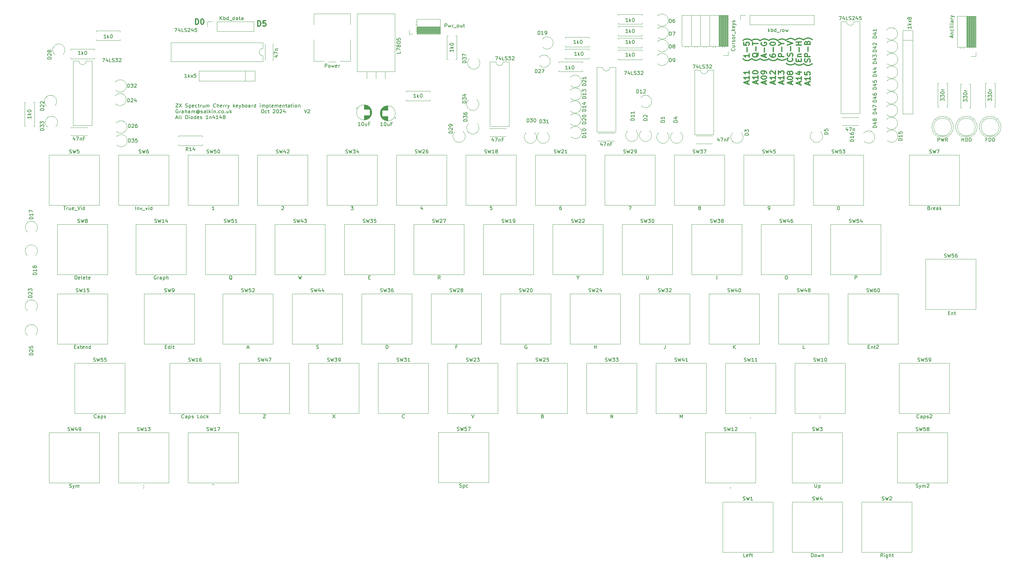
<source format=gbr>
%TF.GenerationSoftware,KiCad,Pcbnew,6.0.2+dfsg-1*%
%TF.CreationDate,2024-11-18T22:50:37+00:00*%
%TF.ProjectId,kb,6b622e6b-6963-4616-945f-706362585858,rev?*%
%TF.SameCoordinates,Original*%
%TF.FileFunction,Legend,Top*%
%TF.FilePolarity,Positive*%
%FSLAX46Y46*%
G04 Gerber Fmt 4.6, Leading zero omitted, Abs format (unit mm)*
G04 Created by KiCad (PCBNEW 6.0.2+dfsg-1) date 2024-11-18 22:50:37*
%MOMM*%
%LPD*%
G01*
G04 APERTURE LIST*
%ADD10C,0.300000*%
%ADD11C,0.150000*%
%ADD12C,0.120000*%
G04 APERTURE END LIST*
D10*
X77886857Y-15664571D02*
X77886857Y-14164571D01*
X78244000Y-14164571D01*
X78458285Y-14236000D01*
X78601142Y-14378857D01*
X78672571Y-14521714D01*
X78744000Y-14807428D01*
X78744000Y-15021714D01*
X78672571Y-15307428D01*
X78601142Y-15450285D01*
X78458285Y-15593142D01*
X78244000Y-15664571D01*
X77886857Y-15664571D01*
X80101142Y-14164571D02*
X79386857Y-14164571D01*
X79315428Y-14878857D01*
X79386857Y-14807428D01*
X79529714Y-14736000D01*
X79886857Y-14736000D01*
X80029714Y-14807428D01*
X80101142Y-14878857D01*
X80172571Y-15021714D01*
X80172571Y-15378857D01*
X80101142Y-15521714D01*
X80029714Y-15593142D01*
X79886857Y-15664571D01*
X79529714Y-15664571D01*
X79386857Y-15593142D01*
X79315428Y-15521714D01*
D11*
X55104357Y-37212380D02*
X55771023Y-37212380D01*
X55104357Y-38212380D01*
X55771023Y-38212380D01*
X56056738Y-37212380D02*
X56723404Y-38212380D01*
X56723404Y-37212380D02*
X56056738Y-38212380D01*
X57818642Y-38164761D02*
X57961500Y-38212380D01*
X58199595Y-38212380D01*
X58294833Y-38164761D01*
X58342452Y-38117142D01*
X58390071Y-38021904D01*
X58390071Y-37926666D01*
X58342452Y-37831428D01*
X58294833Y-37783809D01*
X58199595Y-37736190D01*
X58009119Y-37688571D01*
X57913880Y-37640952D01*
X57866261Y-37593333D01*
X57818642Y-37498095D01*
X57818642Y-37402857D01*
X57866261Y-37307619D01*
X57913880Y-37260000D01*
X58009119Y-37212380D01*
X58247214Y-37212380D01*
X58390071Y-37260000D01*
X58818642Y-37545714D02*
X58818642Y-38545714D01*
X58818642Y-37593333D02*
X58913880Y-37545714D01*
X59104357Y-37545714D01*
X59199595Y-37593333D01*
X59247214Y-37640952D01*
X59294833Y-37736190D01*
X59294833Y-38021904D01*
X59247214Y-38117142D01*
X59199595Y-38164761D01*
X59104357Y-38212380D01*
X58913880Y-38212380D01*
X58818642Y-38164761D01*
X60104357Y-38164761D02*
X60009119Y-38212380D01*
X59818642Y-38212380D01*
X59723404Y-38164761D01*
X59675785Y-38069523D01*
X59675785Y-37688571D01*
X59723404Y-37593333D01*
X59818642Y-37545714D01*
X60009119Y-37545714D01*
X60104357Y-37593333D01*
X60151976Y-37688571D01*
X60151976Y-37783809D01*
X59675785Y-37879047D01*
X61009119Y-38164761D02*
X60913880Y-38212380D01*
X60723404Y-38212380D01*
X60628166Y-38164761D01*
X60580547Y-38117142D01*
X60532928Y-38021904D01*
X60532928Y-37736190D01*
X60580547Y-37640952D01*
X60628166Y-37593333D01*
X60723404Y-37545714D01*
X60913880Y-37545714D01*
X61009119Y-37593333D01*
X61294833Y-37545714D02*
X61675785Y-37545714D01*
X61437690Y-37212380D02*
X61437690Y-38069523D01*
X61485309Y-38164761D01*
X61580547Y-38212380D01*
X61675785Y-38212380D01*
X62009119Y-38212380D02*
X62009119Y-37545714D01*
X62009119Y-37736190D02*
X62056738Y-37640952D01*
X62104357Y-37593333D01*
X62199595Y-37545714D01*
X62294833Y-37545714D01*
X63056738Y-37545714D02*
X63056738Y-38212380D01*
X62628166Y-37545714D02*
X62628166Y-38069523D01*
X62675785Y-38164761D01*
X62771023Y-38212380D01*
X62913880Y-38212380D01*
X63009119Y-38164761D01*
X63056738Y-38117142D01*
X63532928Y-38212380D02*
X63532928Y-37545714D01*
X63532928Y-37640952D02*
X63580547Y-37593333D01*
X63675785Y-37545714D01*
X63818642Y-37545714D01*
X63913880Y-37593333D01*
X63961500Y-37688571D01*
X63961500Y-38212380D01*
X63961500Y-37688571D02*
X64009119Y-37593333D01*
X64104357Y-37545714D01*
X64247214Y-37545714D01*
X64342452Y-37593333D01*
X64390071Y-37688571D01*
X64390071Y-38212380D01*
X66199595Y-38117142D02*
X66151976Y-38164761D01*
X66009119Y-38212380D01*
X65913880Y-38212380D01*
X65771023Y-38164761D01*
X65675785Y-38069523D01*
X65628166Y-37974285D01*
X65580547Y-37783809D01*
X65580547Y-37640952D01*
X65628166Y-37450476D01*
X65675785Y-37355238D01*
X65771023Y-37260000D01*
X65913880Y-37212380D01*
X66009119Y-37212380D01*
X66151976Y-37260000D01*
X66199595Y-37307619D01*
X66628166Y-38212380D02*
X66628166Y-37212380D01*
X67056738Y-38212380D02*
X67056738Y-37688571D01*
X67009119Y-37593333D01*
X66913880Y-37545714D01*
X66771023Y-37545714D01*
X66675785Y-37593333D01*
X66628166Y-37640952D01*
X67913880Y-38164761D02*
X67818642Y-38212380D01*
X67628166Y-38212380D01*
X67532928Y-38164761D01*
X67485309Y-38069523D01*
X67485309Y-37688571D01*
X67532928Y-37593333D01*
X67628166Y-37545714D01*
X67818642Y-37545714D01*
X67913880Y-37593333D01*
X67961500Y-37688571D01*
X67961500Y-37783809D01*
X67485309Y-37879047D01*
X68390071Y-38212380D02*
X68390071Y-37545714D01*
X68390071Y-37736190D02*
X68437690Y-37640952D01*
X68485309Y-37593333D01*
X68580547Y-37545714D01*
X68675785Y-37545714D01*
X69009119Y-38212380D02*
X69009119Y-37545714D01*
X69009119Y-37736190D02*
X69056738Y-37640952D01*
X69104357Y-37593333D01*
X69199595Y-37545714D01*
X69294833Y-37545714D01*
X69532928Y-37545714D02*
X69771023Y-38212380D01*
X70009119Y-37545714D02*
X69771023Y-38212380D01*
X69675785Y-38450476D01*
X69628166Y-38498095D01*
X69532928Y-38545714D01*
X71151976Y-38212380D02*
X71151976Y-37212380D01*
X71247214Y-37831428D02*
X71532928Y-38212380D01*
X71532928Y-37545714D02*
X71151976Y-37926666D01*
X72342452Y-38164761D02*
X72247214Y-38212380D01*
X72056738Y-38212380D01*
X71961500Y-38164761D01*
X71913880Y-38069523D01*
X71913880Y-37688571D01*
X71961500Y-37593333D01*
X72056738Y-37545714D01*
X72247214Y-37545714D01*
X72342452Y-37593333D01*
X72390071Y-37688571D01*
X72390071Y-37783809D01*
X71913880Y-37879047D01*
X72723404Y-37545714D02*
X72961500Y-38212380D01*
X73199595Y-37545714D02*
X72961500Y-38212380D01*
X72866261Y-38450476D01*
X72818642Y-38498095D01*
X72723404Y-38545714D01*
X73580547Y-38212380D02*
X73580547Y-37212380D01*
X73580547Y-37593333D02*
X73675785Y-37545714D01*
X73866261Y-37545714D01*
X73961500Y-37593333D01*
X74009119Y-37640952D01*
X74056738Y-37736190D01*
X74056738Y-38021904D01*
X74009119Y-38117142D01*
X73961500Y-38164761D01*
X73866261Y-38212380D01*
X73675785Y-38212380D01*
X73580547Y-38164761D01*
X74628166Y-38212380D02*
X74532928Y-38164761D01*
X74485309Y-38117142D01*
X74437690Y-38021904D01*
X74437690Y-37736190D01*
X74485309Y-37640952D01*
X74532928Y-37593333D01*
X74628166Y-37545714D01*
X74771023Y-37545714D01*
X74866261Y-37593333D01*
X74913880Y-37640952D01*
X74961500Y-37736190D01*
X74961500Y-38021904D01*
X74913880Y-38117142D01*
X74866261Y-38164761D01*
X74771023Y-38212380D01*
X74628166Y-38212380D01*
X75818642Y-38212380D02*
X75818642Y-37688571D01*
X75771023Y-37593333D01*
X75675785Y-37545714D01*
X75485309Y-37545714D01*
X75390071Y-37593333D01*
X75818642Y-38164761D02*
X75723404Y-38212380D01*
X75485309Y-38212380D01*
X75390071Y-38164761D01*
X75342452Y-38069523D01*
X75342452Y-37974285D01*
X75390071Y-37879047D01*
X75485309Y-37831428D01*
X75723404Y-37831428D01*
X75818642Y-37783809D01*
X76294833Y-38212380D02*
X76294833Y-37545714D01*
X76294833Y-37736190D02*
X76342452Y-37640952D01*
X76390071Y-37593333D01*
X76485309Y-37545714D01*
X76580547Y-37545714D01*
X77342452Y-38212380D02*
X77342452Y-37212380D01*
X77342452Y-38164761D02*
X77247214Y-38212380D01*
X77056738Y-38212380D01*
X76961500Y-38164761D01*
X76913880Y-38117142D01*
X76866261Y-38021904D01*
X76866261Y-37736190D01*
X76913880Y-37640952D01*
X76961500Y-37593333D01*
X77056738Y-37545714D01*
X77247214Y-37545714D01*
X77342452Y-37593333D01*
X78580547Y-38212380D02*
X78580547Y-37545714D01*
X78580547Y-37212380D02*
X78532928Y-37260000D01*
X78580547Y-37307619D01*
X78628166Y-37260000D01*
X78580547Y-37212380D01*
X78580547Y-37307619D01*
X79056738Y-38212380D02*
X79056738Y-37545714D01*
X79056738Y-37640952D02*
X79104357Y-37593333D01*
X79199595Y-37545714D01*
X79342452Y-37545714D01*
X79437690Y-37593333D01*
X79485309Y-37688571D01*
X79485309Y-38212380D01*
X79485309Y-37688571D02*
X79532928Y-37593333D01*
X79628166Y-37545714D01*
X79771023Y-37545714D01*
X79866261Y-37593333D01*
X79913880Y-37688571D01*
X79913880Y-38212380D01*
X80390071Y-37545714D02*
X80390071Y-38545714D01*
X80390071Y-37593333D02*
X80485309Y-37545714D01*
X80675785Y-37545714D01*
X80771023Y-37593333D01*
X80818642Y-37640952D01*
X80866261Y-37736190D01*
X80866261Y-38021904D01*
X80818642Y-38117142D01*
X80771023Y-38164761D01*
X80675785Y-38212380D01*
X80485309Y-38212380D01*
X80390071Y-38164761D01*
X81437690Y-38212380D02*
X81342452Y-38164761D01*
X81294833Y-38069523D01*
X81294833Y-37212380D01*
X82199595Y-38164761D02*
X82104357Y-38212380D01*
X81913880Y-38212380D01*
X81818642Y-38164761D01*
X81771023Y-38069523D01*
X81771023Y-37688571D01*
X81818642Y-37593333D01*
X81913880Y-37545714D01*
X82104357Y-37545714D01*
X82199595Y-37593333D01*
X82247214Y-37688571D01*
X82247214Y-37783809D01*
X81771023Y-37879047D01*
X82675785Y-38212380D02*
X82675785Y-37545714D01*
X82675785Y-37640952D02*
X82723404Y-37593333D01*
X82818642Y-37545714D01*
X82961499Y-37545714D01*
X83056738Y-37593333D01*
X83104357Y-37688571D01*
X83104357Y-38212380D01*
X83104357Y-37688571D02*
X83151976Y-37593333D01*
X83247214Y-37545714D01*
X83390071Y-37545714D01*
X83485309Y-37593333D01*
X83532928Y-37688571D01*
X83532928Y-38212380D01*
X84390071Y-38164761D02*
X84294833Y-38212380D01*
X84104357Y-38212380D01*
X84009119Y-38164761D01*
X83961499Y-38069523D01*
X83961499Y-37688571D01*
X84009119Y-37593333D01*
X84104357Y-37545714D01*
X84294833Y-37545714D01*
X84390071Y-37593333D01*
X84437690Y-37688571D01*
X84437690Y-37783809D01*
X83961499Y-37879047D01*
X84866261Y-37545714D02*
X84866261Y-38212380D01*
X84866261Y-37640952D02*
X84913880Y-37593333D01*
X85009119Y-37545714D01*
X85151976Y-37545714D01*
X85247214Y-37593333D01*
X85294833Y-37688571D01*
X85294833Y-38212380D01*
X85628166Y-37545714D02*
X86009119Y-37545714D01*
X85771023Y-37212380D02*
X85771023Y-38069523D01*
X85818642Y-38164761D01*
X85913880Y-38212380D01*
X86009119Y-38212380D01*
X86771023Y-38212380D02*
X86771023Y-37688571D01*
X86723404Y-37593333D01*
X86628166Y-37545714D01*
X86437690Y-37545714D01*
X86342452Y-37593333D01*
X86771023Y-38164761D02*
X86675785Y-38212380D01*
X86437690Y-38212380D01*
X86342452Y-38164761D01*
X86294833Y-38069523D01*
X86294833Y-37974285D01*
X86342452Y-37879047D01*
X86437690Y-37831428D01*
X86675785Y-37831428D01*
X86771023Y-37783809D01*
X87104357Y-37545714D02*
X87485309Y-37545714D01*
X87247214Y-37212380D02*
X87247214Y-38069523D01*
X87294833Y-38164761D01*
X87390071Y-38212380D01*
X87485309Y-38212380D01*
X87818642Y-38212380D02*
X87818642Y-37545714D01*
X87818642Y-37212380D02*
X87771023Y-37260000D01*
X87818642Y-37307619D01*
X87866261Y-37260000D01*
X87818642Y-37212380D01*
X87818642Y-37307619D01*
X88437690Y-38212380D02*
X88342452Y-38164761D01*
X88294833Y-38117142D01*
X88247214Y-38021904D01*
X88247214Y-37736190D01*
X88294833Y-37640952D01*
X88342452Y-37593333D01*
X88437690Y-37545714D01*
X88580547Y-37545714D01*
X88675785Y-37593333D01*
X88723404Y-37640952D01*
X88771023Y-37736190D01*
X88771023Y-38021904D01*
X88723404Y-38117142D01*
X88675785Y-38164761D01*
X88580547Y-38212380D01*
X88437690Y-38212380D01*
X89199595Y-37545714D02*
X89199595Y-38212380D01*
X89199595Y-37640952D02*
X89247214Y-37593333D01*
X89342452Y-37545714D01*
X89485309Y-37545714D01*
X89580547Y-37593333D01*
X89628166Y-37688571D01*
X89628166Y-38212380D01*
X55723404Y-38870000D02*
X55628166Y-38822380D01*
X55485309Y-38822380D01*
X55342452Y-38870000D01*
X55247214Y-38965238D01*
X55199595Y-39060476D01*
X55151976Y-39250952D01*
X55151976Y-39393809D01*
X55199595Y-39584285D01*
X55247214Y-39679523D01*
X55342452Y-39774761D01*
X55485309Y-39822380D01*
X55580547Y-39822380D01*
X55723404Y-39774761D01*
X55771023Y-39727142D01*
X55771023Y-39393809D01*
X55580547Y-39393809D01*
X56199595Y-39822380D02*
X56199595Y-39155714D01*
X56199595Y-39346190D02*
X56247214Y-39250952D01*
X56294833Y-39203333D01*
X56390071Y-39155714D01*
X56485309Y-39155714D01*
X57247214Y-39822380D02*
X57247214Y-39298571D01*
X57199595Y-39203333D01*
X57104357Y-39155714D01*
X56913880Y-39155714D01*
X56818642Y-39203333D01*
X57247214Y-39774761D02*
X57151976Y-39822380D01*
X56913880Y-39822380D01*
X56818642Y-39774761D01*
X56771023Y-39679523D01*
X56771023Y-39584285D01*
X56818642Y-39489047D01*
X56913880Y-39441428D01*
X57151976Y-39441428D01*
X57247214Y-39393809D01*
X57723404Y-39822380D02*
X57723404Y-38822380D01*
X58151976Y-39822380D02*
X58151976Y-39298571D01*
X58104357Y-39203333D01*
X58009119Y-39155714D01*
X57866261Y-39155714D01*
X57771023Y-39203333D01*
X57723404Y-39250952D01*
X59056738Y-39822380D02*
X59056738Y-39298571D01*
X59009119Y-39203333D01*
X58913880Y-39155714D01*
X58723404Y-39155714D01*
X58628166Y-39203333D01*
X59056738Y-39774761D02*
X58961500Y-39822380D01*
X58723404Y-39822380D01*
X58628166Y-39774761D01*
X58580547Y-39679523D01*
X58580547Y-39584285D01*
X58628166Y-39489047D01*
X58723404Y-39441428D01*
X58961500Y-39441428D01*
X59056738Y-39393809D01*
X59532928Y-39822380D02*
X59532928Y-39155714D01*
X59532928Y-39250952D02*
X59580547Y-39203333D01*
X59675785Y-39155714D01*
X59818642Y-39155714D01*
X59913880Y-39203333D01*
X59961500Y-39298571D01*
X59961500Y-39822380D01*
X59961500Y-39298571D02*
X60009119Y-39203333D01*
X60104357Y-39155714D01*
X60247214Y-39155714D01*
X60342452Y-39203333D01*
X60390071Y-39298571D01*
X60390071Y-39822380D01*
X61485309Y-39346190D02*
X61437690Y-39298571D01*
X61342452Y-39250952D01*
X61247214Y-39250952D01*
X61151976Y-39298571D01*
X61104357Y-39346190D01*
X61056738Y-39441428D01*
X61056738Y-39536666D01*
X61104357Y-39631904D01*
X61151976Y-39679523D01*
X61247214Y-39727142D01*
X61342452Y-39727142D01*
X61437690Y-39679523D01*
X61485309Y-39631904D01*
X61485309Y-39250952D02*
X61485309Y-39631904D01*
X61532928Y-39679523D01*
X61580547Y-39679523D01*
X61675785Y-39631904D01*
X61723404Y-39536666D01*
X61723404Y-39298571D01*
X61628166Y-39155714D01*
X61485309Y-39060476D01*
X61294833Y-39012857D01*
X61104357Y-39060476D01*
X60961500Y-39155714D01*
X60866261Y-39298571D01*
X60818642Y-39489047D01*
X60866261Y-39679523D01*
X60961500Y-39822380D01*
X61104357Y-39917619D01*
X61294833Y-39965238D01*
X61485309Y-39917619D01*
X61628166Y-39822380D01*
X62104357Y-39774761D02*
X62199595Y-39822380D01*
X62390071Y-39822380D01*
X62485309Y-39774761D01*
X62532928Y-39679523D01*
X62532928Y-39631904D01*
X62485309Y-39536666D01*
X62390071Y-39489047D01*
X62247214Y-39489047D01*
X62151976Y-39441428D01*
X62104357Y-39346190D01*
X62104357Y-39298571D01*
X62151976Y-39203333D01*
X62247214Y-39155714D01*
X62390071Y-39155714D01*
X62485309Y-39203333D01*
X63390071Y-39822380D02*
X63390071Y-39298571D01*
X63342452Y-39203333D01*
X63247214Y-39155714D01*
X63056738Y-39155714D01*
X62961500Y-39203333D01*
X63390071Y-39774761D02*
X63294833Y-39822380D01*
X63056738Y-39822380D01*
X62961500Y-39774761D01*
X62913880Y-39679523D01*
X62913880Y-39584285D01*
X62961500Y-39489047D01*
X63056738Y-39441428D01*
X63294833Y-39441428D01*
X63390071Y-39393809D01*
X64009119Y-39822380D02*
X63913880Y-39774761D01*
X63866261Y-39679523D01*
X63866261Y-38822380D01*
X64390071Y-39822380D02*
X64390071Y-38822380D01*
X64485309Y-39441428D02*
X64771023Y-39822380D01*
X64771023Y-39155714D02*
X64390071Y-39536666D01*
X65199595Y-39822380D02*
X65199595Y-39155714D01*
X65199595Y-38822380D02*
X65151976Y-38870000D01*
X65199595Y-38917619D01*
X65247214Y-38870000D01*
X65199595Y-38822380D01*
X65199595Y-38917619D01*
X65675785Y-39155714D02*
X65675785Y-39822380D01*
X65675785Y-39250952D02*
X65723404Y-39203333D01*
X65818642Y-39155714D01*
X65961500Y-39155714D01*
X66056738Y-39203333D01*
X66104357Y-39298571D01*
X66104357Y-39822380D01*
X66580547Y-39727142D02*
X66628166Y-39774761D01*
X66580547Y-39822380D01*
X66532928Y-39774761D01*
X66580547Y-39727142D01*
X66580547Y-39822380D01*
X67485309Y-39774761D02*
X67390071Y-39822380D01*
X67199595Y-39822380D01*
X67104357Y-39774761D01*
X67056738Y-39727142D01*
X67009119Y-39631904D01*
X67009119Y-39346190D01*
X67056738Y-39250952D01*
X67104357Y-39203333D01*
X67199595Y-39155714D01*
X67390071Y-39155714D01*
X67485309Y-39203333D01*
X68056738Y-39822380D02*
X67961500Y-39774761D01*
X67913880Y-39727142D01*
X67866261Y-39631904D01*
X67866261Y-39346190D01*
X67913880Y-39250952D01*
X67961500Y-39203333D01*
X68056738Y-39155714D01*
X68199595Y-39155714D01*
X68294833Y-39203333D01*
X68342452Y-39250952D01*
X68390071Y-39346190D01*
X68390071Y-39631904D01*
X68342452Y-39727142D01*
X68294833Y-39774761D01*
X68199595Y-39822380D01*
X68056738Y-39822380D01*
X68818642Y-39727142D02*
X68866261Y-39774761D01*
X68818642Y-39822380D01*
X68771023Y-39774761D01*
X68818642Y-39727142D01*
X68818642Y-39822380D01*
X69723404Y-39155714D02*
X69723404Y-39822380D01*
X69294833Y-39155714D02*
X69294833Y-39679523D01*
X69342452Y-39774761D01*
X69437690Y-39822380D01*
X69580547Y-39822380D01*
X69675785Y-39774761D01*
X69723404Y-39727142D01*
X70199595Y-39822380D02*
X70199595Y-38822380D01*
X70294833Y-39441428D02*
X70580547Y-39822380D01*
X70580547Y-39155714D02*
X70199595Y-39536666D01*
X79151976Y-38822380D02*
X79342452Y-38822380D01*
X79437690Y-38870000D01*
X79532928Y-38965238D01*
X79580547Y-39155714D01*
X79580547Y-39489047D01*
X79532928Y-39679523D01*
X79437690Y-39774761D01*
X79342452Y-39822380D01*
X79151976Y-39822380D01*
X79056738Y-39774761D01*
X78961500Y-39679523D01*
X78913880Y-39489047D01*
X78913880Y-39155714D01*
X78961500Y-38965238D01*
X79056738Y-38870000D01*
X79151976Y-38822380D01*
X80437690Y-39774761D02*
X80342452Y-39822380D01*
X80151976Y-39822380D01*
X80056738Y-39774761D01*
X80009119Y-39727142D01*
X79961500Y-39631904D01*
X79961500Y-39346190D01*
X80009119Y-39250952D01*
X80056738Y-39203333D01*
X80151976Y-39155714D01*
X80342452Y-39155714D01*
X80437690Y-39203333D01*
X80723404Y-39155714D02*
X81104357Y-39155714D01*
X80866261Y-38822380D02*
X80866261Y-39679523D01*
X80913880Y-39774761D01*
X81009119Y-39822380D01*
X81104357Y-39822380D01*
X82151976Y-38917619D02*
X82199595Y-38870000D01*
X82294833Y-38822380D01*
X82532928Y-38822380D01*
X82628166Y-38870000D01*
X82675785Y-38917619D01*
X82723404Y-39012857D01*
X82723404Y-39108095D01*
X82675785Y-39250952D01*
X82104357Y-39822380D01*
X82723404Y-39822380D01*
X83342452Y-38822380D02*
X83437690Y-38822380D01*
X83532928Y-38870000D01*
X83580547Y-38917619D01*
X83628166Y-39012857D01*
X83675785Y-39203333D01*
X83675785Y-39441428D01*
X83628166Y-39631904D01*
X83580547Y-39727142D01*
X83532928Y-39774761D01*
X83437690Y-39822380D01*
X83342452Y-39822380D01*
X83247214Y-39774761D01*
X83199595Y-39727142D01*
X83151976Y-39631904D01*
X83104357Y-39441428D01*
X83104357Y-39203333D01*
X83151976Y-39012857D01*
X83199595Y-38917619D01*
X83247214Y-38870000D01*
X83342452Y-38822380D01*
X84056738Y-38917619D02*
X84104357Y-38870000D01*
X84199595Y-38822380D01*
X84437690Y-38822380D01*
X84532928Y-38870000D01*
X84580547Y-38917619D01*
X84628166Y-39012857D01*
X84628166Y-39108095D01*
X84580547Y-39250952D01*
X84009119Y-39822380D01*
X84628166Y-39822380D01*
X85485309Y-39155714D02*
X85485309Y-39822380D01*
X85247214Y-38774761D02*
X85009119Y-39489047D01*
X85628166Y-39489047D01*
X90818642Y-38822380D02*
X91151976Y-39822380D01*
X91485309Y-38822380D01*
X91771023Y-38917619D02*
X91818642Y-38870000D01*
X91913880Y-38822380D01*
X92151976Y-38822380D01*
X92247214Y-38870000D01*
X92294833Y-38917619D01*
X92342452Y-39012857D01*
X92342452Y-39108095D01*
X92294833Y-39250952D01*
X91723404Y-39822380D01*
X92342452Y-39822380D01*
X55151976Y-41146666D02*
X55628166Y-41146666D01*
X55056738Y-41432380D02*
X55390071Y-40432380D01*
X55723404Y-41432380D01*
X56199595Y-41432380D02*
X56104357Y-41384761D01*
X56056738Y-41289523D01*
X56056738Y-40432380D01*
X56723404Y-41432380D02*
X56628166Y-41384761D01*
X56580547Y-41289523D01*
X56580547Y-40432380D01*
X57866261Y-41432380D02*
X57866261Y-40432380D01*
X58104357Y-40432380D01*
X58247214Y-40480000D01*
X58342452Y-40575238D01*
X58390071Y-40670476D01*
X58437690Y-40860952D01*
X58437690Y-41003809D01*
X58390071Y-41194285D01*
X58342452Y-41289523D01*
X58247214Y-41384761D01*
X58104357Y-41432380D01*
X57866261Y-41432380D01*
X58866261Y-41432380D02*
X58866261Y-40765714D01*
X58866261Y-40432380D02*
X58818642Y-40480000D01*
X58866261Y-40527619D01*
X58913880Y-40480000D01*
X58866261Y-40432380D01*
X58866261Y-40527619D01*
X59485309Y-41432380D02*
X59390071Y-41384761D01*
X59342452Y-41337142D01*
X59294833Y-41241904D01*
X59294833Y-40956190D01*
X59342452Y-40860952D01*
X59390071Y-40813333D01*
X59485309Y-40765714D01*
X59628166Y-40765714D01*
X59723404Y-40813333D01*
X59771023Y-40860952D01*
X59818642Y-40956190D01*
X59818642Y-41241904D01*
X59771023Y-41337142D01*
X59723404Y-41384761D01*
X59628166Y-41432380D01*
X59485309Y-41432380D01*
X60675785Y-41432380D02*
X60675785Y-40432380D01*
X60675785Y-41384761D02*
X60580547Y-41432380D01*
X60390071Y-41432380D01*
X60294833Y-41384761D01*
X60247214Y-41337142D01*
X60199595Y-41241904D01*
X60199595Y-40956190D01*
X60247214Y-40860952D01*
X60294833Y-40813333D01*
X60390071Y-40765714D01*
X60580547Y-40765714D01*
X60675785Y-40813333D01*
X61532928Y-41384761D02*
X61437690Y-41432380D01*
X61247214Y-41432380D01*
X61151976Y-41384761D01*
X61104357Y-41289523D01*
X61104357Y-40908571D01*
X61151976Y-40813333D01*
X61247214Y-40765714D01*
X61437690Y-40765714D01*
X61532928Y-40813333D01*
X61580547Y-40908571D01*
X61580547Y-41003809D01*
X61104357Y-41099047D01*
X61961500Y-41384761D02*
X62056738Y-41432380D01*
X62247214Y-41432380D01*
X62342452Y-41384761D01*
X62390071Y-41289523D01*
X62390071Y-41241904D01*
X62342452Y-41146666D01*
X62247214Y-41099047D01*
X62104357Y-41099047D01*
X62009119Y-41051428D01*
X61961500Y-40956190D01*
X61961500Y-40908571D01*
X62009119Y-40813333D01*
X62104357Y-40765714D01*
X62247214Y-40765714D01*
X62342452Y-40813333D01*
X64104357Y-41432380D02*
X63532928Y-41432380D01*
X63818642Y-41432380D02*
X63818642Y-40432380D01*
X63723404Y-40575238D01*
X63628166Y-40670476D01*
X63532928Y-40718095D01*
X64532928Y-40765714D02*
X64532928Y-41432380D01*
X64532928Y-40860952D02*
X64580547Y-40813333D01*
X64675785Y-40765714D01*
X64818642Y-40765714D01*
X64913880Y-40813333D01*
X64961500Y-40908571D01*
X64961500Y-41432380D01*
X65866261Y-40765714D02*
X65866261Y-41432380D01*
X65628166Y-40384761D02*
X65390071Y-41099047D01*
X66009119Y-41099047D01*
X66913880Y-41432380D02*
X66342452Y-41432380D01*
X66628166Y-41432380D02*
X66628166Y-40432380D01*
X66532928Y-40575238D01*
X66437690Y-40670476D01*
X66342452Y-40718095D01*
X67771023Y-40765714D02*
X67771023Y-41432380D01*
X67532928Y-40384761D02*
X67294833Y-41099047D01*
X67913880Y-41099047D01*
X68437690Y-40860952D02*
X68342452Y-40813333D01*
X68294833Y-40765714D01*
X68247214Y-40670476D01*
X68247214Y-40622857D01*
X68294833Y-40527619D01*
X68342452Y-40480000D01*
X68437690Y-40432380D01*
X68628166Y-40432380D01*
X68723404Y-40480000D01*
X68771023Y-40527619D01*
X68818642Y-40622857D01*
X68818642Y-40670476D01*
X68771023Y-40765714D01*
X68723404Y-40813333D01*
X68628166Y-40860952D01*
X68437690Y-40860952D01*
X68342452Y-40908571D01*
X68294833Y-40956190D01*
X68247214Y-41051428D01*
X68247214Y-41241904D01*
X68294833Y-41337142D01*
X68342452Y-41384761D01*
X68437690Y-41432380D01*
X68628166Y-41432380D01*
X68723404Y-41384761D01*
X68771023Y-41337142D01*
X68818642Y-41241904D01*
X68818642Y-41051428D01*
X68771023Y-40956190D01*
X68723404Y-40908571D01*
X68628166Y-40860952D01*
D10*
X60614857Y-15156571D02*
X60614857Y-13656571D01*
X60972000Y-13656571D01*
X61186285Y-13728000D01*
X61329142Y-13870857D01*
X61400571Y-14013714D01*
X61472000Y-14299428D01*
X61472000Y-14513714D01*
X61400571Y-14799428D01*
X61329142Y-14942285D01*
X61186285Y-15085142D01*
X60972000Y-15156571D01*
X60614857Y-15156571D01*
X62400571Y-13656571D02*
X62543428Y-13656571D01*
X62686285Y-13728000D01*
X62757714Y-13799428D01*
X62829142Y-13942285D01*
X62900571Y-14228000D01*
X62900571Y-14585142D01*
X62829142Y-14870857D01*
X62757714Y-15013714D01*
X62686285Y-15085142D01*
X62543428Y-15156571D01*
X62400571Y-15156571D01*
X62257714Y-15085142D01*
X62186285Y-15013714D01*
X62114857Y-14870857D01*
X62043428Y-14585142D01*
X62043428Y-14228000D01*
X62114857Y-13942285D01*
X62186285Y-13799428D01*
X62257714Y-13728000D01*
X62400571Y-13656571D01*
X214047500Y-31685714D02*
X214047500Y-30971428D01*
X214476071Y-31828571D02*
X212976071Y-31328571D01*
X214476071Y-30828571D01*
X214476071Y-29542857D02*
X214476071Y-30400000D01*
X214476071Y-29971428D02*
X212976071Y-29971428D01*
X213190357Y-30114285D01*
X213333214Y-30257142D01*
X213404642Y-30400000D01*
X214476071Y-28114285D02*
X214476071Y-28971428D01*
X214476071Y-28542857D02*
X212976071Y-28542857D01*
X213190357Y-28685714D01*
X213333214Y-28828571D01*
X213404642Y-28971428D01*
X215047500Y-24757142D02*
X214976071Y-24828571D01*
X214761785Y-24971428D01*
X214618928Y-25042857D01*
X214404642Y-25114285D01*
X214047500Y-25185714D01*
X213761785Y-25185714D01*
X213404642Y-25114285D01*
X213190357Y-25042857D01*
X213047500Y-24971428D01*
X212833214Y-24828571D01*
X212761785Y-24757142D01*
X214476071Y-23400000D02*
X214476071Y-24257142D01*
X214476071Y-23828571D02*
X212976071Y-23828571D01*
X213190357Y-23971428D01*
X213333214Y-24114285D01*
X213404642Y-24257142D01*
X213904642Y-22757142D02*
X213904642Y-21614285D01*
X212976071Y-20185714D02*
X212976071Y-20900000D01*
X213690357Y-20971428D01*
X213618928Y-20900000D01*
X213547500Y-20757142D01*
X213547500Y-20400000D01*
X213618928Y-20257142D01*
X213690357Y-20185714D01*
X213833214Y-20114285D01*
X214190357Y-20114285D01*
X214333214Y-20185714D01*
X214404642Y-20257142D01*
X214476071Y-20400000D01*
X214476071Y-20757142D01*
X214404642Y-20900000D01*
X214333214Y-20971428D01*
X215047500Y-19614285D02*
X214976071Y-19542857D01*
X214761785Y-19400000D01*
X214618928Y-19328571D01*
X214404642Y-19257142D01*
X214047500Y-19185714D01*
X213761785Y-19185714D01*
X213404642Y-19257142D01*
X213190357Y-19328571D01*
X213047500Y-19400000D01*
X212833214Y-19542857D01*
X212761785Y-19614285D01*
X216462500Y-31614285D02*
X216462500Y-30900000D01*
X216891071Y-31757142D02*
X215391071Y-31257142D01*
X216891071Y-30757142D01*
X216891071Y-29471428D02*
X216891071Y-30328571D01*
X216891071Y-29900000D02*
X215391071Y-29900000D01*
X215605357Y-30042857D01*
X215748214Y-30185714D01*
X215819642Y-30328571D01*
X215391071Y-28542857D02*
X215391071Y-28400000D01*
X215462500Y-28257142D01*
X215533928Y-28185714D01*
X215676785Y-28114285D01*
X215962500Y-28042857D01*
X216319642Y-28042857D01*
X216605357Y-28114285D01*
X216748214Y-28185714D01*
X216819642Y-28257142D01*
X216891071Y-28400000D01*
X216891071Y-28542857D01*
X216819642Y-28685714D01*
X216748214Y-28757142D01*
X216605357Y-28828571D01*
X216319642Y-28900000D01*
X215962500Y-28900000D01*
X215676785Y-28828571D01*
X215533928Y-28757142D01*
X215462500Y-28685714D01*
X215391071Y-28542857D01*
X217462500Y-24685714D02*
X217391071Y-24757142D01*
X217176785Y-24900000D01*
X217033928Y-24971428D01*
X216819642Y-25042857D01*
X216462500Y-25114285D01*
X216176785Y-25114285D01*
X215819642Y-25042857D01*
X215605357Y-24971428D01*
X215462500Y-24900000D01*
X215248214Y-24757142D01*
X215176785Y-24685714D01*
X217033928Y-23114285D02*
X216962500Y-23257142D01*
X216819642Y-23400000D01*
X216605357Y-23614285D01*
X216533928Y-23757142D01*
X216533928Y-23900000D01*
X216891071Y-23828571D02*
X216819642Y-23971428D01*
X216676785Y-24114285D01*
X216391071Y-24185714D01*
X215891071Y-24185714D01*
X215605357Y-24114285D01*
X215462500Y-23971428D01*
X215391071Y-23828571D01*
X215391071Y-23542857D01*
X215462500Y-23400000D01*
X215605357Y-23257142D01*
X215891071Y-23185714D01*
X216391071Y-23185714D01*
X216676785Y-23257142D01*
X216819642Y-23400000D01*
X216891071Y-23542857D01*
X216891071Y-23828571D01*
X216319642Y-22542857D02*
X216319642Y-21400000D01*
X215391071Y-20900000D02*
X215391071Y-20042857D01*
X216891071Y-20471428D02*
X215391071Y-20471428D01*
X217462500Y-19685714D02*
X217391071Y-19614285D01*
X217176785Y-19471428D01*
X217033928Y-19400000D01*
X216819642Y-19328571D01*
X216462500Y-19257142D01*
X216176785Y-19257142D01*
X215819642Y-19328571D01*
X215605357Y-19400000D01*
X215462500Y-19471428D01*
X215248214Y-19614285D01*
X215176785Y-19685714D01*
X218877500Y-31650000D02*
X218877500Y-30935714D01*
X219306071Y-31792857D02*
X217806071Y-31292857D01*
X219306071Y-30792857D01*
X217806071Y-30007142D02*
X217806071Y-29864285D01*
X217877500Y-29721428D01*
X217948928Y-29650000D01*
X218091785Y-29578571D01*
X218377500Y-29507142D01*
X218734642Y-29507142D01*
X219020357Y-29578571D01*
X219163214Y-29650000D01*
X219234642Y-29721428D01*
X219306071Y-29864285D01*
X219306071Y-30007142D01*
X219234642Y-30150000D01*
X219163214Y-30221428D01*
X219020357Y-30292857D01*
X218734642Y-30364285D01*
X218377500Y-30364285D01*
X218091785Y-30292857D01*
X217948928Y-30221428D01*
X217877500Y-30150000D01*
X217806071Y-30007142D01*
X219306071Y-28792857D02*
X219306071Y-28507142D01*
X219234642Y-28364285D01*
X219163214Y-28292857D01*
X218948928Y-28150000D01*
X218663214Y-28078571D01*
X218091785Y-28078571D01*
X217948928Y-28150000D01*
X217877500Y-28221428D01*
X217806071Y-28364285D01*
X217806071Y-28650000D01*
X217877500Y-28792857D01*
X217948928Y-28864285D01*
X218091785Y-28935714D01*
X218448928Y-28935714D01*
X218591785Y-28864285D01*
X218663214Y-28792857D01*
X218734642Y-28650000D01*
X218734642Y-28364285D01*
X218663214Y-28221428D01*
X218591785Y-28150000D01*
X218448928Y-28078571D01*
X219877500Y-24721428D02*
X219806071Y-24792857D01*
X219591785Y-24935714D01*
X219448928Y-25007142D01*
X219234642Y-25078571D01*
X218877500Y-25150000D01*
X218591785Y-25150000D01*
X218234642Y-25078571D01*
X218020357Y-25007142D01*
X217877500Y-24935714D01*
X217663214Y-24792857D01*
X217591785Y-24721428D01*
X218877500Y-24221428D02*
X218877500Y-23507142D01*
X219306071Y-24364285D02*
X217806071Y-23864285D01*
X219306071Y-23364285D01*
X218734642Y-22864285D02*
X218734642Y-21721428D01*
X217877500Y-20221428D02*
X217806071Y-20364285D01*
X217806071Y-20578571D01*
X217877500Y-20792857D01*
X218020357Y-20935714D01*
X218163214Y-21007142D01*
X218448928Y-21078571D01*
X218663214Y-21078571D01*
X218948928Y-21007142D01*
X219091785Y-20935714D01*
X219234642Y-20792857D01*
X219306071Y-20578571D01*
X219306071Y-20435714D01*
X219234642Y-20221428D01*
X219163214Y-20150000D01*
X218663214Y-20150000D01*
X218663214Y-20435714D01*
X219877500Y-19650000D02*
X219806071Y-19578571D01*
X219591785Y-19435714D01*
X219448928Y-19364285D01*
X219234642Y-19292857D01*
X218877500Y-19221428D01*
X218591785Y-19221428D01*
X218234642Y-19292857D01*
X218020357Y-19364285D01*
X217877500Y-19435714D01*
X217663214Y-19578571D01*
X217591785Y-19650000D01*
X221292500Y-31685714D02*
X221292500Y-30971428D01*
X221721071Y-31828571D02*
X220221071Y-31328571D01*
X221721071Y-30828571D01*
X221721071Y-29542857D02*
X221721071Y-30400000D01*
X221721071Y-29971428D02*
X220221071Y-29971428D01*
X220435357Y-30114285D01*
X220578214Y-30257142D01*
X220649642Y-30400000D01*
X220363928Y-28971428D02*
X220292500Y-28900000D01*
X220221071Y-28757142D01*
X220221071Y-28400000D01*
X220292500Y-28257142D01*
X220363928Y-28185714D01*
X220506785Y-28114285D01*
X220649642Y-28114285D01*
X220863928Y-28185714D01*
X221721071Y-29042857D01*
X221721071Y-28114285D01*
X222292500Y-24757142D02*
X222221071Y-24828571D01*
X222006785Y-24971428D01*
X221863928Y-25042857D01*
X221649642Y-25114285D01*
X221292500Y-25185714D01*
X221006785Y-25185714D01*
X220649642Y-25114285D01*
X220435357Y-25042857D01*
X220292500Y-24971428D01*
X220078214Y-24828571D01*
X220006785Y-24757142D01*
X220221071Y-23542857D02*
X220221071Y-23828571D01*
X220292500Y-23971428D01*
X220363928Y-24042857D01*
X220578214Y-24185714D01*
X220863928Y-24257142D01*
X221435357Y-24257142D01*
X221578214Y-24185714D01*
X221649642Y-24114285D01*
X221721071Y-23971428D01*
X221721071Y-23685714D01*
X221649642Y-23542857D01*
X221578214Y-23471428D01*
X221435357Y-23400000D01*
X221078214Y-23400000D01*
X220935357Y-23471428D01*
X220863928Y-23542857D01*
X220792500Y-23685714D01*
X220792500Y-23971428D01*
X220863928Y-24114285D01*
X220935357Y-24185714D01*
X221078214Y-24257142D01*
X221149642Y-22757142D02*
X221149642Y-21614285D01*
X220221071Y-20614285D02*
X220221071Y-20471428D01*
X220292500Y-20328571D01*
X220363928Y-20257142D01*
X220506785Y-20185714D01*
X220792500Y-20114285D01*
X221149642Y-20114285D01*
X221435357Y-20185714D01*
X221578214Y-20257142D01*
X221649642Y-20328571D01*
X221721071Y-20471428D01*
X221721071Y-20614285D01*
X221649642Y-20757142D01*
X221578214Y-20828571D01*
X221435357Y-20900000D01*
X221149642Y-20971428D01*
X220792500Y-20971428D01*
X220506785Y-20900000D01*
X220363928Y-20828571D01*
X220292500Y-20757142D01*
X220221071Y-20614285D01*
X222292500Y-19614285D02*
X222221071Y-19542857D01*
X222006785Y-19400000D01*
X221863928Y-19328571D01*
X221649642Y-19257142D01*
X221292500Y-19185714D01*
X221006785Y-19185714D01*
X220649642Y-19257142D01*
X220435357Y-19328571D01*
X220292500Y-19400000D01*
X220078214Y-19542857D01*
X220006785Y-19614285D01*
X223707500Y-31650000D02*
X223707500Y-30935714D01*
X224136071Y-31792857D02*
X222636071Y-31292857D01*
X224136071Y-30792857D01*
X224136071Y-29507142D02*
X224136071Y-30364285D01*
X224136071Y-29935714D02*
X222636071Y-29935714D01*
X222850357Y-30078571D01*
X222993214Y-30221428D01*
X223064642Y-30364285D01*
X222636071Y-29007142D02*
X222636071Y-28078571D01*
X223207500Y-28578571D01*
X223207500Y-28364285D01*
X223278928Y-28221428D01*
X223350357Y-28150000D01*
X223493214Y-28078571D01*
X223850357Y-28078571D01*
X223993214Y-28150000D01*
X224064642Y-28221428D01*
X224136071Y-28364285D01*
X224136071Y-28792857D01*
X224064642Y-28935714D01*
X223993214Y-29007142D01*
X224707500Y-24721428D02*
X224636071Y-24792857D01*
X224421785Y-24935714D01*
X224278928Y-25007142D01*
X224064642Y-25078571D01*
X223707500Y-25150000D01*
X223421785Y-25150000D01*
X223064642Y-25078571D01*
X222850357Y-25007142D01*
X222707500Y-24935714D01*
X222493214Y-24792857D01*
X222421785Y-24721428D01*
X224136071Y-24150000D02*
X222636071Y-24150000D01*
X222636071Y-23578571D01*
X222707500Y-23435714D01*
X222778928Y-23364285D01*
X222921785Y-23292857D01*
X223136071Y-23292857D01*
X223278928Y-23364285D01*
X223350357Y-23435714D01*
X223421785Y-23578571D01*
X223421785Y-24150000D01*
X223564642Y-22650000D02*
X223564642Y-21507142D01*
X223421785Y-20507142D02*
X224136071Y-20507142D01*
X222636071Y-21007142D02*
X223421785Y-20507142D01*
X222636071Y-20007142D01*
X224707500Y-19650000D02*
X224636071Y-19578571D01*
X224421785Y-19435714D01*
X224278928Y-19364285D01*
X224064642Y-19292857D01*
X223707500Y-19221428D01*
X223421785Y-19221428D01*
X223064642Y-19292857D01*
X222850357Y-19364285D01*
X222707500Y-19435714D01*
X222493214Y-19578571D01*
X222421785Y-19650000D01*
X226122500Y-31792857D02*
X226122500Y-31078571D01*
X226551071Y-31935714D02*
X225051071Y-31435714D01*
X226551071Y-30935714D01*
X225051071Y-30150000D02*
X225051071Y-30007142D01*
X225122500Y-29864285D01*
X225193928Y-29792857D01*
X225336785Y-29721428D01*
X225622500Y-29650000D01*
X225979642Y-29650000D01*
X226265357Y-29721428D01*
X226408214Y-29792857D01*
X226479642Y-29864285D01*
X226551071Y-30007142D01*
X226551071Y-30150000D01*
X226479642Y-30292857D01*
X226408214Y-30364285D01*
X226265357Y-30435714D01*
X225979642Y-30507142D01*
X225622500Y-30507142D01*
X225336785Y-30435714D01*
X225193928Y-30364285D01*
X225122500Y-30292857D01*
X225051071Y-30150000D01*
X225693928Y-28792857D02*
X225622500Y-28935714D01*
X225551071Y-29007142D01*
X225408214Y-29078571D01*
X225336785Y-29078571D01*
X225193928Y-29007142D01*
X225122500Y-28935714D01*
X225051071Y-28792857D01*
X225051071Y-28507142D01*
X225122500Y-28364285D01*
X225193928Y-28292857D01*
X225336785Y-28221428D01*
X225408214Y-28221428D01*
X225551071Y-28292857D01*
X225622500Y-28364285D01*
X225693928Y-28507142D01*
X225693928Y-28792857D01*
X225765357Y-28935714D01*
X225836785Y-29007142D01*
X225979642Y-29078571D01*
X226265357Y-29078571D01*
X226408214Y-29007142D01*
X226479642Y-28935714D01*
X226551071Y-28792857D01*
X226551071Y-28507142D01*
X226479642Y-28364285D01*
X226408214Y-28292857D01*
X226265357Y-28221428D01*
X225979642Y-28221428D01*
X225836785Y-28292857D01*
X225765357Y-28364285D01*
X225693928Y-28507142D01*
X227122500Y-26007142D02*
X227051071Y-26078571D01*
X226836785Y-26221428D01*
X226693928Y-26292857D01*
X226479642Y-26364285D01*
X226122500Y-26435714D01*
X225836785Y-26435714D01*
X225479642Y-26364285D01*
X225265357Y-26292857D01*
X225122500Y-26221428D01*
X224908214Y-26078571D01*
X224836785Y-26007142D01*
X226408214Y-24578571D02*
X226479642Y-24650000D01*
X226551071Y-24864285D01*
X226551071Y-25007142D01*
X226479642Y-25221428D01*
X226336785Y-25364285D01*
X226193928Y-25435714D01*
X225908214Y-25507142D01*
X225693928Y-25507142D01*
X225408214Y-25435714D01*
X225265357Y-25364285D01*
X225122500Y-25221428D01*
X225051071Y-25007142D01*
X225051071Y-24864285D01*
X225122500Y-24650000D01*
X225193928Y-24578571D01*
X226479642Y-24007142D02*
X226551071Y-23792857D01*
X226551071Y-23435714D01*
X226479642Y-23292857D01*
X226408214Y-23221428D01*
X226265357Y-23150000D01*
X226122500Y-23150000D01*
X225979642Y-23221428D01*
X225908214Y-23292857D01*
X225836785Y-23435714D01*
X225765357Y-23721428D01*
X225693928Y-23864285D01*
X225622500Y-23935714D01*
X225479642Y-24007142D01*
X225336785Y-24007142D01*
X225193928Y-23935714D01*
X225122500Y-23864285D01*
X225051071Y-23721428D01*
X225051071Y-23364285D01*
X225122500Y-23150000D01*
X225979642Y-22507142D02*
X225979642Y-21364285D01*
X225051071Y-20864285D02*
X226551071Y-20364285D01*
X225051071Y-19864285D01*
X227122500Y-19507142D02*
X227051071Y-19435714D01*
X226836785Y-19292857D01*
X226693928Y-19221428D01*
X226479642Y-19150000D01*
X226122500Y-19078571D01*
X225836785Y-19078571D01*
X225479642Y-19150000D01*
X225265357Y-19221428D01*
X225122500Y-19292857D01*
X224908214Y-19435714D01*
X224836785Y-19507142D01*
X228537500Y-31828571D02*
X228537500Y-31114285D01*
X228966071Y-31971428D02*
X227466071Y-31471428D01*
X228966071Y-30971428D01*
X228966071Y-29685714D02*
X228966071Y-30542857D01*
X228966071Y-30114285D02*
X227466071Y-30114285D01*
X227680357Y-30257142D01*
X227823214Y-30400000D01*
X227894642Y-30542857D01*
X227966071Y-28400000D02*
X228966071Y-28400000D01*
X227394642Y-28757142D02*
X228466071Y-29114285D01*
X228466071Y-28185714D01*
X229537500Y-26042857D02*
X229466071Y-26114285D01*
X229251785Y-26257142D01*
X229108928Y-26328571D01*
X228894642Y-26400000D01*
X228537500Y-26471428D01*
X228251785Y-26471428D01*
X227894642Y-26400000D01*
X227680357Y-26328571D01*
X227537500Y-26257142D01*
X227323214Y-26114285D01*
X227251785Y-26042857D01*
X228180357Y-25471428D02*
X228180357Y-24971428D01*
X228966071Y-24757142D02*
X228966071Y-25471428D01*
X227466071Y-25471428D01*
X227466071Y-24757142D01*
X227966071Y-24114285D02*
X228966071Y-24114285D01*
X228108928Y-24114285D02*
X228037500Y-24042857D01*
X227966071Y-23900000D01*
X227966071Y-23685714D01*
X228037500Y-23542857D01*
X228180357Y-23471428D01*
X228966071Y-23471428D01*
X228394642Y-22757142D02*
X228394642Y-21614285D01*
X228966071Y-20900000D02*
X227466071Y-20900000D01*
X228180357Y-20900000D02*
X228180357Y-20042857D01*
X228966071Y-20042857D02*
X227466071Y-20042857D01*
X229537500Y-19471428D02*
X229466071Y-19400000D01*
X229251785Y-19257142D01*
X229108928Y-19185714D01*
X228894642Y-19114285D01*
X228537500Y-19042857D01*
X228251785Y-19042857D01*
X227894642Y-19114285D01*
X227680357Y-19185714D01*
X227537500Y-19257142D01*
X227323214Y-19400000D01*
X227251785Y-19471428D01*
X230952500Y-31900000D02*
X230952500Y-31185714D01*
X231381071Y-32042857D02*
X229881071Y-31542857D01*
X231381071Y-31042857D01*
X231381071Y-29757142D02*
X231381071Y-30614285D01*
X231381071Y-30185714D02*
X229881071Y-30185714D01*
X230095357Y-30328571D01*
X230238214Y-30471428D01*
X230309642Y-30614285D01*
X229881071Y-28400000D02*
X229881071Y-29114285D01*
X230595357Y-29185714D01*
X230523928Y-29114285D01*
X230452500Y-28971428D01*
X230452500Y-28614285D01*
X230523928Y-28471428D01*
X230595357Y-28400000D01*
X230738214Y-28328571D01*
X231095357Y-28328571D01*
X231238214Y-28400000D01*
X231309642Y-28471428D01*
X231381071Y-28614285D01*
X231381071Y-28971428D01*
X231309642Y-29114285D01*
X231238214Y-29185714D01*
X231952500Y-26114285D02*
X231881071Y-26185714D01*
X231666785Y-26328571D01*
X231523928Y-26400000D01*
X231309642Y-26471428D01*
X230952500Y-26542857D01*
X230666785Y-26542857D01*
X230309642Y-26471428D01*
X230095357Y-26400000D01*
X229952500Y-26328571D01*
X229738214Y-26185714D01*
X229666785Y-26114285D01*
X231309642Y-25614285D02*
X231381071Y-25400000D01*
X231381071Y-25042857D01*
X231309642Y-24900000D01*
X231238214Y-24828571D01*
X231095357Y-24757142D01*
X230952500Y-24757142D01*
X230809642Y-24828571D01*
X230738214Y-24900000D01*
X230666785Y-25042857D01*
X230595357Y-25328571D01*
X230523928Y-25471428D01*
X230452500Y-25542857D01*
X230309642Y-25614285D01*
X230166785Y-25614285D01*
X230023928Y-25542857D01*
X229952500Y-25471428D01*
X229881071Y-25328571D01*
X229881071Y-24971428D01*
X229952500Y-24757142D01*
X231381071Y-24114285D02*
X229881071Y-24114285D01*
X229881071Y-23542857D01*
X229952500Y-23400000D01*
X230023928Y-23328571D01*
X230166785Y-23257142D01*
X230381071Y-23257142D01*
X230523928Y-23328571D01*
X230595357Y-23400000D01*
X230666785Y-23542857D01*
X230666785Y-24114285D01*
X230809642Y-22614285D02*
X230809642Y-21471428D01*
X230595357Y-20257142D02*
X230666785Y-20042857D01*
X230738214Y-19971428D01*
X230881071Y-19900000D01*
X231095357Y-19900000D01*
X231238214Y-19971428D01*
X231309642Y-20042857D01*
X231381071Y-20185714D01*
X231381071Y-20757142D01*
X229881071Y-20757142D01*
X229881071Y-20257142D01*
X229952500Y-20114285D01*
X230023928Y-20042857D01*
X230166785Y-19971428D01*
X230309642Y-19971428D01*
X230452500Y-20042857D01*
X230523928Y-20114285D01*
X230595357Y-20257142D01*
X230595357Y-20757142D01*
X231952500Y-19400000D02*
X231881071Y-19328571D01*
X231666785Y-19185714D01*
X231523928Y-19114285D01*
X231309642Y-19042857D01*
X230952500Y-18971428D01*
X230666785Y-18971428D01*
X230309642Y-19042857D01*
X230095357Y-19114285D01*
X229952500Y-19185714D01*
X229738214Y-19328571D01*
X229666785Y-19400000D01*
D11*
%TO.C,C3*%
X143399333Y-47029714D02*
X143399333Y-47696380D01*
X143161238Y-46648761D02*
X142923142Y-47363047D01*
X143542190Y-47363047D01*
X143827904Y-46696380D02*
X144494571Y-46696380D01*
X144066000Y-47696380D01*
X144875523Y-47029714D02*
X144875523Y-47696380D01*
X144875523Y-47124952D02*
X144923142Y-47077333D01*
X145018380Y-47029714D01*
X145161238Y-47029714D01*
X145256476Y-47077333D01*
X145304095Y-47172571D01*
X145304095Y-47696380D01*
X146113619Y-47172571D02*
X145780285Y-47172571D01*
X145780285Y-47696380D02*
X145780285Y-46696380D01*
X146256476Y-46696380D01*
%TO.C,D12*%
X183189714Y-34277745D02*
X183189714Y-33277745D01*
X183427809Y-33277745D01*
X183570666Y-33325365D01*
X183665904Y-33420603D01*
X183713523Y-33515841D01*
X183761142Y-33706317D01*
X183761142Y-33849174D01*
X183713523Y-34039650D01*
X183665904Y-34134888D01*
X183570666Y-34230126D01*
X183427809Y-34277745D01*
X183189714Y-34277745D01*
X184713523Y-34277745D02*
X184142095Y-34277745D01*
X184427809Y-34277745D02*
X184427809Y-33277745D01*
X184332571Y-33420603D01*
X184237333Y-33515841D01*
X184142095Y-33563460D01*
X185094476Y-33372984D02*
X185142095Y-33325365D01*
X185237333Y-33277745D01*
X185475428Y-33277745D01*
X185570666Y-33325365D01*
X185618285Y-33372984D01*
X185665904Y-33468222D01*
X185665904Y-33563460D01*
X185618285Y-33706317D01*
X185046857Y-34277745D01*
X185665904Y-34277745D01*
%TO.C,R15*%
X163996761Y-27630380D02*
X163425333Y-27630380D01*
X163711047Y-27630380D02*
X163711047Y-26630380D01*
X163615809Y-26773238D01*
X163520571Y-26868476D01*
X163425333Y-26916095D01*
X164425333Y-27630380D02*
X164425333Y-26630380D01*
X164520571Y-27249428D02*
X164806285Y-27630380D01*
X164806285Y-26963714D02*
X164425333Y-27344666D01*
X165425333Y-26630380D02*
X165520571Y-26630380D01*
X165615809Y-26678000D01*
X165663428Y-26725619D01*
X165711047Y-26820857D01*
X165758666Y-27011333D01*
X165758666Y-27249428D01*
X165711047Y-27439904D01*
X165663428Y-27535142D01*
X165615809Y-27582761D01*
X165520571Y-27630380D01*
X165425333Y-27630380D01*
X165330095Y-27582761D01*
X165282476Y-27535142D01*
X165234857Y-27439904D01*
X165187238Y-27249428D01*
X165187238Y-27011333D01*
X165234857Y-26820857D01*
X165282476Y-26725619D01*
X165330095Y-26678000D01*
X165425333Y-26630380D01*
%TO.C,SW23*%
X135858476Y-108862761D02*
X136001333Y-108910380D01*
X136239428Y-108910380D01*
X136334666Y-108862761D01*
X136382285Y-108815142D01*
X136429904Y-108719904D01*
X136429904Y-108624666D01*
X136382285Y-108529428D01*
X136334666Y-108481809D01*
X136239428Y-108434190D01*
X136048952Y-108386571D01*
X135953714Y-108338952D01*
X135906095Y-108291333D01*
X135858476Y-108196095D01*
X135858476Y-108100857D01*
X135906095Y-108005619D01*
X135953714Y-107958000D01*
X136048952Y-107910380D01*
X136287047Y-107910380D01*
X136429904Y-107958000D01*
X136763238Y-107910380D02*
X137001333Y-108910380D01*
X137191809Y-108196095D01*
X137382285Y-108910380D01*
X137620380Y-107910380D01*
X137953714Y-108005619D02*
X138001333Y-107958000D01*
X138096571Y-107910380D01*
X138334666Y-107910380D01*
X138429904Y-107958000D01*
X138477523Y-108005619D01*
X138525142Y-108100857D01*
X138525142Y-108196095D01*
X138477523Y-108338952D01*
X137906095Y-108910380D01*
X138525142Y-108910380D01*
X138858476Y-107910380D02*
X139477523Y-107910380D01*
X139144190Y-108291333D01*
X139287047Y-108291333D01*
X139382285Y-108338952D01*
X139429904Y-108386571D01*
X139477523Y-108481809D01*
X139477523Y-108719904D01*
X139429904Y-108815142D01*
X139382285Y-108862761D01*
X139287047Y-108910380D01*
X139001333Y-108910380D01*
X138906095Y-108862761D01*
X138858476Y-108815142D01*
X137334666Y-123658380D02*
X137668000Y-124658380D01*
X138001333Y-123658380D01*
%TO.C,R8*%
X180760761Y-14422380D02*
X180189333Y-14422380D01*
X180475047Y-14422380D02*
X180475047Y-13422380D01*
X180379809Y-13565238D01*
X180284571Y-13660476D01*
X180189333Y-13708095D01*
X181189333Y-14422380D02*
X181189333Y-13422380D01*
X181284571Y-14041428D02*
X181570285Y-14422380D01*
X181570285Y-13755714D02*
X181189333Y-14136666D01*
X182189333Y-13422380D02*
X182284571Y-13422380D01*
X182379809Y-13470000D01*
X182427428Y-13517619D01*
X182475047Y-13612857D01*
X182522666Y-13803333D01*
X182522666Y-14041428D01*
X182475047Y-14231904D01*
X182427428Y-14327142D01*
X182379809Y-14374761D01*
X182284571Y-14422380D01*
X182189333Y-14422380D01*
X182094095Y-14374761D01*
X182046476Y-14327142D01*
X181998857Y-14231904D01*
X181951238Y-14041428D01*
X181951238Y-13803333D01*
X181998857Y-13612857D01*
X182046476Y-13517619D01*
X182094095Y-13470000D01*
X182189333Y-13422380D01*
%TO.C,SW39*%
X97250476Y-108862761D02*
X97393333Y-108910380D01*
X97631428Y-108910380D01*
X97726666Y-108862761D01*
X97774285Y-108815142D01*
X97821904Y-108719904D01*
X97821904Y-108624666D01*
X97774285Y-108529428D01*
X97726666Y-108481809D01*
X97631428Y-108434190D01*
X97440952Y-108386571D01*
X97345714Y-108338952D01*
X97298095Y-108291333D01*
X97250476Y-108196095D01*
X97250476Y-108100857D01*
X97298095Y-108005619D01*
X97345714Y-107958000D01*
X97440952Y-107910380D01*
X97679047Y-107910380D01*
X97821904Y-107958000D01*
X98155238Y-107910380D02*
X98393333Y-108910380D01*
X98583809Y-108196095D01*
X98774285Y-108910380D01*
X99012380Y-107910380D01*
X99298095Y-107910380D02*
X99917142Y-107910380D01*
X99583809Y-108291333D01*
X99726666Y-108291333D01*
X99821904Y-108338952D01*
X99869523Y-108386571D01*
X99917142Y-108481809D01*
X99917142Y-108719904D01*
X99869523Y-108815142D01*
X99821904Y-108862761D01*
X99726666Y-108910380D01*
X99440952Y-108910380D01*
X99345714Y-108862761D01*
X99298095Y-108815142D01*
X100393333Y-108910380D02*
X100583809Y-108910380D01*
X100679047Y-108862761D01*
X100726666Y-108815142D01*
X100821904Y-108672285D01*
X100869523Y-108481809D01*
X100869523Y-108100857D01*
X100821904Y-108005619D01*
X100774285Y-107958000D01*
X100679047Y-107910380D01*
X100488571Y-107910380D01*
X100393333Y-107958000D01*
X100345714Y-108005619D01*
X100298095Y-108100857D01*
X100298095Y-108338952D01*
X100345714Y-108434190D01*
X100393333Y-108481809D01*
X100488571Y-108529428D01*
X100679047Y-108529428D01*
X100774285Y-108481809D01*
X100821904Y-108434190D01*
X100869523Y-108338952D01*
X98726666Y-123658380D02*
X99393333Y-124658380D01*
X99393333Y-123658380D02*
X98726666Y-124658380D01*
%TO.C,D26*%
X41965714Y-43886380D02*
X41965714Y-42886380D01*
X42203809Y-42886380D01*
X42346666Y-42934000D01*
X42441904Y-43029238D01*
X42489523Y-43124476D01*
X42537142Y-43314952D01*
X42537142Y-43457809D01*
X42489523Y-43648285D01*
X42441904Y-43743523D01*
X42346666Y-43838761D01*
X42203809Y-43886380D01*
X41965714Y-43886380D01*
X42918095Y-42981619D02*
X42965714Y-42934000D01*
X43060952Y-42886380D01*
X43299047Y-42886380D01*
X43394285Y-42934000D01*
X43441904Y-42981619D01*
X43489523Y-43076857D01*
X43489523Y-43172095D01*
X43441904Y-43314952D01*
X42870476Y-43886380D01*
X43489523Y-43886380D01*
X44346666Y-42886380D02*
X44156190Y-42886380D01*
X44060952Y-42934000D01*
X44013333Y-42981619D01*
X43918095Y-43124476D01*
X43870476Y-43314952D01*
X43870476Y-43695904D01*
X43918095Y-43791142D01*
X43965714Y-43838761D01*
X44060952Y-43886380D01*
X44251428Y-43886380D01*
X44346666Y-43838761D01*
X44394285Y-43791142D01*
X44441904Y-43695904D01*
X44441904Y-43457809D01*
X44394285Y-43362571D01*
X44346666Y-43314952D01*
X44251428Y-43267333D01*
X44060952Y-43267333D01*
X43965714Y-43314952D01*
X43918095Y-43362571D01*
X43870476Y-43457809D01*
%TO.C,D34*%
X135834380Y-37028285D02*
X134834380Y-37028285D01*
X134834380Y-36790190D01*
X134882000Y-36647333D01*
X134977238Y-36552095D01*
X135072476Y-36504476D01*
X135262952Y-36456857D01*
X135405809Y-36456857D01*
X135596285Y-36504476D01*
X135691523Y-36552095D01*
X135786761Y-36647333D01*
X135834380Y-36790190D01*
X135834380Y-37028285D01*
X134834380Y-36123523D02*
X134834380Y-35504476D01*
X135215333Y-35837809D01*
X135215333Y-35694952D01*
X135262952Y-35599714D01*
X135310571Y-35552095D01*
X135405809Y-35504476D01*
X135643904Y-35504476D01*
X135739142Y-35552095D01*
X135786761Y-35599714D01*
X135834380Y-35694952D01*
X135834380Y-35980666D01*
X135786761Y-36075904D01*
X135739142Y-36123523D01*
X135167714Y-34647333D02*
X135834380Y-34647333D01*
X134786761Y-34885428D02*
X135501047Y-35123523D01*
X135501047Y-34504476D01*
%TO.C,D28*%
X20518380Y-24780519D02*
X19518380Y-24780519D01*
X19518380Y-24542424D01*
X19566000Y-24399567D01*
X19661238Y-24304329D01*
X19756476Y-24256710D01*
X19946952Y-24209091D01*
X20089809Y-24209091D01*
X20280285Y-24256710D01*
X20375523Y-24304329D01*
X20470761Y-24399567D01*
X20518380Y-24542424D01*
X20518380Y-24780519D01*
X19613619Y-23828138D02*
X19566000Y-23780519D01*
X19518380Y-23685281D01*
X19518380Y-23447186D01*
X19566000Y-23351948D01*
X19613619Y-23304329D01*
X19708857Y-23256710D01*
X19804095Y-23256710D01*
X19946952Y-23304329D01*
X20518380Y-23875757D01*
X20518380Y-23256710D01*
X19946952Y-22685281D02*
X19899333Y-22780519D01*
X19851714Y-22828138D01*
X19756476Y-22875757D01*
X19708857Y-22875757D01*
X19613619Y-22828138D01*
X19566000Y-22780519D01*
X19518380Y-22685281D01*
X19518380Y-22494805D01*
X19566000Y-22399567D01*
X19613619Y-22351948D01*
X19708857Y-22304329D01*
X19756476Y-22304329D01*
X19851714Y-22351948D01*
X19899333Y-22399567D01*
X19946952Y-22494805D01*
X19946952Y-22685281D01*
X19994571Y-22780519D01*
X20042190Y-22828138D01*
X20137428Y-22875757D01*
X20327904Y-22875757D01*
X20423142Y-22828138D01*
X20470761Y-22780519D01*
X20518380Y-22685281D01*
X20518380Y-22494805D01*
X20470761Y-22399567D01*
X20423142Y-22351948D01*
X20327904Y-22304329D01*
X20137428Y-22304329D01*
X20042190Y-22351948D01*
X19994571Y-22399567D01*
X19946952Y-22494805D01*
%TO.C,J3*%
X270930666Y-18771809D02*
X270930666Y-18295619D01*
X271216380Y-18867047D02*
X270216380Y-18533714D01*
X271216380Y-18200380D01*
X270549714Y-17867047D02*
X271216380Y-17867047D01*
X270644952Y-17867047D02*
X270597333Y-17819428D01*
X270549714Y-17724190D01*
X270549714Y-17581333D01*
X270597333Y-17486095D01*
X270692571Y-17438476D01*
X271216380Y-17438476D01*
X271168761Y-16533714D02*
X271216380Y-16628952D01*
X271216380Y-16819428D01*
X271168761Y-16914666D01*
X271121142Y-16962285D01*
X271025904Y-17009904D01*
X270740190Y-17009904D01*
X270644952Y-16962285D01*
X270597333Y-16914666D01*
X270549714Y-16819428D01*
X270549714Y-16628952D01*
X270597333Y-16533714D01*
X271216380Y-16105142D02*
X270549714Y-16105142D01*
X270216380Y-16105142D02*
X270264000Y-16152761D01*
X270311619Y-16105142D01*
X270264000Y-16057523D01*
X270216380Y-16105142D01*
X270311619Y-16105142D01*
X271216380Y-15486095D02*
X271168761Y-15581333D01*
X271073523Y-15628952D01*
X270216380Y-15628952D01*
X271216380Y-14962285D02*
X271168761Y-15057523D01*
X271073523Y-15105142D01*
X270216380Y-15105142D01*
X271216380Y-14152761D02*
X270692571Y-14152761D01*
X270597333Y-14200380D01*
X270549714Y-14295619D01*
X270549714Y-14486095D01*
X270597333Y-14581333D01*
X271168761Y-14152761D02*
X271216380Y-14248000D01*
X271216380Y-14486095D01*
X271168761Y-14581333D01*
X271073523Y-14628952D01*
X270978285Y-14628952D01*
X270883047Y-14581333D01*
X270835428Y-14486095D01*
X270835428Y-14248000D01*
X270787809Y-14152761D01*
X271216380Y-13676571D02*
X270549714Y-13676571D01*
X270740190Y-13676571D02*
X270644952Y-13628952D01*
X270597333Y-13581333D01*
X270549714Y-13486095D01*
X270549714Y-13390857D01*
X270549714Y-13152761D02*
X271216380Y-12914666D01*
X270549714Y-12676571D02*
X271216380Y-12914666D01*
X271454476Y-13009904D01*
X271502095Y-13057523D01*
X271549714Y-13152761D01*
%TO.C,SW32*%
X189198476Y-89558761D02*
X189341333Y-89606380D01*
X189579428Y-89606380D01*
X189674666Y-89558761D01*
X189722285Y-89511142D01*
X189769904Y-89415904D01*
X189769904Y-89320666D01*
X189722285Y-89225428D01*
X189674666Y-89177809D01*
X189579428Y-89130190D01*
X189388952Y-89082571D01*
X189293714Y-89034952D01*
X189246095Y-88987333D01*
X189198476Y-88892095D01*
X189198476Y-88796857D01*
X189246095Y-88701619D01*
X189293714Y-88654000D01*
X189388952Y-88606380D01*
X189627047Y-88606380D01*
X189769904Y-88654000D01*
X190103238Y-88606380D02*
X190341333Y-89606380D01*
X190531809Y-88892095D01*
X190722285Y-89606380D01*
X190960380Y-88606380D01*
X191246095Y-88606380D02*
X191865142Y-88606380D01*
X191531809Y-88987333D01*
X191674666Y-88987333D01*
X191769904Y-89034952D01*
X191817523Y-89082571D01*
X191865142Y-89177809D01*
X191865142Y-89415904D01*
X191817523Y-89511142D01*
X191769904Y-89558761D01*
X191674666Y-89606380D01*
X191388952Y-89606380D01*
X191293714Y-89558761D01*
X191246095Y-89511142D01*
X192246095Y-88701619D02*
X192293714Y-88654000D01*
X192388952Y-88606380D01*
X192627047Y-88606380D01*
X192722285Y-88654000D01*
X192769904Y-88701619D01*
X192817523Y-88796857D01*
X192817523Y-88892095D01*
X192769904Y-89034952D01*
X192198476Y-89606380D01*
X192817523Y-89606380D01*
X191150857Y-104354380D02*
X191150857Y-105068666D01*
X191103238Y-105211523D01*
X191008000Y-105306761D01*
X190865142Y-105354380D01*
X190769904Y-105354380D01*
%TO.C,SW20*%
X150590476Y-89558761D02*
X150733333Y-89606380D01*
X150971428Y-89606380D01*
X151066666Y-89558761D01*
X151114285Y-89511142D01*
X151161904Y-89415904D01*
X151161904Y-89320666D01*
X151114285Y-89225428D01*
X151066666Y-89177809D01*
X150971428Y-89130190D01*
X150780952Y-89082571D01*
X150685714Y-89034952D01*
X150638095Y-88987333D01*
X150590476Y-88892095D01*
X150590476Y-88796857D01*
X150638095Y-88701619D01*
X150685714Y-88654000D01*
X150780952Y-88606380D01*
X151019047Y-88606380D01*
X151161904Y-88654000D01*
X151495238Y-88606380D02*
X151733333Y-89606380D01*
X151923809Y-88892095D01*
X152114285Y-89606380D01*
X152352380Y-88606380D01*
X152685714Y-88701619D02*
X152733333Y-88654000D01*
X152828571Y-88606380D01*
X153066666Y-88606380D01*
X153161904Y-88654000D01*
X153209523Y-88701619D01*
X153257142Y-88796857D01*
X153257142Y-88892095D01*
X153209523Y-89034952D01*
X152638095Y-89606380D01*
X153257142Y-89606380D01*
X153876190Y-88606380D02*
X153971428Y-88606380D01*
X154066666Y-88654000D01*
X154114285Y-88701619D01*
X154161904Y-88796857D01*
X154209523Y-88987333D01*
X154209523Y-89225428D01*
X154161904Y-89415904D01*
X154114285Y-89511142D01*
X154066666Y-89558761D01*
X153971428Y-89606380D01*
X153876190Y-89606380D01*
X153780952Y-89558761D01*
X153733333Y-89511142D01*
X153685714Y-89415904D01*
X153638095Y-89225428D01*
X153638095Y-88987333D01*
X153685714Y-88796857D01*
X153733333Y-88701619D01*
X153780952Y-88654000D01*
X153876190Y-88606380D01*
X152661904Y-104402000D02*
X152566666Y-104354380D01*
X152423809Y-104354380D01*
X152280952Y-104402000D01*
X152185714Y-104497238D01*
X152138095Y-104592476D01*
X152090476Y-104782952D01*
X152090476Y-104925809D01*
X152138095Y-105116285D01*
X152185714Y-105211523D01*
X152280952Y-105306761D01*
X152423809Y-105354380D01*
X152519047Y-105354380D01*
X152661904Y-105306761D01*
X152709523Y-105259142D01*
X152709523Y-104925809D01*
X152519047Y-104925809D01*
%TO.C,D30*%
X152709714Y-42362380D02*
X152709714Y-41362380D01*
X152947809Y-41362380D01*
X153090666Y-41410000D01*
X153185904Y-41505238D01*
X153233523Y-41600476D01*
X153281142Y-41790952D01*
X153281142Y-41933809D01*
X153233523Y-42124285D01*
X153185904Y-42219523D01*
X153090666Y-42314761D01*
X152947809Y-42362380D01*
X152709714Y-42362380D01*
X153614476Y-41362380D02*
X154233523Y-41362380D01*
X153900190Y-41743333D01*
X154043047Y-41743333D01*
X154138285Y-41790952D01*
X154185904Y-41838571D01*
X154233523Y-41933809D01*
X154233523Y-42171904D01*
X154185904Y-42267142D01*
X154138285Y-42314761D01*
X154043047Y-42362380D01*
X153757333Y-42362380D01*
X153662095Y-42314761D01*
X153614476Y-42267142D01*
X154852571Y-41362380D02*
X154947809Y-41362380D01*
X155043047Y-41410000D01*
X155090666Y-41457619D01*
X155138285Y-41552857D01*
X155185904Y-41743333D01*
X155185904Y-41981428D01*
X155138285Y-42171904D01*
X155090666Y-42267142D01*
X155043047Y-42314761D01*
X154947809Y-42362380D01*
X154852571Y-42362380D01*
X154757333Y-42314761D01*
X154709714Y-42267142D01*
X154662095Y-42171904D01*
X154614476Y-41981428D01*
X154614476Y-41743333D01*
X154662095Y-41552857D01*
X154709714Y-41457619D01*
X154757333Y-41410000D01*
X154852571Y-41362380D01*
%TO.C,SW28*%
X131286476Y-89558761D02*
X131429333Y-89606380D01*
X131667428Y-89606380D01*
X131762666Y-89558761D01*
X131810285Y-89511142D01*
X131857904Y-89415904D01*
X131857904Y-89320666D01*
X131810285Y-89225428D01*
X131762666Y-89177809D01*
X131667428Y-89130190D01*
X131476952Y-89082571D01*
X131381714Y-89034952D01*
X131334095Y-88987333D01*
X131286476Y-88892095D01*
X131286476Y-88796857D01*
X131334095Y-88701619D01*
X131381714Y-88654000D01*
X131476952Y-88606380D01*
X131715047Y-88606380D01*
X131857904Y-88654000D01*
X132191238Y-88606380D02*
X132429333Y-89606380D01*
X132619809Y-88892095D01*
X132810285Y-89606380D01*
X133048380Y-88606380D01*
X133381714Y-88701619D02*
X133429333Y-88654000D01*
X133524571Y-88606380D01*
X133762666Y-88606380D01*
X133857904Y-88654000D01*
X133905523Y-88701619D01*
X133953142Y-88796857D01*
X133953142Y-88892095D01*
X133905523Y-89034952D01*
X133334095Y-89606380D01*
X133953142Y-89606380D01*
X134524571Y-89034952D02*
X134429333Y-88987333D01*
X134381714Y-88939714D01*
X134334095Y-88844476D01*
X134334095Y-88796857D01*
X134381714Y-88701619D01*
X134429333Y-88654000D01*
X134524571Y-88606380D01*
X134715047Y-88606380D01*
X134810285Y-88654000D01*
X134857904Y-88701619D01*
X134905523Y-88796857D01*
X134905523Y-88844476D01*
X134857904Y-88939714D01*
X134810285Y-88987333D01*
X134715047Y-89034952D01*
X134524571Y-89034952D01*
X134429333Y-89082571D01*
X134381714Y-89130190D01*
X134334095Y-89225428D01*
X134334095Y-89415904D01*
X134381714Y-89511142D01*
X134429333Y-89558761D01*
X134524571Y-89606380D01*
X134715047Y-89606380D01*
X134810285Y-89558761D01*
X134857904Y-89511142D01*
X134905523Y-89415904D01*
X134905523Y-89225428D01*
X134857904Y-89130190D01*
X134810285Y-89082571D01*
X134715047Y-89034952D01*
X133238857Y-104830571D02*
X132905523Y-104830571D01*
X132905523Y-105354380D02*
X132905523Y-104354380D01*
X133381714Y-104354380D01*
%TO.C,SW24*%
X169894476Y-89558761D02*
X170037333Y-89606380D01*
X170275428Y-89606380D01*
X170370666Y-89558761D01*
X170418285Y-89511142D01*
X170465904Y-89415904D01*
X170465904Y-89320666D01*
X170418285Y-89225428D01*
X170370666Y-89177809D01*
X170275428Y-89130190D01*
X170084952Y-89082571D01*
X169989714Y-89034952D01*
X169942095Y-88987333D01*
X169894476Y-88892095D01*
X169894476Y-88796857D01*
X169942095Y-88701619D01*
X169989714Y-88654000D01*
X170084952Y-88606380D01*
X170323047Y-88606380D01*
X170465904Y-88654000D01*
X170799238Y-88606380D02*
X171037333Y-89606380D01*
X171227809Y-88892095D01*
X171418285Y-89606380D01*
X171656380Y-88606380D01*
X171989714Y-88701619D02*
X172037333Y-88654000D01*
X172132571Y-88606380D01*
X172370666Y-88606380D01*
X172465904Y-88654000D01*
X172513523Y-88701619D01*
X172561142Y-88796857D01*
X172561142Y-88892095D01*
X172513523Y-89034952D01*
X171942095Y-89606380D01*
X172561142Y-89606380D01*
X173418285Y-88939714D02*
X173418285Y-89606380D01*
X173180190Y-88558761D02*
X172942095Y-89273047D01*
X173561142Y-89273047D01*
X171418285Y-105354380D02*
X171418285Y-104354380D01*
X171418285Y-104830571D02*
X171989714Y-104830571D01*
X171989714Y-105354380D02*
X171989714Y-104354380D01*
%TO.C,D45*%
X249880380Y-33218285D02*
X248880380Y-33218285D01*
X248880380Y-32980190D01*
X248928000Y-32837333D01*
X249023238Y-32742095D01*
X249118476Y-32694476D01*
X249308952Y-32646857D01*
X249451809Y-32646857D01*
X249642285Y-32694476D01*
X249737523Y-32742095D01*
X249832761Y-32837333D01*
X249880380Y-32980190D01*
X249880380Y-33218285D01*
X249213714Y-31789714D02*
X249880380Y-31789714D01*
X248832761Y-32027809D02*
X249547047Y-32265904D01*
X249547047Y-31646857D01*
X248880380Y-30789714D02*
X248880380Y-31265904D01*
X249356571Y-31313523D01*
X249308952Y-31265904D01*
X249261333Y-31170666D01*
X249261333Y-30932571D01*
X249308952Y-30837333D01*
X249356571Y-30789714D01*
X249451809Y-30742095D01*
X249689904Y-30742095D01*
X249785142Y-30789714D01*
X249832761Y-30837333D01*
X249880380Y-30932571D01*
X249880380Y-31170666D01*
X249832761Y-31265904D01*
X249785142Y-31313523D01*
%TO.C,SW55*%
X32226476Y-108862761D02*
X32369333Y-108910380D01*
X32607428Y-108910380D01*
X32702666Y-108862761D01*
X32750285Y-108815142D01*
X32797904Y-108719904D01*
X32797904Y-108624666D01*
X32750285Y-108529428D01*
X32702666Y-108481809D01*
X32607428Y-108434190D01*
X32416952Y-108386571D01*
X32321714Y-108338952D01*
X32274095Y-108291333D01*
X32226476Y-108196095D01*
X32226476Y-108100857D01*
X32274095Y-108005619D01*
X32321714Y-107958000D01*
X32416952Y-107910380D01*
X32655047Y-107910380D01*
X32797904Y-107958000D01*
X33131238Y-107910380D02*
X33369333Y-108910380D01*
X33559809Y-108196095D01*
X33750285Y-108910380D01*
X33988380Y-107910380D01*
X34845523Y-107910380D02*
X34369333Y-107910380D01*
X34321714Y-108386571D01*
X34369333Y-108338952D01*
X34464571Y-108291333D01*
X34702666Y-108291333D01*
X34797904Y-108338952D01*
X34845523Y-108386571D01*
X34893142Y-108481809D01*
X34893142Y-108719904D01*
X34845523Y-108815142D01*
X34797904Y-108862761D01*
X34702666Y-108910380D01*
X34464571Y-108910380D01*
X34369333Y-108862761D01*
X34321714Y-108815142D01*
X35797904Y-107910380D02*
X35321714Y-107910380D01*
X35274095Y-108386571D01*
X35321714Y-108338952D01*
X35416952Y-108291333D01*
X35655047Y-108291333D01*
X35750285Y-108338952D01*
X35797904Y-108386571D01*
X35845523Y-108481809D01*
X35845523Y-108719904D01*
X35797904Y-108815142D01*
X35750285Y-108862761D01*
X35655047Y-108910380D01*
X35416952Y-108910380D01*
X35321714Y-108862761D01*
X35274095Y-108815142D01*
X33036000Y-124563142D02*
X32988380Y-124610761D01*
X32845523Y-124658380D01*
X32750285Y-124658380D01*
X32607428Y-124610761D01*
X32512190Y-124515523D01*
X32464571Y-124420285D01*
X32416952Y-124229809D01*
X32416952Y-124086952D01*
X32464571Y-123896476D01*
X32512190Y-123801238D01*
X32607428Y-123706000D01*
X32750285Y-123658380D01*
X32845523Y-123658380D01*
X32988380Y-123706000D01*
X33036000Y-123753619D01*
X33893142Y-124658380D02*
X33893142Y-124134571D01*
X33845523Y-124039333D01*
X33750285Y-123991714D01*
X33559809Y-123991714D01*
X33464571Y-124039333D01*
X33893142Y-124610761D02*
X33797904Y-124658380D01*
X33559809Y-124658380D01*
X33464571Y-124610761D01*
X33416952Y-124515523D01*
X33416952Y-124420285D01*
X33464571Y-124325047D01*
X33559809Y-124277428D01*
X33797904Y-124277428D01*
X33893142Y-124229809D01*
X34369333Y-123991714D02*
X34369333Y-124991714D01*
X34369333Y-124039333D02*
X34464571Y-123991714D01*
X34655047Y-123991714D01*
X34750285Y-124039333D01*
X34797904Y-124086952D01*
X34845523Y-124182190D01*
X34845523Y-124467904D01*
X34797904Y-124563142D01*
X34750285Y-124610761D01*
X34655047Y-124658380D01*
X34464571Y-124658380D01*
X34369333Y-124610761D01*
X35226476Y-124610761D02*
X35321714Y-124658380D01*
X35512190Y-124658380D01*
X35607428Y-124610761D01*
X35655047Y-124515523D01*
X35655047Y-124467904D01*
X35607428Y-124372666D01*
X35512190Y-124325047D01*
X35369333Y-124325047D01*
X35274095Y-124277428D01*
X35226476Y-124182190D01*
X35226476Y-124134571D01*
X35274095Y-124039333D01*
X35369333Y-123991714D01*
X35512190Y-123991714D01*
X35607428Y-124039333D01*
%TO.C,C5*%
X206097333Y-47029714D02*
X206097333Y-47696380D01*
X205859238Y-46648761D02*
X205621142Y-47363047D01*
X206240190Y-47363047D01*
X206525904Y-46696380D02*
X207192571Y-46696380D01*
X206764000Y-47696380D01*
X207573523Y-47029714D02*
X207573523Y-47696380D01*
X207573523Y-47124952D02*
X207621142Y-47077333D01*
X207716380Y-47029714D01*
X207859238Y-47029714D01*
X207954476Y-47077333D01*
X208002095Y-47172571D01*
X208002095Y-47696380D01*
X208811619Y-47172571D02*
X208478285Y-47172571D01*
X208478285Y-47696380D02*
X208478285Y-46696380D01*
X208954476Y-46696380D01*
%TO.C,D11*%
X182570380Y-41854285D02*
X181570380Y-41854285D01*
X181570380Y-41616190D01*
X181618000Y-41473333D01*
X181713238Y-41378095D01*
X181808476Y-41330476D01*
X181998952Y-41282857D01*
X182141809Y-41282857D01*
X182332285Y-41330476D01*
X182427523Y-41378095D01*
X182522761Y-41473333D01*
X182570380Y-41616190D01*
X182570380Y-41854285D01*
X182570380Y-40330476D02*
X182570380Y-40901904D01*
X182570380Y-40616190D02*
X181570380Y-40616190D01*
X181713238Y-40711428D01*
X181808476Y-40806666D01*
X181856095Y-40901904D01*
X182570380Y-39378095D02*
X182570380Y-39949523D01*
X182570380Y-39663809D02*
X181570380Y-39663809D01*
X181713238Y-39759047D01*
X181808476Y-39854285D01*
X181856095Y-39949523D01*
%TO.C,SW1*%
X212788666Y-147470761D02*
X212931523Y-147518380D01*
X213169619Y-147518380D01*
X213264857Y-147470761D01*
X213312476Y-147423142D01*
X213360095Y-147327904D01*
X213360095Y-147232666D01*
X213312476Y-147137428D01*
X213264857Y-147089809D01*
X213169619Y-147042190D01*
X212979142Y-146994571D01*
X212883904Y-146946952D01*
X212836285Y-146899333D01*
X212788666Y-146804095D01*
X212788666Y-146708857D01*
X212836285Y-146613619D01*
X212883904Y-146566000D01*
X212979142Y-146518380D01*
X213217238Y-146518380D01*
X213360095Y-146566000D01*
X213693428Y-146518380D02*
X213931523Y-147518380D01*
X214122000Y-146804095D01*
X214312476Y-147518380D01*
X214550571Y-146518380D01*
X215455333Y-147518380D02*
X214883904Y-147518380D01*
X215169619Y-147518380D02*
X215169619Y-146518380D01*
X215074380Y-146661238D01*
X214979142Y-146756476D01*
X214883904Y-146804095D01*
X213431523Y-163266380D02*
X212955333Y-163266380D01*
X212955333Y-162266380D01*
X214145809Y-163218761D02*
X214050571Y-163266380D01*
X213860095Y-163266380D01*
X213764857Y-163218761D01*
X213717238Y-163123523D01*
X213717238Y-162742571D01*
X213764857Y-162647333D01*
X213860095Y-162599714D01*
X214050571Y-162599714D01*
X214145809Y-162647333D01*
X214193428Y-162742571D01*
X214193428Y-162837809D01*
X213717238Y-162933047D01*
X214479142Y-162599714D02*
X214860095Y-162599714D01*
X214622000Y-163266380D02*
X214622000Y-162409238D01*
X214669619Y-162314000D01*
X214764857Y-162266380D01*
X214860095Y-162266380D01*
X215050571Y-162599714D02*
X215431523Y-162599714D01*
X215193428Y-162266380D02*
X215193428Y-163123523D01*
X215241047Y-163218761D01*
X215336285Y-163266380D01*
X215431523Y-163266380D01*
%TO.C,D29*%
X132024380Y-45410285D02*
X131024380Y-45410285D01*
X131024380Y-45172190D01*
X131072000Y-45029333D01*
X131167238Y-44934095D01*
X131262476Y-44886476D01*
X131452952Y-44838857D01*
X131595809Y-44838857D01*
X131786285Y-44886476D01*
X131881523Y-44934095D01*
X131976761Y-45029333D01*
X132024380Y-45172190D01*
X132024380Y-45410285D01*
X131119619Y-44457904D02*
X131072000Y-44410285D01*
X131024380Y-44315047D01*
X131024380Y-44076952D01*
X131072000Y-43981714D01*
X131119619Y-43934095D01*
X131214857Y-43886476D01*
X131310095Y-43886476D01*
X131452952Y-43934095D01*
X132024380Y-44505523D01*
X132024380Y-43886476D01*
X132024380Y-43410285D02*
X132024380Y-43219809D01*
X131976761Y-43124571D01*
X131929142Y-43076952D01*
X131786285Y-42981714D01*
X131595809Y-42934095D01*
X131214857Y-42934095D01*
X131119619Y-42981714D01*
X131072000Y-43029333D01*
X131024380Y-43124571D01*
X131024380Y-43315047D01*
X131072000Y-43410285D01*
X131119619Y-43457904D01*
X131214857Y-43505523D01*
X131452952Y-43505523D01*
X131548190Y-43457904D01*
X131595809Y-43410285D01*
X131643428Y-43315047D01*
X131643428Y-43124571D01*
X131595809Y-43029333D01*
X131548190Y-42981714D01*
X131452952Y-42934095D01*
%TO.C,R2*%
X166536761Y-23820380D02*
X165965333Y-23820380D01*
X166251047Y-23820380D02*
X166251047Y-22820380D01*
X166155809Y-22963238D01*
X166060571Y-23058476D01*
X165965333Y-23106095D01*
X166965333Y-23820380D02*
X166965333Y-22820380D01*
X167060571Y-23439428D02*
X167346285Y-23820380D01*
X167346285Y-23153714D02*
X166965333Y-23534666D01*
X167965333Y-22820380D02*
X168060571Y-22820380D01*
X168155809Y-22868000D01*
X168203428Y-22915619D01*
X168251047Y-23010857D01*
X168298666Y-23201333D01*
X168298666Y-23439428D01*
X168251047Y-23629904D01*
X168203428Y-23725142D01*
X168155809Y-23772761D01*
X168060571Y-23820380D01*
X167965333Y-23820380D01*
X167870095Y-23772761D01*
X167822476Y-23725142D01*
X167774857Y-23629904D01*
X167727238Y-23439428D01*
X167727238Y-23201333D01*
X167774857Y-23010857D01*
X167822476Y-22915619D01*
X167870095Y-22868000D01*
X167965333Y-22820380D01*
%TO.C,SW37*%
X198850476Y-50950761D02*
X198993333Y-50998380D01*
X199231428Y-50998380D01*
X199326666Y-50950761D01*
X199374285Y-50903142D01*
X199421904Y-50807904D01*
X199421904Y-50712666D01*
X199374285Y-50617428D01*
X199326666Y-50569809D01*
X199231428Y-50522190D01*
X199040952Y-50474571D01*
X198945714Y-50426952D01*
X198898095Y-50379333D01*
X198850476Y-50284095D01*
X198850476Y-50188857D01*
X198898095Y-50093619D01*
X198945714Y-50046000D01*
X199040952Y-49998380D01*
X199279047Y-49998380D01*
X199421904Y-50046000D01*
X199755238Y-49998380D02*
X199993333Y-50998380D01*
X200183809Y-50284095D01*
X200374285Y-50998380D01*
X200612380Y-49998380D01*
X200898095Y-49998380D02*
X201517142Y-49998380D01*
X201183809Y-50379333D01*
X201326666Y-50379333D01*
X201421904Y-50426952D01*
X201469523Y-50474571D01*
X201517142Y-50569809D01*
X201517142Y-50807904D01*
X201469523Y-50903142D01*
X201421904Y-50950761D01*
X201326666Y-50998380D01*
X201040952Y-50998380D01*
X200945714Y-50950761D01*
X200898095Y-50903142D01*
X201850476Y-49998380D02*
X202517142Y-49998380D01*
X202088571Y-50998380D01*
X200564761Y-66174952D02*
X200469523Y-66127333D01*
X200421904Y-66079714D01*
X200374285Y-65984476D01*
X200374285Y-65936857D01*
X200421904Y-65841619D01*
X200469523Y-65794000D01*
X200564761Y-65746380D01*
X200755238Y-65746380D01*
X200850476Y-65794000D01*
X200898095Y-65841619D01*
X200945714Y-65936857D01*
X200945714Y-65984476D01*
X200898095Y-66079714D01*
X200850476Y-66127333D01*
X200755238Y-66174952D01*
X200564761Y-66174952D01*
X200469523Y-66222571D01*
X200421904Y-66270190D01*
X200374285Y-66365428D01*
X200374285Y-66555904D01*
X200421904Y-66651142D01*
X200469523Y-66698761D01*
X200564761Y-66746380D01*
X200755238Y-66746380D01*
X200850476Y-66698761D01*
X200898095Y-66651142D01*
X200945714Y-66555904D01*
X200945714Y-66365428D01*
X200898095Y-66270190D01*
X200850476Y-66222571D01*
X200755238Y-66174952D01*
%TO.C,D18*%
X16454380Y-84780285D02*
X15454380Y-84780285D01*
X15454380Y-84542190D01*
X15502000Y-84399333D01*
X15597238Y-84304095D01*
X15692476Y-84256476D01*
X15882952Y-84208857D01*
X16025809Y-84208857D01*
X16216285Y-84256476D01*
X16311523Y-84304095D01*
X16406761Y-84399333D01*
X16454380Y-84542190D01*
X16454380Y-84780285D01*
X16454380Y-83256476D02*
X16454380Y-83827904D01*
X16454380Y-83542190D02*
X15454380Y-83542190D01*
X15597238Y-83637428D01*
X15692476Y-83732666D01*
X15740095Y-83827904D01*
X15882952Y-82685047D02*
X15835333Y-82780285D01*
X15787714Y-82827904D01*
X15692476Y-82875523D01*
X15644857Y-82875523D01*
X15549619Y-82827904D01*
X15502000Y-82780285D01*
X15454380Y-82685047D01*
X15454380Y-82494571D01*
X15502000Y-82399333D01*
X15549619Y-82351714D01*
X15644857Y-82304095D01*
X15692476Y-82304095D01*
X15787714Y-82351714D01*
X15835333Y-82399333D01*
X15882952Y-82494571D01*
X15882952Y-82685047D01*
X15930571Y-82780285D01*
X15978190Y-82827904D01*
X16073428Y-82875523D01*
X16263904Y-82875523D01*
X16359142Y-82827904D01*
X16406761Y-82780285D01*
X16454380Y-82685047D01*
X16454380Y-82494571D01*
X16406761Y-82399333D01*
X16359142Y-82351714D01*
X16263904Y-82304095D01*
X16073428Y-82304095D01*
X15978190Y-82351714D01*
X15930571Y-82399333D01*
X15882952Y-82494571D01*
%TO.C,SW54*%
X242284476Y-70254761D02*
X242427333Y-70302380D01*
X242665428Y-70302380D01*
X242760666Y-70254761D01*
X242808285Y-70207142D01*
X242855904Y-70111904D01*
X242855904Y-70016666D01*
X242808285Y-69921428D01*
X242760666Y-69873809D01*
X242665428Y-69826190D01*
X242474952Y-69778571D01*
X242379714Y-69730952D01*
X242332095Y-69683333D01*
X242284476Y-69588095D01*
X242284476Y-69492857D01*
X242332095Y-69397619D01*
X242379714Y-69350000D01*
X242474952Y-69302380D01*
X242713047Y-69302380D01*
X242855904Y-69350000D01*
X243189238Y-69302380D02*
X243427333Y-70302380D01*
X243617809Y-69588095D01*
X243808285Y-70302380D01*
X244046380Y-69302380D01*
X244903523Y-69302380D02*
X244427333Y-69302380D01*
X244379714Y-69778571D01*
X244427333Y-69730952D01*
X244522571Y-69683333D01*
X244760666Y-69683333D01*
X244855904Y-69730952D01*
X244903523Y-69778571D01*
X244951142Y-69873809D01*
X244951142Y-70111904D01*
X244903523Y-70207142D01*
X244855904Y-70254761D01*
X244760666Y-70302380D01*
X244522571Y-70302380D01*
X244427333Y-70254761D01*
X244379714Y-70207142D01*
X245808285Y-69635714D02*
X245808285Y-70302380D01*
X245570190Y-69254761D02*
X245332095Y-69969047D01*
X245951142Y-69969047D01*
X243832095Y-86050380D02*
X243832095Y-85050380D01*
X244213047Y-85050380D01*
X244308285Y-85098000D01*
X244355904Y-85145619D01*
X244403523Y-85240857D01*
X244403523Y-85383714D01*
X244355904Y-85478952D01*
X244308285Y-85526571D01*
X244213047Y-85574190D01*
X243832095Y-85574190D01*
%TO.C,SW57*%
X133318476Y-128100761D02*
X133461333Y-128148380D01*
X133699428Y-128148380D01*
X133794666Y-128100761D01*
X133842285Y-128053142D01*
X133889904Y-127957904D01*
X133889904Y-127862666D01*
X133842285Y-127767428D01*
X133794666Y-127719809D01*
X133699428Y-127672190D01*
X133508952Y-127624571D01*
X133413714Y-127576952D01*
X133366095Y-127529333D01*
X133318476Y-127434095D01*
X133318476Y-127338857D01*
X133366095Y-127243619D01*
X133413714Y-127196000D01*
X133508952Y-127148380D01*
X133747047Y-127148380D01*
X133889904Y-127196000D01*
X134223238Y-127148380D02*
X134461333Y-128148380D01*
X134651809Y-127434095D01*
X134842285Y-128148380D01*
X135080380Y-127148380D01*
X135937523Y-127148380D02*
X135461333Y-127148380D01*
X135413714Y-127624571D01*
X135461333Y-127576952D01*
X135556571Y-127529333D01*
X135794666Y-127529333D01*
X135889904Y-127576952D01*
X135937523Y-127624571D01*
X135985142Y-127719809D01*
X135985142Y-127957904D01*
X135937523Y-128053142D01*
X135889904Y-128100761D01*
X135794666Y-128148380D01*
X135556571Y-128148380D01*
X135461333Y-128100761D01*
X135413714Y-128053142D01*
X136318476Y-127148380D02*
X136985142Y-127148380D01*
X136556571Y-128148380D01*
X133961333Y-143848761D02*
X134104190Y-143896380D01*
X134342285Y-143896380D01*
X134437523Y-143848761D01*
X134485142Y-143801142D01*
X134532761Y-143705904D01*
X134532761Y-143610666D01*
X134485142Y-143515428D01*
X134437523Y-143467809D01*
X134342285Y-143420190D01*
X134151809Y-143372571D01*
X134056571Y-143324952D01*
X134008952Y-143277333D01*
X133961333Y-143182095D01*
X133961333Y-143086857D01*
X134008952Y-142991619D01*
X134056571Y-142944000D01*
X134151809Y-142896380D01*
X134389904Y-142896380D01*
X134532761Y-142944000D01*
X134961333Y-143229714D02*
X134961333Y-144229714D01*
X134961333Y-143277333D02*
X135056571Y-143229714D01*
X135247047Y-143229714D01*
X135342285Y-143277333D01*
X135389904Y-143324952D01*
X135437523Y-143420190D01*
X135437523Y-143705904D01*
X135389904Y-143801142D01*
X135342285Y-143848761D01*
X135247047Y-143896380D01*
X135056571Y-143896380D01*
X134961333Y-143848761D01*
X136294666Y-143848761D02*
X136199428Y-143896380D01*
X136008952Y-143896380D01*
X135913714Y-143848761D01*
X135866095Y-143801142D01*
X135818476Y-143705904D01*
X135818476Y-143420190D01*
X135866095Y-143324952D01*
X135913714Y-143277333D01*
X136008952Y-143229714D01*
X136199428Y-143229714D01*
X136294666Y-143277333D01*
%TO.C,SW17*%
X63722476Y-128166761D02*
X63865333Y-128214380D01*
X64103428Y-128214380D01*
X64198666Y-128166761D01*
X64246285Y-128119142D01*
X64293904Y-128023904D01*
X64293904Y-127928666D01*
X64246285Y-127833428D01*
X64198666Y-127785809D01*
X64103428Y-127738190D01*
X63912952Y-127690571D01*
X63817714Y-127642952D01*
X63770095Y-127595333D01*
X63722476Y-127500095D01*
X63722476Y-127404857D01*
X63770095Y-127309619D01*
X63817714Y-127262000D01*
X63912952Y-127214380D01*
X64151047Y-127214380D01*
X64293904Y-127262000D01*
X64627238Y-127214380D02*
X64865333Y-128214380D01*
X65055809Y-127500095D01*
X65246285Y-128214380D01*
X65484380Y-127214380D01*
X66389142Y-128214380D02*
X65817714Y-128214380D01*
X66103428Y-128214380D02*
X66103428Y-127214380D01*
X66008190Y-127357238D01*
X65912952Y-127452476D01*
X65817714Y-127500095D01*
X66722476Y-127214380D02*
X67389142Y-127214380D01*
X66960571Y-128214380D01*
X65341523Y-142962380D02*
X65341523Y-143152857D01*
X65722476Y-142962380D02*
X65722476Y-143152857D01*
%TO.C,D35*%
X41965714Y-47950380D02*
X41965714Y-46950380D01*
X42203809Y-46950380D01*
X42346666Y-46998000D01*
X42441904Y-47093238D01*
X42489523Y-47188476D01*
X42537142Y-47378952D01*
X42537142Y-47521809D01*
X42489523Y-47712285D01*
X42441904Y-47807523D01*
X42346666Y-47902761D01*
X42203809Y-47950380D01*
X41965714Y-47950380D01*
X42870476Y-46950380D02*
X43489523Y-46950380D01*
X43156190Y-47331333D01*
X43299047Y-47331333D01*
X43394285Y-47378952D01*
X43441904Y-47426571D01*
X43489523Y-47521809D01*
X43489523Y-47759904D01*
X43441904Y-47855142D01*
X43394285Y-47902761D01*
X43299047Y-47950380D01*
X43013333Y-47950380D01*
X42918095Y-47902761D01*
X42870476Y-47855142D01*
X44394285Y-46950380D02*
X43918095Y-46950380D01*
X43870476Y-47426571D01*
X43918095Y-47378952D01*
X44013333Y-47331333D01*
X44251428Y-47331333D01*
X44346666Y-47378952D01*
X44394285Y-47426571D01*
X44441904Y-47521809D01*
X44441904Y-47759904D01*
X44394285Y-47855142D01*
X44346666Y-47902761D01*
X44251428Y-47950380D01*
X44013333Y-47950380D01*
X43918095Y-47902761D01*
X43870476Y-47855142D01*
%TO.C,R3*%
X267676380Y-36393238D02*
X267676380Y-35774190D01*
X268057333Y-36107523D01*
X268057333Y-35964666D01*
X268104952Y-35869428D01*
X268152571Y-35821809D01*
X268247809Y-35774190D01*
X268485904Y-35774190D01*
X268581142Y-35821809D01*
X268628761Y-35869428D01*
X268676380Y-35964666D01*
X268676380Y-36250380D01*
X268628761Y-36345619D01*
X268581142Y-36393238D01*
X267676380Y-35440857D02*
X267676380Y-34821809D01*
X268057333Y-35155142D01*
X268057333Y-35012285D01*
X268104952Y-34917047D01*
X268152571Y-34869428D01*
X268247809Y-34821809D01*
X268485904Y-34821809D01*
X268581142Y-34869428D01*
X268628761Y-34917047D01*
X268676380Y-35012285D01*
X268676380Y-35298000D01*
X268628761Y-35393238D01*
X268581142Y-35440857D01*
X267676380Y-34202761D02*
X267676380Y-34107523D01*
X267724000Y-34012285D01*
X267771619Y-33964666D01*
X267866857Y-33917047D01*
X268057333Y-33869428D01*
X268295428Y-33869428D01*
X268485904Y-33917047D01*
X268581142Y-33964666D01*
X268628761Y-34012285D01*
X268676380Y-34107523D01*
X268676380Y-34202761D01*
X268628761Y-34298000D01*
X268581142Y-34345619D01*
X268485904Y-34393238D01*
X268295428Y-34440857D01*
X268057333Y-34440857D01*
X267866857Y-34393238D01*
X267771619Y-34345619D01*
X267724000Y-34298000D01*
X267676380Y-34202761D01*
X268676380Y-33440857D02*
X268009714Y-33440857D01*
X268200190Y-33440857D02*
X268104952Y-33393238D01*
X268057333Y-33345619D01*
X268009714Y-33250380D01*
X268009714Y-33155142D01*
%TO.C,SW47*%
X77946476Y-108862761D02*
X78089333Y-108910380D01*
X78327428Y-108910380D01*
X78422666Y-108862761D01*
X78470285Y-108815142D01*
X78517904Y-108719904D01*
X78517904Y-108624666D01*
X78470285Y-108529428D01*
X78422666Y-108481809D01*
X78327428Y-108434190D01*
X78136952Y-108386571D01*
X78041714Y-108338952D01*
X77994095Y-108291333D01*
X77946476Y-108196095D01*
X77946476Y-108100857D01*
X77994095Y-108005619D01*
X78041714Y-107958000D01*
X78136952Y-107910380D01*
X78375047Y-107910380D01*
X78517904Y-107958000D01*
X78851238Y-107910380D02*
X79089333Y-108910380D01*
X79279809Y-108196095D01*
X79470285Y-108910380D01*
X79708380Y-107910380D01*
X80517904Y-108243714D02*
X80517904Y-108910380D01*
X80279809Y-107862761D02*
X80041714Y-108577047D01*
X80660761Y-108577047D01*
X80946476Y-107910380D02*
X81613142Y-107910380D01*
X81184571Y-108910380D01*
X79422666Y-123658380D02*
X80089333Y-123658380D01*
X79422666Y-124658380D01*
X80089333Y-124658380D01*
%TO.C,SW25*%
X155162476Y-108862761D02*
X155305333Y-108910380D01*
X155543428Y-108910380D01*
X155638666Y-108862761D01*
X155686285Y-108815142D01*
X155733904Y-108719904D01*
X155733904Y-108624666D01*
X155686285Y-108529428D01*
X155638666Y-108481809D01*
X155543428Y-108434190D01*
X155352952Y-108386571D01*
X155257714Y-108338952D01*
X155210095Y-108291333D01*
X155162476Y-108196095D01*
X155162476Y-108100857D01*
X155210095Y-108005619D01*
X155257714Y-107958000D01*
X155352952Y-107910380D01*
X155591047Y-107910380D01*
X155733904Y-107958000D01*
X156067238Y-107910380D02*
X156305333Y-108910380D01*
X156495809Y-108196095D01*
X156686285Y-108910380D01*
X156924380Y-107910380D01*
X157257714Y-108005619D02*
X157305333Y-107958000D01*
X157400571Y-107910380D01*
X157638666Y-107910380D01*
X157733904Y-107958000D01*
X157781523Y-108005619D01*
X157829142Y-108100857D01*
X157829142Y-108196095D01*
X157781523Y-108338952D01*
X157210095Y-108910380D01*
X157829142Y-108910380D01*
X158733904Y-107910380D02*
X158257714Y-107910380D01*
X158210095Y-108386571D01*
X158257714Y-108338952D01*
X158352952Y-108291333D01*
X158591047Y-108291333D01*
X158686285Y-108338952D01*
X158733904Y-108386571D01*
X158781523Y-108481809D01*
X158781523Y-108719904D01*
X158733904Y-108815142D01*
X158686285Y-108862761D01*
X158591047Y-108910380D01*
X158352952Y-108910380D01*
X158257714Y-108862761D01*
X158210095Y-108815142D01*
X157043428Y-124134571D02*
X157186285Y-124182190D01*
X157233904Y-124229809D01*
X157281523Y-124325047D01*
X157281523Y-124467904D01*
X157233904Y-124563142D01*
X157186285Y-124610761D01*
X157091047Y-124658380D01*
X156710095Y-124658380D01*
X156710095Y-123658380D01*
X157043428Y-123658380D01*
X157138666Y-123706000D01*
X157186285Y-123753619D01*
X157233904Y-123848857D01*
X157233904Y-123944095D01*
X157186285Y-124039333D01*
X157138666Y-124086952D01*
X157043428Y-124134571D01*
X156710095Y-124134571D01*
%TO.C,D16*%
X243530380Y-47696285D02*
X242530380Y-47696285D01*
X242530380Y-47458190D01*
X242578000Y-47315333D01*
X242673238Y-47220095D01*
X242768476Y-47172476D01*
X242958952Y-47124857D01*
X243101809Y-47124857D01*
X243292285Y-47172476D01*
X243387523Y-47220095D01*
X243482761Y-47315333D01*
X243530380Y-47458190D01*
X243530380Y-47696285D01*
X243530380Y-46172476D02*
X243530380Y-46743904D01*
X243530380Y-46458190D02*
X242530380Y-46458190D01*
X242673238Y-46553428D01*
X242768476Y-46648666D01*
X242816095Y-46743904D01*
X242530380Y-45315333D02*
X242530380Y-45505809D01*
X242578000Y-45601047D01*
X242625619Y-45648666D01*
X242768476Y-45743904D01*
X242958952Y-45791523D01*
X243339904Y-45791523D01*
X243435142Y-45743904D01*
X243482761Y-45696285D01*
X243530380Y-45601047D01*
X243530380Y-45410571D01*
X243482761Y-45315333D01*
X243435142Y-45267714D01*
X243339904Y-45220095D01*
X243101809Y-45220095D01*
X243006571Y-45267714D01*
X242958952Y-45315333D01*
X242911333Y-45410571D01*
X242911333Y-45601047D01*
X242958952Y-45696285D01*
X243006571Y-45743904D01*
X243101809Y-45791523D01*
%TO.C,SW29*%
X179546476Y-50950761D02*
X179689333Y-50998380D01*
X179927428Y-50998380D01*
X180022666Y-50950761D01*
X180070285Y-50903142D01*
X180117904Y-50807904D01*
X180117904Y-50712666D01*
X180070285Y-50617428D01*
X180022666Y-50569809D01*
X179927428Y-50522190D01*
X179736952Y-50474571D01*
X179641714Y-50426952D01*
X179594095Y-50379333D01*
X179546476Y-50284095D01*
X179546476Y-50188857D01*
X179594095Y-50093619D01*
X179641714Y-50046000D01*
X179736952Y-49998380D01*
X179975047Y-49998380D01*
X180117904Y-50046000D01*
X180451238Y-49998380D02*
X180689333Y-50998380D01*
X180879809Y-50284095D01*
X181070285Y-50998380D01*
X181308380Y-49998380D01*
X181641714Y-50093619D02*
X181689333Y-50046000D01*
X181784571Y-49998380D01*
X182022666Y-49998380D01*
X182117904Y-50046000D01*
X182165523Y-50093619D01*
X182213142Y-50188857D01*
X182213142Y-50284095D01*
X182165523Y-50426952D01*
X181594095Y-50998380D01*
X182213142Y-50998380D01*
X182689333Y-50998380D02*
X182879809Y-50998380D01*
X182975047Y-50950761D01*
X183022666Y-50903142D01*
X183117904Y-50760285D01*
X183165523Y-50569809D01*
X183165523Y-50188857D01*
X183117904Y-50093619D01*
X183070285Y-50046000D01*
X182975047Y-49998380D01*
X182784571Y-49998380D01*
X182689333Y-50046000D01*
X182641714Y-50093619D01*
X182594095Y-50188857D01*
X182594095Y-50426952D01*
X182641714Y-50522190D01*
X182689333Y-50569809D01*
X182784571Y-50617428D01*
X182975047Y-50617428D01*
X183070285Y-50569809D01*
X183117904Y-50522190D01*
X183165523Y-50426952D01*
X181022666Y-65746380D02*
X181689333Y-65746380D01*
X181260761Y-66746380D01*
%TO.C,SW7*%
X264604666Y-50950761D02*
X264747523Y-50998380D01*
X264985619Y-50998380D01*
X265080857Y-50950761D01*
X265128476Y-50903142D01*
X265176095Y-50807904D01*
X265176095Y-50712666D01*
X265128476Y-50617428D01*
X265080857Y-50569809D01*
X264985619Y-50522190D01*
X264795142Y-50474571D01*
X264699904Y-50426952D01*
X264652285Y-50379333D01*
X264604666Y-50284095D01*
X264604666Y-50188857D01*
X264652285Y-50093619D01*
X264699904Y-50046000D01*
X264795142Y-49998380D01*
X265033238Y-49998380D01*
X265176095Y-50046000D01*
X265509428Y-49998380D02*
X265747523Y-50998380D01*
X265938000Y-50284095D01*
X266128476Y-50998380D01*
X266366571Y-49998380D01*
X266652285Y-49998380D02*
X267318952Y-49998380D01*
X266890380Y-50998380D01*
X264414190Y-66222571D02*
X264557047Y-66270190D01*
X264604666Y-66317809D01*
X264652285Y-66413047D01*
X264652285Y-66555904D01*
X264604666Y-66651142D01*
X264557047Y-66698761D01*
X264461809Y-66746380D01*
X264080857Y-66746380D01*
X264080857Y-65746380D01*
X264414190Y-65746380D01*
X264509428Y-65794000D01*
X264557047Y-65841619D01*
X264604666Y-65936857D01*
X264604666Y-66032095D01*
X264557047Y-66127333D01*
X264509428Y-66174952D01*
X264414190Y-66222571D01*
X264080857Y-66222571D01*
X265080857Y-66746380D02*
X265080857Y-66079714D01*
X265080857Y-66270190D02*
X265128476Y-66174952D01*
X265176095Y-66127333D01*
X265271333Y-66079714D01*
X265366571Y-66079714D01*
X266080857Y-66698761D02*
X265985619Y-66746380D01*
X265795142Y-66746380D01*
X265699904Y-66698761D01*
X265652285Y-66603523D01*
X265652285Y-66222571D01*
X265699904Y-66127333D01*
X265795142Y-66079714D01*
X265985619Y-66079714D01*
X266080857Y-66127333D01*
X266128476Y-66222571D01*
X266128476Y-66317809D01*
X265652285Y-66413047D01*
X266985619Y-66746380D02*
X266985619Y-66222571D01*
X266938000Y-66127333D01*
X266842761Y-66079714D01*
X266652285Y-66079714D01*
X266557047Y-66127333D01*
X266985619Y-66698761D02*
X266890380Y-66746380D01*
X266652285Y-66746380D01*
X266557047Y-66698761D01*
X266509428Y-66603523D01*
X266509428Y-66508285D01*
X266557047Y-66413047D01*
X266652285Y-66365428D01*
X266890380Y-66365428D01*
X266985619Y-66317809D01*
X267461809Y-66746380D02*
X267461809Y-65746380D01*
X267557047Y-66365428D02*
X267842761Y-66746380D01*
X267842761Y-66079714D02*
X267461809Y-66460666D01*
%TO.C,U3*%
X34695142Y-24598380D02*
X35361809Y-24598380D01*
X34933238Y-25598380D01*
X36171333Y-24931714D02*
X36171333Y-25598380D01*
X35933238Y-24550761D02*
X35695142Y-25265047D01*
X36314190Y-25265047D01*
X37171333Y-25598380D02*
X36695142Y-25598380D01*
X36695142Y-24598380D01*
X37457047Y-25550761D02*
X37599904Y-25598380D01*
X37838000Y-25598380D01*
X37933238Y-25550761D01*
X37980857Y-25503142D01*
X38028476Y-25407904D01*
X38028476Y-25312666D01*
X37980857Y-25217428D01*
X37933238Y-25169809D01*
X37838000Y-25122190D01*
X37647523Y-25074571D01*
X37552285Y-25026952D01*
X37504666Y-24979333D01*
X37457047Y-24884095D01*
X37457047Y-24788857D01*
X37504666Y-24693619D01*
X37552285Y-24646000D01*
X37647523Y-24598380D01*
X37885619Y-24598380D01*
X38028476Y-24646000D01*
X38361809Y-24598380D02*
X38980857Y-24598380D01*
X38647523Y-24979333D01*
X38790380Y-24979333D01*
X38885619Y-25026952D01*
X38933238Y-25074571D01*
X38980857Y-25169809D01*
X38980857Y-25407904D01*
X38933238Y-25503142D01*
X38885619Y-25550761D01*
X38790380Y-25598380D01*
X38504666Y-25598380D01*
X38409428Y-25550761D01*
X38361809Y-25503142D01*
X39361809Y-24693619D02*
X39409428Y-24646000D01*
X39504666Y-24598380D01*
X39742761Y-24598380D01*
X39838000Y-24646000D01*
X39885619Y-24693619D01*
X39933238Y-24788857D01*
X39933238Y-24884095D01*
X39885619Y-25026952D01*
X39314190Y-25598380D01*
X39933238Y-25598380D01*
%TO.C,SW35*%
X107156476Y-70254761D02*
X107299333Y-70302380D01*
X107537428Y-70302380D01*
X107632666Y-70254761D01*
X107680285Y-70207142D01*
X107727904Y-70111904D01*
X107727904Y-70016666D01*
X107680285Y-69921428D01*
X107632666Y-69873809D01*
X107537428Y-69826190D01*
X107346952Y-69778571D01*
X107251714Y-69730952D01*
X107204095Y-69683333D01*
X107156476Y-69588095D01*
X107156476Y-69492857D01*
X107204095Y-69397619D01*
X107251714Y-69350000D01*
X107346952Y-69302380D01*
X107585047Y-69302380D01*
X107727904Y-69350000D01*
X108061238Y-69302380D02*
X108299333Y-70302380D01*
X108489809Y-69588095D01*
X108680285Y-70302380D01*
X108918380Y-69302380D01*
X109204095Y-69302380D02*
X109823142Y-69302380D01*
X109489809Y-69683333D01*
X109632666Y-69683333D01*
X109727904Y-69730952D01*
X109775523Y-69778571D01*
X109823142Y-69873809D01*
X109823142Y-70111904D01*
X109775523Y-70207142D01*
X109727904Y-70254761D01*
X109632666Y-70302380D01*
X109346952Y-70302380D01*
X109251714Y-70254761D01*
X109204095Y-70207142D01*
X110727904Y-69302380D02*
X110251714Y-69302380D01*
X110204095Y-69778571D01*
X110251714Y-69730952D01*
X110346952Y-69683333D01*
X110585047Y-69683333D01*
X110680285Y-69730952D01*
X110727904Y-69778571D01*
X110775523Y-69873809D01*
X110775523Y-70111904D01*
X110727904Y-70207142D01*
X110680285Y-70254761D01*
X110585047Y-70302380D01*
X110346952Y-70302380D01*
X110251714Y-70254761D01*
X110204095Y-70207142D01*
X108751714Y-85526571D02*
X109085047Y-85526571D01*
X109227904Y-86050380D02*
X108751714Y-86050380D01*
X108751714Y-85050380D01*
X109227904Y-85050380D01*
%TO.C,SW49*%
X25114476Y-128166761D02*
X25257333Y-128214380D01*
X25495428Y-128214380D01*
X25590666Y-128166761D01*
X25638285Y-128119142D01*
X25685904Y-128023904D01*
X25685904Y-127928666D01*
X25638285Y-127833428D01*
X25590666Y-127785809D01*
X25495428Y-127738190D01*
X25304952Y-127690571D01*
X25209714Y-127642952D01*
X25162095Y-127595333D01*
X25114476Y-127500095D01*
X25114476Y-127404857D01*
X25162095Y-127309619D01*
X25209714Y-127262000D01*
X25304952Y-127214380D01*
X25543047Y-127214380D01*
X25685904Y-127262000D01*
X26019238Y-127214380D02*
X26257333Y-128214380D01*
X26447809Y-127500095D01*
X26638285Y-128214380D01*
X26876380Y-127214380D01*
X27685904Y-127547714D02*
X27685904Y-128214380D01*
X27447809Y-127166761D02*
X27209714Y-127881047D01*
X27828761Y-127881047D01*
X28257333Y-128214380D02*
X28447809Y-128214380D01*
X28543047Y-128166761D01*
X28590666Y-128119142D01*
X28685904Y-127976285D01*
X28733523Y-127785809D01*
X28733523Y-127404857D01*
X28685904Y-127309619D01*
X28638285Y-127262000D01*
X28543047Y-127214380D01*
X28352571Y-127214380D01*
X28257333Y-127262000D01*
X28209714Y-127309619D01*
X28162095Y-127404857D01*
X28162095Y-127642952D01*
X28209714Y-127738190D01*
X28257333Y-127785809D01*
X28352571Y-127833428D01*
X28543047Y-127833428D01*
X28638285Y-127785809D01*
X28685904Y-127738190D01*
X28733523Y-127642952D01*
X25590666Y-143914761D02*
X25733523Y-143962380D01*
X25971619Y-143962380D01*
X26066857Y-143914761D01*
X26114476Y-143867142D01*
X26162095Y-143771904D01*
X26162095Y-143676666D01*
X26114476Y-143581428D01*
X26066857Y-143533809D01*
X25971619Y-143486190D01*
X25781142Y-143438571D01*
X25685904Y-143390952D01*
X25638285Y-143343333D01*
X25590666Y-143248095D01*
X25590666Y-143152857D01*
X25638285Y-143057619D01*
X25685904Y-143010000D01*
X25781142Y-142962380D01*
X26019238Y-142962380D01*
X26162095Y-143010000D01*
X26495428Y-143295714D02*
X26733523Y-143962380D01*
X26971619Y-143295714D02*
X26733523Y-143962380D01*
X26638285Y-144200476D01*
X26590666Y-144248095D01*
X26495428Y-144295714D01*
X27352571Y-143962380D02*
X27352571Y-143295714D01*
X27352571Y-143390952D02*
X27400190Y-143343333D01*
X27495428Y-143295714D01*
X27638285Y-143295714D01*
X27733523Y-143343333D01*
X27781142Y-143438571D01*
X27781142Y-143962380D01*
X27781142Y-143438571D02*
X27828761Y-143343333D01*
X27924000Y-143295714D01*
X28066857Y-143295714D01*
X28162095Y-143343333D01*
X28209714Y-143438571D01*
X28209714Y-143962380D01*
%TO.C,C2*%
X112627171Y-43378380D02*
X112055742Y-43378380D01*
X112341457Y-43378380D02*
X112341457Y-42378380D01*
X112246219Y-42521238D01*
X112150980Y-42616476D01*
X112055742Y-42664095D01*
X113246219Y-42378380D02*
X113341457Y-42378380D01*
X113436695Y-42426000D01*
X113484314Y-42473619D01*
X113531933Y-42568857D01*
X113579552Y-42759333D01*
X113579552Y-42997428D01*
X113531933Y-43187904D01*
X113484314Y-43283142D01*
X113436695Y-43330761D01*
X113341457Y-43378380D01*
X113246219Y-43378380D01*
X113150980Y-43330761D01*
X113103361Y-43283142D01*
X113055742Y-43187904D01*
X113008123Y-42997428D01*
X113008123Y-42759333D01*
X113055742Y-42568857D01*
X113103361Y-42473619D01*
X113150980Y-42426000D01*
X113246219Y-42378380D01*
X114436695Y-42711714D02*
X114436695Y-43378380D01*
X114008123Y-42711714D02*
X114008123Y-43235523D01*
X114055742Y-43330761D01*
X114150980Y-43378380D01*
X114293838Y-43378380D01*
X114389076Y-43330761D01*
X114436695Y-43283142D01*
X115246219Y-42854571D02*
X114912885Y-42854571D01*
X114912885Y-43378380D02*
X114912885Y-42378380D01*
X115389076Y-42378380D01*
%TO.C,SW27*%
X126460476Y-70254761D02*
X126603333Y-70302380D01*
X126841428Y-70302380D01*
X126936666Y-70254761D01*
X126984285Y-70207142D01*
X127031904Y-70111904D01*
X127031904Y-70016666D01*
X126984285Y-69921428D01*
X126936666Y-69873809D01*
X126841428Y-69826190D01*
X126650952Y-69778571D01*
X126555714Y-69730952D01*
X126508095Y-69683333D01*
X126460476Y-69588095D01*
X126460476Y-69492857D01*
X126508095Y-69397619D01*
X126555714Y-69350000D01*
X126650952Y-69302380D01*
X126889047Y-69302380D01*
X127031904Y-69350000D01*
X127365238Y-69302380D02*
X127603333Y-70302380D01*
X127793809Y-69588095D01*
X127984285Y-70302380D01*
X128222380Y-69302380D01*
X128555714Y-69397619D02*
X128603333Y-69350000D01*
X128698571Y-69302380D01*
X128936666Y-69302380D01*
X129031904Y-69350000D01*
X129079523Y-69397619D01*
X129127142Y-69492857D01*
X129127142Y-69588095D01*
X129079523Y-69730952D01*
X128508095Y-70302380D01*
X129127142Y-70302380D01*
X129460476Y-69302380D02*
X130127142Y-69302380D01*
X129698571Y-70302380D01*
X128579523Y-86050380D02*
X128246190Y-85574190D01*
X128008095Y-86050380D02*
X128008095Y-85050380D01*
X128389047Y-85050380D01*
X128484285Y-85098000D01*
X128531904Y-85145619D01*
X128579523Y-85240857D01*
X128579523Y-85383714D01*
X128531904Y-85478952D01*
X128484285Y-85526571D01*
X128389047Y-85574190D01*
X128008095Y-85574190D01*
%TO.C,SW60*%
X247110476Y-89558761D02*
X247253333Y-89606380D01*
X247491428Y-89606380D01*
X247586666Y-89558761D01*
X247634285Y-89511142D01*
X247681904Y-89415904D01*
X247681904Y-89320666D01*
X247634285Y-89225428D01*
X247586666Y-89177809D01*
X247491428Y-89130190D01*
X247300952Y-89082571D01*
X247205714Y-89034952D01*
X247158095Y-88987333D01*
X247110476Y-88892095D01*
X247110476Y-88796857D01*
X247158095Y-88701619D01*
X247205714Y-88654000D01*
X247300952Y-88606380D01*
X247539047Y-88606380D01*
X247681904Y-88654000D01*
X248015238Y-88606380D02*
X248253333Y-89606380D01*
X248443809Y-88892095D01*
X248634285Y-89606380D01*
X248872380Y-88606380D01*
X249681904Y-88606380D02*
X249491428Y-88606380D01*
X249396190Y-88654000D01*
X249348571Y-88701619D01*
X249253333Y-88844476D01*
X249205714Y-89034952D01*
X249205714Y-89415904D01*
X249253333Y-89511142D01*
X249300952Y-89558761D01*
X249396190Y-89606380D01*
X249586666Y-89606380D01*
X249681904Y-89558761D01*
X249729523Y-89511142D01*
X249777142Y-89415904D01*
X249777142Y-89177809D01*
X249729523Y-89082571D01*
X249681904Y-89034952D01*
X249586666Y-88987333D01*
X249396190Y-88987333D01*
X249300952Y-89034952D01*
X249253333Y-89082571D01*
X249205714Y-89177809D01*
X250396190Y-88606380D02*
X250491428Y-88606380D01*
X250586666Y-88654000D01*
X250634285Y-88701619D01*
X250681904Y-88796857D01*
X250729523Y-88987333D01*
X250729523Y-89225428D01*
X250681904Y-89415904D01*
X250634285Y-89511142D01*
X250586666Y-89558761D01*
X250491428Y-89606380D01*
X250396190Y-89606380D01*
X250300952Y-89558761D01*
X250253333Y-89511142D01*
X250205714Y-89415904D01*
X250158095Y-89225428D01*
X250158095Y-88987333D01*
X250205714Y-88796857D01*
X250253333Y-88701619D01*
X250300952Y-88654000D01*
X250396190Y-88606380D01*
X247491428Y-104830571D02*
X247824761Y-104830571D01*
X247967619Y-105354380D02*
X247491428Y-105354380D01*
X247491428Y-104354380D01*
X247967619Y-104354380D01*
X248396190Y-104687714D02*
X248396190Y-105354380D01*
X248396190Y-104782952D02*
X248443809Y-104735333D01*
X248539047Y-104687714D01*
X248681904Y-104687714D01*
X248777142Y-104735333D01*
X248824761Y-104830571D01*
X248824761Y-105354380D01*
X249158095Y-104687714D02*
X249539047Y-104687714D01*
X249300952Y-104354380D02*
X249300952Y-105211523D01*
X249348571Y-105306761D01*
X249443809Y-105354380D01*
X249539047Y-105354380D01*
X249824761Y-104449619D02*
X249872380Y-104402000D01*
X249967619Y-104354380D01*
X250205714Y-104354380D01*
X250300952Y-104402000D01*
X250348571Y-104449619D01*
X250396190Y-104544857D01*
X250396190Y-104640095D01*
X250348571Y-104782952D01*
X249777142Y-105354380D01*
X250396190Y-105354380D01*
%TO.C,D41*%
X249880380Y-18949311D02*
X248880380Y-18949311D01*
X248880380Y-18711216D01*
X248928000Y-18568359D01*
X249023238Y-18473121D01*
X249118476Y-18425502D01*
X249308952Y-18377883D01*
X249451809Y-18377883D01*
X249642285Y-18425502D01*
X249737523Y-18473121D01*
X249832761Y-18568359D01*
X249880380Y-18711216D01*
X249880380Y-18949311D01*
X249213714Y-17520740D02*
X249880380Y-17520740D01*
X248832761Y-17758835D02*
X249547047Y-17996930D01*
X249547047Y-17377883D01*
X249880380Y-16473121D02*
X249880380Y-17044549D01*
X249880380Y-16758835D02*
X248880380Y-16758835D01*
X249023238Y-16854073D01*
X249118476Y-16949311D01*
X249166095Y-17044549D01*
%TO.C,U4*%
X143915142Y-24090380D02*
X144581809Y-24090380D01*
X144153238Y-25090380D01*
X145391333Y-24423714D02*
X145391333Y-25090380D01*
X145153238Y-24042761D02*
X144915142Y-24757047D01*
X145534190Y-24757047D01*
X146391333Y-25090380D02*
X145915142Y-25090380D01*
X145915142Y-24090380D01*
X146677047Y-25042761D02*
X146819904Y-25090380D01*
X147058000Y-25090380D01*
X147153238Y-25042761D01*
X147200857Y-24995142D01*
X147248476Y-24899904D01*
X147248476Y-24804666D01*
X147200857Y-24709428D01*
X147153238Y-24661809D01*
X147058000Y-24614190D01*
X146867523Y-24566571D01*
X146772285Y-24518952D01*
X146724666Y-24471333D01*
X146677047Y-24376095D01*
X146677047Y-24280857D01*
X146724666Y-24185619D01*
X146772285Y-24138000D01*
X146867523Y-24090380D01*
X147105619Y-24090380D01*
X147248476Y-24138000D01*
X147581809Y-24090380D02*
X148200857Y-24090380D01*
X147867523Y-24471333D01*
X148010380Y-24471333D01*
X148105619Y-24518952D01*
X148153238Y-24566571D01*
X148200857Y-24661809D01*
X148200857Y-24899904D01*
X148153238Y-24995142D01*
X148105619Y-25042761D01*
X148010380Y-25090380D01*
X147724666Y-25090380D01*
X147629428Y-25042761D01*
X147581809Y-24995142D01*
X148581809Y-24185619D02*
X148629428Y-24138000D01*
X148724666Y-24090380D01*
X148962761Y-24090380D01*
X149058000Y-24138000D01*
X149105619Y-24185619D01*
X149153238Y-24280857D01*
X149153238Y-24376095D01*
X149105619Y-24518952D01*
X148534190Y-25090380D01*
X149153238Y-25090380D01*
%TO.C,SW45*%
X218154476Y-50950761D02*
X218297333Y-50998380D01*
X218535428Y-50998380D01*
X218630666Y-50950761D01*
X218678285Y-50903142D01*
X218725904Y-50807904D01*
X218725904Y-50712666D01*
X218678285Y-50617428D01*
X218630666Y-50569809D01*
X218535428Y-50522190D01*
X218344952Y-50474571D01*
X218249714Y-50426952D01*
X218202095Y-50379333D01*
X218154476Y-50284095D01*
X218154476Y-50188857D01*
X218202095Y-50093619D01*
X218249714Y-50046000D01*
X218344952Y-49998380D01*
X218583047Y-49998380D01*
X218725904Y-50046000D01*
X219059238Y-49998380D02*
X219297333Y-50998380D01*
X219487809Y-50284095D01*
X219678285Y-50998380D01*
X219916380Y-49998380D01*
X220725904Y-50331714D02*
X220725904Y-50998380D01*
X220487809Y-49950761D02*
X220249714Y-50665047D01*
X220868761Y-50665047D01*
X221725904Y-49998380D02*
X221249714Y-49998380D01*
X221202095Y-50474571D01*
X221249714Y-50426952D01*
X221344952Y-50379333D01*
X221583047Y-50379333D01*
X221678285Y-50426952D01*
X221725904Y-50474571D01*
X221773523Y-50569809D01*
X221773523Y-50807904D01*
X221725904Y-50903142D01*
X221678285Y-50950761D01*
X221583047Y-50998380D01*
X221344952Y-50998380D01*
X221249714Y-50950761D01*
X221202095Y-50903142D01*
X219773523Y-66746380D02*
X219964000Y-66746380D01*
X220059238Y-66698761D01*
X220106857Y-66651142D01*
X220202095Y-66508285D01*
X220249714Y-66317809D01*
X220249714Y-65936857D01*
X220202095Y-65841619D01*
X220154476Y-65794000D01*
X220059238Y-65746380D01*
X219868761Y-65746380D01*
X219773523Y-65794000D01*
X219725904Y-65841619D01*
X219678285Y-65936857D01*
X219678285Y-66174952D01*
X219725904Y-66270190D01*
X219773523Y-66317809D01*
X219868761Y-66365428D01*
X220059238Y-66365428D01*
X220154476Y-66317809D01*
X220202095Y-66270190D01*
X220249714Y-66174952D01*
%TO.C,C6*%
X173585333Y-48299714D02*
X173585333Y-48966380D01*
X173347238Y-47918761D02*
X173109142Y-48633047D01*
X173728190Y-48633047D01*
X174013904Y-47966380D02*
X174680571Y-47966380D01*
X174252000Y-48966380D01*
X175061523Y-48299714D02*
X175061523Y-48966380D01*
X175061523Y-48394952D02*
X175109142Y-48347333D01*
X175204380Y-48299714D01*
X175347238Y-48299714D01*
X175442476Y-48347333D01*
X175490095Y-48442571D01*
X175490095Y-48966380D01*
X176299619Y-48442571D02*
X175966285Y-48442571D01*
X175966285Y-48966380D02*
X175966285Y-47966380D01*
X176442476Y-47966380D01*
%TO.C,D15*%
X256992380Y-47442285D02*
X255992380Y-47442285D01*
X255992380Y-47204190D01*
X256040000Y-47061333D01*
X256135238Y-46966095D01*
X256230476Y-46918476D01*
X256420952Y-46870857D01*
X256563809Y-46870857D01*
X256754285Y-46918476D01*
X256849523Y-46966095D01*
X256944761Y-47061333D01*
X256992380Y-47204190D01*
X256992380Y-47442285D01*
X256992380Y-45918476D02*
X256992380Y-46489904D01*
X256992380Y-46204190D02*
X255992380Y-46204190D01*
X256135238Y-46299428D01*
X256230476Y-46394666D01*
X256278095Y-46489904D01*
X255992380Y-45013714D02*
X255992380Y-45489904D01*
X256468571Y-45537523D01*
X256420952Y-45489904D01*
X256373333Y-45394666D01*
X256373333Y-45156571D01*
X256420952Y-45061333D01*
X256468571Y-45013714D01*
X256563809Y-44966095D01*
X256801904Y-44966095D01*
X256897142Y-45013714D01*
X256944761Y-45061333D01*
X256992380Y-45156571D01*
X256992380Y-45394666D01*
X256944761Y-45489904D01*
X256897142Y-45537523D01*
%TO.C,D10*%
X169108380Y-46680285D02*
X168108380Y-46680285D01*
X168108380Y-46442190D01*
X168156000Y-46299333D01*
X168251238Y-46204095D01*
X168346476Y-46156476D01*
X168536952Y-46108857D01*
X168679809Y-46108857D01*
X168870285Y-46156476D01*
X168965523Y-46204095D01*
X169060761Y-46299333D01*
X169108380Y-46442190D01*
X169108380Y-46680285D01*
X169108380Y-45156476D02*
X169108380Y-45727904D01*
X169108380Y-45442190D02*
X168108380Y-45442190D01*
X168251238Y-45537428D01*
X168346476Y-45632666D01*
X168394095Y-45727904D01*
X168108380Y-44537428D02*
X168108380Y-44442190D01*
X168156000Y-44346952D01*
X168203619Y-44299333D01*
X168298857Y-44251714D01*
X168489333Y-44204095D01*
X168727428Y-44204095D01*
X168917904Y-44251714D01*
X169013142Y-44299333D01*
X169060761Y-44346952D01*
X169108380Y-44442190D01*
X169108380Y-44537428D01*
X169060761Y-44632666D01*
X169013142Y-44680285D01*
X168917904Y-44727904D01*
X168727428Y-44775523D01*
X168489333Y-44775523D01*
X168298857Y-44727904D01*
X168203619Y-44680285D01*
X168156000Y-44632666D01*
X168108380Y-44537428D01*
%TO.C,SW16*%
X58642476Y-108862761D02*
X58785333Y-108910380D01*
X59023428Y-108910380D01*
X59118666Y-108862761D01*
X59166285Y-108815142D01*
X59213904Y-108719904D01*
X59213904Y-108624666D01*
X59166285Y-108529428D01*
X59118666Y-108481809D01*
X59023428Y-108434190D01*
X58832952Y-108386571D01*
X58737714Y-108338952D01*
X58690095Y-108291333D01*
X58642476Y-108196095D01*
X58642476Y-108100857D01*
X58690095Y-108005619D01*
X58737714Y-107958000D01*
X58832952Y-107910380D01*
X59071047Y-107910380D01*
X59213904Y-107958000D01*
X59547238Y-107910380D02*
X59785333Y-108910380D01*
X59975809Y-108196095D01*
X60166285Y-108910380D01*
X60404380Y-107910380D01*
X61309142Y-108910380D02*
X60737714Y-108910380D01*
X61023428Y-108910380D02*
X61023428Y-107910380D01*
X60928190Y-108053238D01*
X60832952Y-108148476D01*
X60737714Y-108196095D01*
X62166285Y-107910380D02*
X61975809Y-107910380D01*
X61880571Y-107958000D01*
X61832952Y-108005619D01*
X61737714Y-108148476D01*
X61690095Y-108338952D01*
X61690095Y-108719904D01*
X61737714Y-108815142D01*
X61785333Y-108862761D01*
X61880571Y-108910380D01*
X62071047Y-108910380D01*
X62166285Y-108862761D01*
X62213904Y-108815142D01*
X62261523Y-108719904D01*
X62261523Y-108481809D01*
X62213904Y-108386571D01*
X62166285Y-108338952D01*
X62071047Y-108291333D01*
X61880571Y-108291333D01*
X61785333Y-108338952D01*
X61737714Y-108386571D01*
X61690095Y-108481809D01*
X57380571Y-124563142D02*
X57332952Y-124610761D01*
X57190095Y-124658380D01*
X57094857Y-124658380D01*
X56952000Y-124610761D01*
X56856761Y-124515523D01*
X56809142Y-124420285D01*
X56761523Y-124229809D01*
X56761523Y-124086952D01*
X56809142Y-123896476D01*
X56856761Y-123801238D01*
X56952000Y-123706000D01*
X57094857Y-123658380D01*
X57190095Y-123658380D01*
X57332952Y-123706000D01*
X57380571Y-123753619D01*
X58237714Y-124658380D02*
X58237714Y-124134571D01*
X58190095Y-124039333D01*
X58094857Y-123991714D01*
X57904380Y-123991714D01*
X57809142Y-124039333D01*
X58237714Y-124610761D02*
X58142476Y-124658380D01*
X57904380Y-124658380D01*
X57809142Y-124610761D01*
X57761523Y-124515523D01*
X57761523Y-124420285D01*
X57809142Y-124325047D01*
X57904380Y-124277428D01*
X58142476Y-124277428D01*
X58237714Y-124229809D01*
X58713904Y-123991714D02*
X58713904Y-124991714D01*
X58713904Y-124039333D02*
X58809142Y-123991714D01*
X58999619Y-123991714D01*
X59094857Y-124039333D01*
X59142476Y-124086952D01*
X59190095Y-124182190D01*
X59190095Y-124467904D01*
X59142476Y-124563142D01*
X59094857Y-124610761D01*
X58999619Y-124658380D01*
X58809142Y-124658380D01*
X58713904Y-124610761D01*
X59571047Y-124610761D02*
X59666285Y-124658380D01*
X59856761Y-124658380D01*
X59952000Y-124610761D01*
X59999619Y-124515523D01*
X59999619Y-124467904D01*
X59952000Y-124372666D01*
X59856761Y-124325047D01*
X59713904Y-124325047D01*
X59618666Y-124277428D01*
X59571047Y-124182190D01*
X59571047Y-124134571D01*
X59618666Y-124039333D01*
X59713904Y-123991714D01*
X59856761Y-123991714D01*
X59952000Y-124039333D01*
X61666285Y-124658380D02*
X61190095Y-124658380D01*
X61190095Y-123658380D01*
X62142476Y-124658380D02*
X62047238Y-124610761D01*
X61999619Y-124563142D01*
X61952000Y-124467904D01*
X61952000Y-124182190D01*
X61999619Y-124086952D01*
X62047238Y-124039333D01*
X62142476Y-123991714D01*
X62285333Y-123991714D01*
X62380571Y-124039333D01*
X62428190Y-124086952D01*
X62475809Y-124182190D01*
X62475809Y-124467904D01*
X62428190Y-124563142D01*
X62380571Y-124610761D01*
X62285333Y-124658380D01*
X62142476Y-124658380D01*
X63332952Y-124610761D02*
X63237714Y-124658380D01*
X63047238Y-124658380D01*
X62952000Y-124610761D01*
X62904380Y-124563142D01*
X62856761Y-124467904D01*
X62856761Y-124182190D01*
X62904380Y-124086952D01*
X62952000Y-124039333D01*
X63047238Y-123991714D01*
X63237714Y-123991714D01*
X63332952Y-124039333D01*
X63761523Y-124658380D02*
X63761523Y-123658380D01*
X63856761Y-124277428D02*
X64142476Y-124658380D01*
X64142476Y-123991714D02*
X63761523Y-124372666D01*
%TO.C,D6*%
X192301904Y-14676380D02*
X192301904Y-13676380D01*
X192540000Y-13676380D01*
X192682857Y-13724000D01*
X192778095Y-13819238D01*
X192825714Y-13914476D01*
X192873333Y-14104952D01*
X192873333Y-14247809D01*
X192825714Y-14438285D01*
X192778095Y-14533523D01*
X192682857Y-14628761D01*
X192540000Y-14676380D01*
X192301904Y-14676380D01*
X193730476Y-13676380D02*
X193540000Y-13676380D01*
X193444761Y-13724000D01*
X193397142Y-13771619D01*
X193301904Y-13914476D01*
X193254285Y-14104952D01*
X193254285Y-14485904D01*
X193301904Y-14581142D01*
X193349523Y-14628761D01*
X193444761Y-14676380D01*
X193635238Y-14676380D01*
X193730476Y-14628761D01*
X193778095Y-14581142D01*
X193825714Y-14485904D01*
X193825714Y-14247809D01*
X193778095Y-14152571D01*
X193730476Y-14104952D01*
X193635238Y-14057333D01*
X193444761Y-14057333D01*
X193349523Y-14104952D01*
X193301904Y-14152571D01*
X193254285Y-14247809D01*
%TO.C,SW34*%
X102330476Y-50950761D02*
X102473333Y-50998380D01*
X102711428Y-50998380D01*
X102806666Y-50950761D01*
X102854285Y-50903142D01*
X102901904Y-50807904D01*
X102901904Y-50712666D01*
X102854285Y-50617428D01*
X102806666Y-50569809D01*
X102711428Y-50522190D01*
X102520952Y-50474571D01*
X102425714Y-50426952D01*
X102378095Y-50379333D01*
X102330476Y-50284095D01*
X102330476Y-50188857D01*
X102378095Y-50093619D01*
X102425714Y-50046000D01*
X102520952Y-49998380D01*
X102759047Y-49998380D01*
X102901904Y-50046000D01*
X103235238Y-49998380D02*
X103473333Y-50998380D01*
X103663809Y-50284095D01*
X103854285Y-50998380D01*
X104092380Y-49998380D01*
X104378095Y-49998380D02*
X104997142Y-49998380D01*
X104663809Y-50379333D01*
X104806666Y-50379333D01*
X104901904Y-50426952D01*
X104949523Y-50474571D01*
X104997142Y-50569809D01*
X104997142Y-50807904D01*
X104949523Y-50903142D01*
X104901904Y-50950761D01*
X104806666Y-50998380D01*
X104520952Y-50998380D01*
X104425714Y-50950761D01*
X104378095Y-50903142D01*
X105854285Y-50331714D02*
X105854285Y-50998380D01*
X105616190Y-49950761D02*
X105378095Y-50665047D01*
X105997142Y-50665047D01*
X103806666Y-65746380D02*
X104425714Y-65746380D01*
X104092380Y-66127333D01*
X104235238Y-66127333D01*
X104330476Y-66174952D01*
X104378095Y-66222571D01*
X104425714Y-66317809D01*
X104425714Y-66555904D01*
X104378095Y-66651142D01*
X104330476Y-66698761D01*
X104235238Y-66746380D01*
X103949523Y-66746380D01*
X103854285Y-66698761D01*
X103806666Y-66651142D01*
%TO.C,R4*%
X274026380Y-36647238D02*
X274026380Y-36028190D01*
X274407333Y-36361523D01*
X274407333Y-36218666D01*
X274454952Y-36123428D01*
X274502571Y-36075809D01*
X274597809Y-36028190D01*
X274835904Y-36028190D01*
X274931142Y-36075809D01*
X274978761Y-36123428D01*
X275026380Y-36218666D01*
X275026380Y-36504380D01*
X274978761Y-36599619D01*
X274931142Y-36647238D01*
X274026380Y-35694857D02*
X274026380Y-35075809D01*
X274407333Y-35409142D01*
X274407333Y-35266285D01*
X274454952Y-35171047D01*
X274502571Y-35123428D01*
X274597809Y-35075809D01*
X274835904Y-35075809D01*
X274931142Y-35123428D01*
X274978761Y-35171047D01*
X275026380Y-35266285D01*
X275026380Y-35552000D01*
X274978761Y-35647238D01*
X274931142Y-35694857D01*
X274026380Y-34456761D02*
X274026380Y-34361523D01*
X274074000Y-34266285D01*
X274121619Y-34218666D01*
X274216857Y-34171047D01*
X274407333Y-34123428D01*
X274645428Y-34123428D01*
X274835904Y-34171047D01*
X274931142Y-34218666D01*
X274978761Y-34266285D01*
X275026380Y-34361523D01*
X275026380Y-34456761D01*
X274978761Y-34552000D01*
X274931142Y-34599619D01*
X274835904Y-34647238D01*
X274645428Y-34694857D01*
X274407333Y-34694857D01*
X274216857Y-34647238D01*
X274121619Y-34599619D01*
X274074000Y-34552000D01*
X274026380Y-34456761D01*
X275026380Y-33694857D02*
X274359714Y-33694857D01*
X274550190Y-33694857D02*
X274454952Y-33647238D01*
X274407333Y-33599619D01*
X274359714Y-33504380D01*
X274359714Y-33409142D01*
%TO.C,D20*%
X169108380Y-42825311D02*
X168108380Y-42825311D01*
X168108380Y-42587216D01*
X168156000Y-42444359D01*
X168251238Y-42349121D01*
X168346476Y-42301502D01*
X168536952Y-42253883D01*
X168679809Y-42253883D01*
X168870285Y-42301502D01*
X168965523Y-42349121D01*
X169060761Y-42444359D01*
X169108380Y-42587216D01*
X169108380Y-42825311D01*
X168203619Y-41872930D02*
X168156000Y-41825311D01*
X168108380Y-41730073D01*
X168108380Y-41491978D01*
X168156000Y-41396740D01*
X168203619Y-41349121D01*
X168298857Y-41301502D01*
X168394095Y-41301502D01*
X168536952Y-41349121D01*
X169108380Y-41920549D01*
X169108380Y-41301502D01*
X168108380Y-40682454D02*
X168108380Y-40587216D01*
X168156000Y-40491978D01*
X168203619Y-40444359D01*
X168298857Y-40396740D01*
X168489333Y-40349121D01*
X168727428Y-40349121D01*
X168917904Y-40396740D01*
X169013142Y-40444359D01*
X169060761Y-40491978D01*
X169108380Y-40587216D01*
X169108380Y-40682454D01*
X169060761Y-40777692D01*
X169013142Y-40825311D01*
X168917904Y-40872930D01*
X168727428Y-40920549D01*
X168489333Y-40920549D01*
X168298857Y-40872930D01*
X168203619Y-40825311D01*
X168156000Y-40777692D01*
X168108380Y-40682454D01*
%TO.C,D13*%
X169108380Y-35758285D02*
X168108380Y-35758285D01*
X168108380Y-35520190D01*
X168156000Y-35377333D01*
X168251238Y-35282095D01*
X168346476Y-35234476D01*
X168536952Y-35186857D01*
X168679809Y-35186857D01*
X168870285Y-35234476D01*
X168965523Y-35282095D01*
X169060761Y-35377333D01*
X169108380Y-35520190D01*
X169108380Y-35758285D01*
X169108380Y-34234476D02*
X169108380Y-34805904D01*
X169108380Y-34520190D02*
X168108380Y-34520190D01*
X168251238Y-34615428D01*
X168346476Y-34710666D01*
X168394095Y-34805904D01*
X168108380Y-33901142D02*
X168108380Y-33282095D01*
X168489333Y-33615428D01*
X168489333Y-33472571D01*
X168536952Y-33377333D01*
X168584571Y-33329714D01*
X168679809Y-33282095D01*
X168917904Y-33282095D01*
X169013142Y-33329714D01*
X169060761Y-33377333D01*
X169108380Y-33472571D01*
X169108380Y-33758285D01*
X169060761Y-33853523D01*
X169013142Y-33901142D01*
%TO.C,D47*%
X249880380Y-40076285D02*
X248880380Y-40076285D01*
X248880380Y-39838190D01*
X248928000Y-39695333D01*
X249023238Y-39600095D01*
X249118476Y-39552476D01*
X249308952Y-39504857D01*
X249451809Y-39504857D01*
X249642285Y-39552476D01*
X249737523Y-39600095D01*
X249832761Y-39695333D01*
X249880380Y-39838190D01*
X249880380Y-40076285D01*
X249213714Y-38647714D02*
X249880380Y-38647714D01*
X248832761Y-38885809D02*
X249547047Y-39123904D01*
X249547047Y-38504857D01*
X248880380Y-38219142D02*
X248880380Y-37552476D01*
X249880380Y-37981047D01*
%TO.C,D42*%
X249880380Y-22804285D02*
X248880380Y-22804285D01*
X248880380Y-22566190D01*
X248928000Y-22423333D01*
X249023238Y-22328095D01*
X249118476Y-22280476D01*
X249308952Y-22232857D01*
X249451809Y-22232857D01*
X249642285Y-22280476D01*
X249737523Y-22328095D01*
X249832761Y-22423333D01*
X249880380Y-22566190D01*
X249880380Y-22804285D01*
X249213714Y-21375714D02*
X249880380Y-21375714D01*
X248832761Y-21613809D02*
X249547047Y-21851904D01*
X249547047Y-21232857D01*
X248975619Y-20899523D02*
X248928000Y-20851904D01*
X248880380Y-20756666D01*
X248880380Y-20518571D01*
X248928000Y-20423333D01*
X248975619Y-20375714D01*
X249070857Y-20328095D01*
X249166095Y-20328095D01*
X249308952Y-20375714D01*
X249880380Y-20947142D01*
X249880380Y-20328095D01*
%TO.C,SW50*%
X63722476Y-50950761D02*
X63865333Y-50998380D01*
X64103428Y-50998380D01*
X64198666Y-50950761D01*
X64246285Y-50903142D01*
X64293904Y-50807904D01*
X64293904Y-50712666D01*
X64246285Y-50617428D01*
X64198666Y-50569809D01*
X64103428Y-50522190D01*
X63912952Y-50474571D01*
X63817714Y-50426952D01*
X63770095Y-50379333D01*
X63722476Y-50284095D01*
X63722476Y-50188857D01*
X63770095Y-50093619D01*
X63817714Y-50046000D01*
X63912952Y-49998380D01*
X64151047Y-49998380D01*
X64293904Y-50046000D01*
X64627238Y-49998380D02*
X64865333Y-50998380D01*
X65055809Y-50284095D01*
X65246285Y-50998380D01*
X65484380Y-49998380D01*
X66341523Y-49998380D02*
X65865333Y-49998380D01*
X65817714Y-50474571D01*
X65865333Y-50426952D01*
X65960571Y-50379333D01*
X66198666Y-50379333D01*
X66293904Y-50426952D01*
X66341523Y-50474571D01*
X66389142Y-50569809D01*
X66389142Y-50807904D01*
X66341523Y-50903142D01*
X66293904Y-50950761D01*
X66198666Y-50998380D01*
X65960571Y-50998380D01*
X65865333Y-50950761D01*
X65817714Y-50903142D01*
X67008190Y-49998380D02*
X67103428Y-49998380D01*
X67198666Y-50046000D01*
X67246285Y-50093619D01*
X67293904Y-50188857D01*
X67341523Y-50379333D01*
X67341523Y-50617428D01*
X67293904Y-50807904D01*
X67246285Y-50903142D01*
X67198666Y-50950761D01*
X67103428Y-50998380D01*
X67008190Y-50998380D01*
X66912952Y-50950761D01*
X66865333Y-50903142D01*
X66817714Y-50807904D01*
X66770095Y-50617428D01*
X66770095Y-50379333D01*
X66817714Y-50188857D01*
X66865333Y-50093619D01*
X66912952Y-50046000D01*
X67008190Y-49998380D01*
X65817714Y-66746380D02*
X65246285Y-66746380D01*
X65532000Y-66746380D02*
X65532000Y-65746380D01*
X65436761Y-65889238D01*
X65341523Y-65984476D01*
X65246285Y-66032095D01*
%TO.C,SW59*%
X261334476Y-108862761D02*
X261477333Y-108910380D01*
X261715428Y-108910380D01*
X261810666Y-108862761D01*
X261858285Y-108815142D01*
X261905904Y-108719904D01*
X261905904Y-108624666D01*
X261858285Y-108529428D01*
X261810666Y-108481809D01*
X261715428Y-108434190D01*
X261524952Y-108386571D01*
X261429714Y-108338952D01*
X261382095Y-108291333D01*
X261334476Y-108196095D01*
X261334476Y-108100857D01*
X261382095Y-108005619D01*
X261429714Y-107958000D01*
X261524952Y-107910380D01*
X261763047Y-107910380D01*
X261905904Y-107958000D01*
X262239238Y-107910380D02*
X262477333Y-108910380D01*
X262667809Y-108196095D01*
X262858285Y-108910380D01*
X263096380Y-107910380D01*
X263953523Y-107910380D02*
X263477333Y-107910380D01*
X263429714Y-108386571D01*
X263477333Y-108338952D01*
X263572571Y-108291333D01*
X263810666Y-108291333D01*
X263905904Y-108338952D01*
X263953523Y-108386571D01*
X264001142Y-108481809D01*
X264001142Y-108719904D01*
X263953523Y-108815142D01*
X263905904Y-108862761D01*
X263810666Y-108910380D01*
X263572571Y-108910380D01*
X263477333Y-108862761D01*
X263429714Y-108815142D01*
X264477333Y-108910380D02*
X264667809Y-108910380D01*
X264763047Y-108862761D01*
X264810666Y-108815142D01*
X264905904Y-108672285D01*
X264953523Y-108481809D01*
X264953523Y-108100857D01*
X264905904Y-108005619D01*
X264858285Y-107958000D01*
X264763047Y-107910380D01*
X264572571Y-107910380D01*
X264477333Y-107958000D01*
X264429714Y-108005619D01*
X264382095Y-108100857D01*
X264382095Y-108338952D01*
X264429714Y-108434190D01*
X264477333Y-108481809D01*
X264572571Y-108529428D01*
X264763047Y-108529428D01*
X264858285Y-108481809D01*
X264905904Y-108434190D01*
X264953523Y-108338952D01*
X261667809Y-124563142D02*
X261620190Y-124610761D01*
X261477333Y-124658380D01*
X261382095Y-124658380D01*
X261239238Y-124610761D01*
X261144000Y-124515523D01*
X261096380Y-124420285D01*
X261048761Y-124229809D01*
X261048761Y-124086952D01*
X261096380Y-123896476D01*
X261144000Y-123801238D01*
X261239238Y-123706000D01*
X261382095Y-123658380D01*
X261477333Y-123658380D01*
X261620190Y-123706000D01*
X261667809Y-123753619D01*
X262524952Y-124658380D02*
X262524952Y-124134571D01*
X262477333Y-124039333D01*
X262382095Y-123991714D01*
X262191619Y-123991714D01*
X262096380Y-124039333D01*
X262524952Y-124610761D02*
X262429714Y-124658380D01*
X262191619Y-124658380D01*
X262096380Y-124610761D01*
X262048761Y-124515523D01*
X262048761Y-124420285D01*
X262096380Y-124325047D01*
X262191619Y-124277428D01*
X262429714Y-124277428D01*
X262524952Y-124229809D01*
X263001142Y-123991714D02*
X263001142Y-124991714D01*
X263001142Y-124039333D02*
X263096380Y-123991714D01*
X263286857Y-123991714D01*
X263382095Y-124039333D01*
X263429714Y-124086952D01*
X263477333Y-124182190D01*
X263477333Y-124467904D01*
X263429714Y-124563142D01*
X263382095Y-124610761D01*
X263286857Y-124658380D01*
X263096380Y-124658380D01*
X263001142Y-124610761D01*
X263858285Y-124610761D02*
X263953523Y-124658380D01*
X264144000Y-124658380D01*
X264239238Y-124610761D01*
X264286857Y-124515523D01*
X264286857Y-124467904D01*
X264239238Y-124372666D01*
X264144000Y-124325047D01*
X264001142Y-124325047D01*
X263905904Y-124277428D01*
X263858285Y-124182190D01*
X263858285Y-124134571D01*
X263905904Y-124039333D01*
X264001142Y-123991714D01*
X264144000Y-123991714D01*
X264239238Y-124039333D01*
X264667809Y-123753619D02*
X264715428Y-123706000D01*
X264810666Y-123658380D01*
X265048761Y-123658380D01*
X265144000Y-123706000D01*
X265191619Y-123753619D01*
X265239238Y-123848857D01*
X265239238Y-123944095D01*
X265191619Y-124086952D01*
X264620190Y-124658380D01*
X265239238Y-124658380D01*
%TO.C,C8*%
X82843714Y-23852095D02*
X83510380Y-23852095D01*
X82462761Y-24090190D02*
X83177047Y-24328285D01*
X83177047Y-23709238D01*
X82510380Y-23423523D02*
X82510380Y-22756857D01*
X83510380Y-23185428D01*
X82843714Y-22375904D02*
X83510380Y-22375904D01*
X82938952Y-22375904D02*
X82891333Y-22328285D01*
X82843714Y-22233047D01*
X82843714Y-22090190D01*
X82891333Y-21994952D01*
X82986571Y-21947333D01*
X83510380Y-21947333D01*
%TO.C,C4*%
X27027333Y-46775714D02*
X27027333Y-47442380D01*
X26789238Y-46394761D02*
X26551142Y-47109047D01*
X27170190Y-47109047D01*
X27455904Y-46442380D02*
X28122571Y-46442380D01*
X27694000Y-47442380D01*
X28503523Y-46775714D02*
X28503523Y-47442380D01*
X28503523Y-46870952D02*
X28551142Y-46823333D01*
X28646380Y-46775714D01*
X28789238Y-46775714D01*
X28884476Y-46823333D01*
X28932095Y-46918571D01*
X28932095Y-47442380D01*
X29741619Y-46918571D02*
X29408285Y-46918571D01*
X29408285Y-47442380D02*
X29408285Y-46442380D01*
X29884476Y-46442380D01*
%TO.C,D43*%
X249880380Y-26106285D02*
X248880380Y-26106285D01*
X248880380Y-25868190D01*
X248928000Y-25725333D01*
X249023238Y-25630095D01*
X249118476Y-25582476D01*
X249308952Y-25534857D01*
X249451809Y-25534857D01*
X249642285Y-25582476D01*
X249737523Y-25630095D01*
X249832761Y-25725333D01*
X249880380Y-25868190D01*
X249880380Y-26106285D01*
X249213714Y-24677714D02*
X249880380Y-24677714D01*
X248832761Y-24915809D02*
X249547047Y-25153904D01*
X249547047Y-24534857D01*
X248880380Y-24249142D02*
X248880380Y-23630095D01*
X249261333Y-23963428D01*
X249261333Y-23820571D01*
X249308952Y-23725333D01*
X249356571Y-23677714D01*
X249451809Y-23630095D01*
X249689904Y-23630095D01*
X249785142Y-23677714D01*
X249832761Y-23725333D01*
X249880380Y-23820571D01*
X249880380Y-24106285D01*
X249832761Y-24201523D01*
X249785142Y-24249142D01*
%TO.C,D37*%
X135834380Y-25852285D02*
X134834380Y-25852285D01*
X134834380Y-25614190D01*
X134882000Y-25471333D01*
X134977238Y-25376095D01*
X135072476Y-25328476D01*
X135262952Y-25280857D01*
X135405809Y-25280857D01*
X135596285Y-25328476D01*
X135691523Y-25376095D01*
X135786761Y-25471333D01*
X135834380Y-25614190D01*
X135834380Y-25852285D01*
X134834380Y-24947523D02*
X134834380Y-24328476D01*
X135215333Y-24661809D01*
X135215333Y-24518952D01*
X135262952Y-24423714D01*
X135310571Y-24376095D01*
X135405809Y-24328476D01*
X135643904Y-24328476D01*
X135739142Y-24376095D01*
X135786761Y-24423714D01*
X135834380Y-24518952D01*
X135834380Y-24804666D01*
X135786761Y-24899904D01*
X135739142Y-24947523D01*
X134834380Y-23995142D02*
X134834380Y-23328476D01*
X135834380Y-23757047D01*
%TO.C,SW13*%
X44418476Y-128166761D02*
X44561333Y-128214380D01*
X44799428Y-128214380D01*
X44894666Y-128166761D01*
X44942285Y-128119142D01*
X44989904Y-128023904D01*
X44989904Y-127928666D01*
X44942285Y-127833428D01*
X44894666Y-127785809D01*
X44799428Y-127738190D01*
X44608952Y-127690571D01*
X44513714Y-127642952D01*
X44466095Y-127595333D01*
X44418476Y-127500095D01*
X44418476Y-127404857D01*
X44466095Y-127309619D01*
X44513714Y-127262000D01*
X44608952Y-127214380D01*
X44847047Y-127214380D01*
X44989904Y-127262000D01*
X45323238Y-127214380D02*
X45561333Y-128214380D01*
X45751809Y-127500095D01*
X45942285Y-128214380D01*
X46180380Y-127214380D01*
X47085142Y-128214380D02*
X46513714Y-128214380D01*
X46799428Y-128214380D02*
X46799428Y-127214380D01*
X46704190Y-127357238D01*
X46608952Y-127452476D01*
X46513714Y-127500095D01*
X47418476Y-127214380D02*
X48037523Y-127214380D01*
X47704190Y-127595333D01*
X47847047Y-127595333D01*
X47942285Y-127642952D01*
X47989904Y-127690571D01*
X48037523Y-127785809D01*
X48037523Y-128023904D01*
X47989904Y-128119142D01*
X47942285Y-128166761D01*
X47847047Y-128214380D01*
X47561333Y-128214380D01*
X47466095Y-128166761D01*
X47418476Y-128119142D01*
X46275619Y-143914761D02*
X46275619Y-143962380D01*
X46228000Y-144057619D01*
X46180380Y-144105238D01*
X46228000Y-143343333D02*
X46275619Y-143390952D01*
X46228000Y-143438571D01*
X46180380Y-143390952D01*
X46228000Y-143343333D01*
X46228000Y-143438571D01*
%TO.C,D33*%
X18486380Y-44648285D02*
X17486380Y-44648285D01*
X17486380Y-44410190D01*
X17534000Y-44267333D01*
X17629238Y-44172095D01*
X17724476Y-44124476D01*
X17914952Y-44076857D01*
X18057809Y-44076857D01*
X18248285Y-44124476D01*
X18343523Y-44172095D01*
X18438761Y-44267333D01*
X18486380Y-44410190D01*
X18486380Y-44648285D01*
X17486380Y-43743523D02*
X17486380Y-43124476D01*
X17867333Y-43457809D01*
X17867333Y-43314952D01*
X17914952Y-43219714D01*
X17962571Y-43172095D01*
X18057809Y-43124476D01*
X18295904Y-43124476D01*
X18391142Y-43172095D01*
X18438761Y-43219714D01*
X18486380Y-43314952D01*
X18486380Y-43600666D01*
X18438761Y-43695904D01*
X18391142Y-43743523D01*
X17486380Y-42791142D02*
X17486380Y-42172095D01*
X17867333Y-42505428D01*
X17867333Y-42362571D01*
X17914952Y-42267333D01*
X17962571Y-42219714D01*
X18057809Y-42172095D01*
X18295904Y-42172095D01*
X18391142Y-42219714D01*
X18438761Y-42267333D01*
X18486380Y-42362571D01*
X18486380Y-42648285D01*
X18438761Y-42743523D01*
X18391142Y-42791142D01*
%TO.C,C1*%
X106397972Y-43326380D02*
X105826543Y-43326380D01*
X106112258Y-43326380D02*
X106112258Y-42326380D01*
X106017020Y-42469238D01*
X105921781Y-42564476D01*
X105826543Y-42612095D01*
X107017020Y-42326380D02*
X107112258Y-42326380D01*
X107207496Y-42374000D01*
X107255115Y-42421619D01*
X107302734Y-42516857D01*
X107350353Y-42707333D01*
X107350353Y-42945428D01*
X107302734Y-43135904D01*
X107255115Y-43231142D01*
X107207496Y-43278761D01*
X107112258Y-43326380D01*
X107017020Y-43326380D01*
X106921781Y-43278761D01*
X106874162Y-43231142D01*
X106826543Y-43135904D01*
X106778924Y-42945428D01*
X106778924Y-42707333D01*
X106826543Y-42516857D01*
X106874162Y-42421619D01*
X106921781Y-42374000D01*
X107017020Y-42326380D01*
X108207496Y-42659714D02*
X108207496Y-43326380D01*
X107778924Y-42659714D02*
X107778924Y-43183523D01*
X107826543Y-43278761D01*
X107921781Y-43326380D01*
X108064639Y-43326380D01*
X108159877Y-43278761D01*
X108207496Y-43231142D01*
X109017020Y-42802571D02*
X108683686Y-42802571D01*
X108683686Y-43326380D02*
X108683686Y-42326380D01*
X109159877Y-42326380D01*
%TO.C,SW22*%
X165068476Y-70254761D02*
X165211333Y-70302380D01*
X165449428Y-70302380D01*
X165544666Y-70254761D01*
X165592285Y-70207142D01*
X165639904Y-70111904D01*
X165639904Y-70016666D01*
X165592285Y-69921428D01*
X165544666Y-69873809D01*
X165449428Y-69826190D01*
X165258952Y-69778571D01*
X165163714Y-69730952D01*
X165116095Y-69683333D01*
X165068476Y-69588095D01*
X165068476Y-69492857D01*
X165116095Y-69397619D01*
X165163714Y-69350000D01*
X165258952Y-69302380D01*
X165497047Y-69302380D01*
X165639904Y-69350000D01*
X165973238Y-69302380D02*
X166211333Y-70302380D01*
X166401809Y-69588095D01*
X166592285Y-70302380D01*
X166830380Y-69302380D01*
X167163714Y-69397619D02*
X167211333Y-69350000D01*
X167306571Y-69302380D01*
X167544666Y-69302380D01*
X167639904Y-69350000D01*
X167687523Y-69397619D01*
X167735142Y-69492857D01*
X167735142Y-69588095D01*
X167687523Y-69730952D01*
X167116095Y-70302380D01*
X167735142Y-70302380D01*
X168116095Y-69397619D02*
X168163714Y-69350000D01*
X168258952Y-69302380D01*
X168497047Y-69302380D01*
X168592285Y-69350000D01*
X168639904Y-69397619D01*
X168687523Y-69492857D01*
X168687523Y-69588095D01*
X168639904Y-69730952D01*
X168068476Y-70302380D01*
X168687523Y-70302380D01*
X166878000Y-85574190D02*
X166878000Y-86050380D01*
X166544666Y-85050380D02*
X166878000Y-85574190D01*
X167211333Y-85050380D01*
%TO.C,D48*%
X249880380Y-43886285D02*
X248880380Y-43886285D01*
X248880380Y-43648190D01*
X248928000Y-43505333D01*
X249023238Y-43410095D01*
X249118476Y-43362476D01*
X249308952Y-43314857D01*
X249451809Y-43314857D01*
X249642285Y-43362476D01*
X249737523Y-43410095D01*
X249832761Y-43505333D01*
X249880380Y-43648190D01*
X249880380Y-43886285D01*
X249213714Y-42457714D02*
X249880380Y-42457714D01*
X248832761Y-42695809D02*
X249547047Y-42933904D01*
X249547047Y-42314857D01*
X249308952Y-41791047D02*
X249261333Y-41886285D01*
X249213714Y-41933904D01*
X249118476Y-41981523D01*
X249070857Y-41981523D01*
X248975619Y-41933904D01*
X248928000Y-41886285D01*
X248880380Y-41791047D01*
X248880380Y-41600571D01*
X248928000Y-41505333D01*
X248975619Y-41457714D01*
X249070857Y-41410095D01*
X249118476Y-41410095D01*
X249213714Y-41457714D01*
X249261333Y-41505333D01*
X249308952Y-41600571D01*
X249308952Y-41791047D01*
X249356571Y-41886285D01*
X249404190Y-41933904D01*
X249499428Y-41981523D01*
X249689904Y-41981523D01*
X249785142Y-41933904D01*
X249832761Y-41886285D01*
X249880380Y-41791047D01*
X249880380Y-41600571D01*
X249832761Y-41505333D01*
X249785142Y-41457714D01*
X249689904Y-41410095D01*
X249499428Y-41410095D01*
X249404190Y-41457714D01*
X249356571Y-41505333D01*
X249308952Y-41600571D01*
%TO.C,J2*%
X219765904Y-17216380D02*
X219765904Y-16216380D01*
X219861142Y-16835428D02*
X220146857Y-17216380D01*
X220146857Y-16549714D02*
X219765904Y-16930666D01*
X220575428Y-17216380D02*
X220575428Y-16216380D01*
X220575428Y-16597333D02*
X220670666Y-16549714D01*
X220861142Y-16549714D01*
X220956380Y-16597333D01*
X221004000Y-16644952D01*
X221051619Y-16740190D01*
X221051619Y-17025904D01*
X221004000Y-17121142D01*
X220956380Y-17168761D01*
X220861142Y-17216380D01*
X220670666Y-17216380D01*
X220575428Y-17168761D01*
X221908761Y-17216380D02*
X221908761Y-16216380D01*
X221908761Y-17168761D02*
X221813523Y-17216380D01*
X221623047Y-17216380D01*
X221527809Y-17168761D01*
X221480190Y-17121142D01*
X221432571Y-17025904D01*
X221432571Y-16740190D01*
X221480190Y-16644952D01*
X221527809Y-16597333D01*
X221623047Y-16549714D01*
X221813523Y-16549714D01*
X221908761Y-16597333D01*
X222146857Y-17311619D02*
X222908761Y-17311619D01*
X223146857Y-17216380D02*
X223146857Y-16549714D01*
X223146857Y-16740190D02*
X223194476Y-16644952D01*
X223242095Y-16597333D01*
X223337333Y-16549714D01*
X223432571Y-16549714D01*
X223908761Y-17216380D02*
X223813523Y-17168761D01*
X223765904Y-17121142D01*
X223718285Y-17025904D01*
X223718285Y-16740190D01*
X223765904Y-16644952D01*
X223813523Y-16597333D01*
X223908761Y-16549714D01*
X224051619Y-16549714D01*
X224146857Y-16597333D01*
X224194476Y-16644952D01*
X224242095Y-16740190D01*
X224242095Y-17025904D01*
X224194476Y-17121142D01*
X224146857Y-17168761D01*
X224051619Y-17216380D01*
X223908761Y-17216380D01*
X224575428Y-16549714D02*
X224765904Y-17216380D01*
X224956380Y-16740190D01*
X225146857Y-17216380D01*
X225337333Y-16549714D01*
%TO.C,SW10*%
X232378476Y-108862761D02*
X232521333Y-108910380D01*
X232759428Y-108910380D01*
X232854666Y-108862761D01*
X232902285Y-108815142D01*
X232949904Y-108719904D01*
X232949904Y-108624666D01*
X232902285Y-108529428D01*
X232854666Y-108481809D01*
X232759428Y-108434190D01*
X232568952Y-108386571D01*
X232473714Y-108338952D01*
X232426095Y-108291333D01*
X232378476Y-108196095D01*
X232378476Y-108100857D01*
X232426095Y-108005619D01*
X232473714Y-107958000D01*
X232568952Y-107910380D01*
X232807047Y-107910380D01*
X232949904Y-107958000D01*
X233283238Y-107910380D02*
X233521333Y-108910380D01*
X233711809Y-108196095D01*
X233902285Y-108910380D01*
X234140380Y-107910380D01*
X235045142Y-108910380D02*
X234473714Y-108910380D01*
X234759428Y-108910380D02*
X234759428Y-107910380D01*
X234664190Y-108053238D01*
X234568952Y-108148476D01*
X234473714Y-108196095D01*
X235664190Y-107910380D02*
X235759428Y-107910380D01*
X235854666Y-107958000D01*
X235902285Y-108005619D01*
X235949904Y-108100857D01*
X235997523Y-108291333D01*
X235997523Y-108529428D01*
X235949904Y-108719904D01*
X235902285Y-108815142D01*
X235854666Y-108862761D01*
X235759428Y-108910380D01*
X235664190Y-108910380D01*
X235568952Y-108862761D01*
X235521333Y-108815142D01*
X235473714Y-108719904D01*
X235426095Y-108529428D01*
X235426095Y-108291333D01*
X235473714Y-108100857D01*
X235521333Y-108005619D01*
X235568952Y-107958000D01*
X235664190Y-107910380D01*
X234188000Y-124563142D02*
X234235619Y-124610761D01*
X234188000Y-124658380D01*
X234140380Y-124610761D01*
X234188000Y-124563142D01*
X234188000Y-124658380D01*
X234188000Y-124039333D02*
X234235619Y-124086952D01*
X234188000Y-124134571D01*
X234140380Y-124086952D01*
X234188000Y-124039333D01*
X234188000Y-124134571D01*
%TO.C,D21*%
X169108380Y-32202285D02*
X168108380Y-32202285D01*
X168108380Y-31964190D01*
X168156000Y-31821333D01*
X168251238Y-31726095D01*
X168346476Y-31678476D01*
X168536952Y-31630857D01*
X168679809Y-31630857D01*
X168870285Y-31678476D01*
X168965523Y-31726095D01*
X169060761Y-31821333D01*
X169108380Y-31964190D01*
X169108380Y-32202285D01*
X168203619Y-31249904D02*
X168156000Y-31202285D01*
X168108380Y-31107047D01*
X168108380Y-30868952D01*
X168156000Y-30773714D01*
X168203619Y-30726095D01*
X168298857Y-30678476D01*
X168394095Y-30678476D01*
X168536952Y-30726095D01*
X169108380Y-31297523D01*
X169108380Y-30678476D01*
X169108380Y-29726095D02*
X169108380Y-30297523D01*
X169108380Y-30011809D02*
X168108380Y-30011809D01*
X168251238Y-30107047D01*
X168346476Y-30202285D01*
X168394095Y-30297523D01*
%TO.C,R10*%
X35726761Y-18994380D02*
X35155333Y-18994380D01*
X35441047Y-18994380D02*
X35441047Y-17994380D01*
X35345809Y-18137238D01*
X35250571Y-18232476D01*
X35155333Y-18280095D01*
X36155333Y-18994380D02*
X36155333Y-17994380D01*
X36250571Y-18613428D02*
X36536285Y-18994380D01*
X36536285Y-18327714D02*
X36155333Y-18708666D01*
X37155333Y-17994380D02*
X37250571Y-17994380D01*
X37345809Y-18042000D01*
X37393428Y-18089619D01*
X37441047Y-18184857D01*
X37488666Y-18375333D01*
X37488666Y-18613428D01*
X37441047Y-18803904D01*
X37393428Y-18899142D01*
X37345809Y-18946761D01*
X37250571Y-18994380D01*
X37155333Y-18994380D01*
X37060095Y-18946761D01*
X37012476Y-18899142D01*
X36964857Y-18803904D01*
X36917238Y-18613428D01*
X36917238Y-18375333D01*
X36964857Y-18184857D01*
X37012476Y-18089619D01*
X37060095Y-18042000D01*
X37155333Y-17994380D01*
%TO.C,D23*%
X15184380Y-91130285D02*
X14184380Y-91130285D01*
X14184380Y-90892190D01*
X14232000Y-90749333D01*
X14327238Y-90654095D01*
X14422476Y-90606476D01*
X14612952Y-90558857D01*
X14755809Y-90558857D01*
X14946285Y-90606476D01*
X15041523Y-90654095D01*
X15136761Y-90749333D01*
X15184380Y-90892190D01*
X15184380Y-91130285D01*
X14279619Y-90177904D02*
X14232000Y-90130285D01*
X14184380Y-90035047D01*
X14184380Y-89796952D01*
X14232000Y-89701714D01*
X14279619Y-89654095D01*
X14374857Y-89606476D01*
X14470095Y-89606476D01*
X14612952Y-89654095D01*
X15184380Y-90225523D01*
X15184380Y-89606476D01*
X14184380Y-89273142D02*
X14184380Y-88654095D01*
X14565333Y-88987428D01*
X14565333Y-88844571D01*
X14612952Y-88749333D01*
X14660571Y-88701714D01*
X14755809Y-88654095D01*
X14993904Y-88654095D01*
X15089142Y-88701714D01*
X15136761Y-88749333D01*
X15184380Y-88844571D01*
X15184380Y-89130285D01*
X15136761Y-89225523D01*
X15089142Y-89273142D01*
%TO.C,D38*%
X266890666Y-47696380D02*
X266890666Y-46696380D01*
X267271619Y-46696380D01*
X267366857Y-46744000D01*
X267414476Y-46791619D01*
X267462095Y-46886857D01*
X267462095Y-47029714D01*
X267414476Y-47124952D01*
X267366857Y-47172571D01*
X267271619Y-47220190D01*
X266890666Y-47220190D01*
X267795428Y-46696380D02*
X268033523Y-47696380D01*
X268224000Y-46982095D01*
X268414476Y-47696380D01*
X268652571Y-46696380D01*
X269604952Y-47696380D02*
X269271619Y-47220190D01*
X269033523Y-47696380D02*
X269033523Y-46696380D01*
X269414476Y-46696380D01*
X269509714Y-46744000D01*
X269557333Y-46791619D01*
X269604952Y-46886857D01*
X269604952Y-47029714D01*
X269557333Y-47124952D01*
X269509714Y-47172571D01*
X269414476Y-47220190D01*
X269033523Y-47220190D01*
%TO.C,SW9*%
X52006666Y-89558761D02*
X52149523Y-89606380D01*
X52387619Y-89606380D01*
X52482857Y-89558761D01*
X52530476Y-89511142D01*
X52578095Y-89415904D01*
X52578095Y-89320666D01*
X52530476Y-89225428D01*
X52482857Y-89177809D01*
X52387619Y-89130190D01*
X52197142Y-89082571D01*
X52101904Y-89034952D01*
X52054285Y-88987333D01*
X52006666Y-88892095D01*
X52006666Y-88796857D01*
X52054285Y-88701619D01*
X52101904Y-88654000D01*
X52197142Y-88606380D01*
X52435238Y-88606380D01*
X52578095Y-88654000D01*
X52911428Y-88606380D02*
X53149523Y-89606380D01*
X53340000Y-88892095D01*
X53530476Y-89606380D01*
X53768571Y-88606380D01*
X54197142Y-89606380D02*
X54387619Y-89606380D01*
X54482857Y-89558761D01*
X54530476Y-89511142D01*
X54625714Y-89368285D01*
X54673333Y-89177809D01*
X54673333Y-88796857D01*
X54625714Y-88701619D01*
X54578095Y-88654000D01*
X54482857Y-88606380D01*
X54292380Y-88606380D01*
X54197142Y-88654000D01*
X54149523Y-88701619D01*
X54101904Y-88796857D01*
X54101904Y-89034952D01*
X54149523Y-89130190D01*
X54197142Y-89177809D01*
X54292380Y-89225428D01*
X54482857Y-89225428D01*
X54578095Y-89177809D01*
X54625714Y-89130190D01*
X54673333Y-89034952D01*
X52149523Y-104830571D02*
X52482857Y-104830571D01*
X52625714Y-105354380D02*
X52149523Y-105354380D01*
X52149523Y-104354380D01*
X52625714Y-104354380D01*
X53482857Y-105354380D02*
X53482857Y-104354380D01*
X53482857Y-105306761D02*
X53387619Y-105354380D01*
X53197142Y-105354380D01*
X53101904Y-105306761D01*
X53054285Y-105259142D01*
X53006666Y-105163904D01*
X53006666Y-104878190D01*
X53054285Y-104782952D01*
X53101904Y-104735333D01*
X53197142Y-104687714D01*
X53387619Y-104687714D01*
X53482857Y-104735333D01*
X53959047Y-105354380D02*
X53959047Y-104687714D01*
X53959047Y-104354380D02*
X53911428Y-104402000D01*
X53959047Y-104449619D01*
X54006666Y-104402000D01*
X53959047Y-104354380D01*
X53959047Y-104449619D01*
X54292380Y-104687714D02*
X54673333Y-104687714D01*
X54435238Y-104354380D02*
X54435238Y-105211523D01*
X54482857Y-105306761D01*
X54578095Y-105354380D01*
X54673333Y-105354380D01*
%TO.C,J1*%
X67421523Y-13914380D02*
X67421523Y-12914380D01*
X67992952Y-13914380D02*
X67564380Y-13342952D01*
X67992952Y-12914380D02*
X67421523Y-13485809D01*
X68421523Y-13914380D02*
X68421523Y-12914380D01*
X68421523Y-13295333D02*
X68516761Y-13247714D01*
X68707238Y-13247714D01*
X68802476Y-13295333D01*
X68850095Y-13342952D01*
X68897714Y-13438190D01*
X68897714Y-13723904D01*
X68850095Y-13819142D01*
X68802476Y-13866761D01*
X68707238Y-13914380D01*
X68516761Y-13914380D01*
X68421523Y-13866761D01*
X69754857Y-13914380D02*
X69754857Y-12914380D01*
X69754857Y-13866761D02*
X69659619Y-13914380D01*
X69469142Y-13914380D01*
X69373904Y-13866761D01*
X69326285Y-13819142D01*
X69278666Y-13723904D01*
X69278666Y-13438190D01*
X69326285Y-13342952D01*
X69373904Y-13295333D01*
X69469142Y-13247714D01*
X69659619Y-13247714D01*
X69754857Y-13295333D01*
X69992952Y-14009619D02*
X70754857Y-14009619D01*
X71421523Y-13914380D02*
X71421523Y-12914380D01*
X71421523Y-13866761D02*
X71326285Y-13914380D01*
X71135809Y-13914380D01*
X71040571Y-13866761D01*
X70992952Y-13819142D01*
X70945333Y-13723904D01*
X70945333Y-13438190D01*
X70992952Y-13342952D01*
X71040571Y-13295333D01*
X71135809Y-13247714D01*
X71326285Y-13247714D01*
X71421523Y-13295333D01*
X72326285Y-13914380D02*
X72326285Y-13390571D01*
X72278666Y-13295333D01*
X72183428Y-13247714D01*
X71992952Y-13247714D01*
X71897714Y-13295333D01*
X72326285Y-13866761D02*
X72231047Y-13914380D01*
X71992952Y-13914380D01*
X71897714Y-13866761D01*
X71850095Y-13771523D01*
X71850095Y-13676285D01*
X71897714Y-13581047D01*
X71992952Y-13533428D01*
X72231047Y-13533428D01*
X72326285Y-13485809D01*
X72659619Y-13247714D02*
X73040571Y-13247714D01*
X72802476Y-12914380D02*
X72802476Y-13771523D01*
X72850095Y-13866761D01*
X72945333Y-13914380D01*
X73040571Y-13914380D01*
X73802476Y-13914380D02*
X73802476Y-13390571D01*
X73754857Y-13295333D01*
X73659619Y-13247714D01*
X73469142Y-13247714D01*
X73373904Y-13295333D01*
X73802476Y-13866761D02*
X73707238Y-13914380D01*
X73469142Y-13914380D01*
X73373904Y-13866761D01*
X73326285Y-13771523D01*
X73326285Y-13676285D01*
X73373904Y-13581047D01*
X73469142Y-13533428D01*
X73707238Y-13533428D01*
X73802476Y-13485809D01*
%TO.C,C7*%
X241831904Y-44149714D02*
X241831904Y-44816380D01*
X241593809Y-43768761D02*
X241355714Y-44483047D01*
X241974761Y-44483047D01*
X242260476Y-43816380D02*
X242927142Y-43816380D01*
X242498571Y-44816380D01*
X243308095Y-44149714D02*
X243308095Y-44816380D01*
X243308095Y-44244952D02*
X243355714Y-44197333D01*
X243450952Y-44149714D01*
X243593809Y-44149714D01*
X243689047Y-44197333D01*
X243736666Y-44292571D01*
X243736666Y-44816380D01*
%TO.C,D22*%
X18486380Y-39060285D02*
X17486380Y-39060285D01*
X17486380Y-38822190D01*
X17534000Y-38679333D01*
X17629238Y-38584095D01*
X17724476Y-38536476D01*
X17914952Y-38488857D01*
X18057809Y-38488857D01*
X18248285Y-38536476D01*
X18343523Y-38584095D01*
X18438761Y-38679333D01*
X18486380Y-38822190D01*
X18486380Y-39060285D01*
X17581619Y-38107904D02*
X17534000Y-38060285D01*
X17486380Y-37965047D01*
X17486380Y-37726952D01*
X17534000Y-37631714D01*
X17581619Y-37584095D01*
X17676857Y-37536476D01*
X17772095Y-37536476D01*
X17914952Y-37584095D01*
X18486380Y-38155523D01*
X18486380Y-37536476D01*
X17581619Y-37155523D02*
X17534000Y-37107904D01*
X17486380Y-37012666D01*
X17486380Y-36774571D01*
X17534000Y-36679333D01*
X17581619Y-36631714D01*
X17676857Y-36584095D01*
X17772095Y-36584095D01*
X17914952Y-36631714D01*
X18486380Y-37203142D01*
X18486380Y-36584095D01*
%TO.C,SW11*%
X213074476Y-108862761D02*
X213217333Y-108910380D01*
X213455428Y-108910380D01*
X213550666Y-108862761D01*
X213598285Y-108815142D01*
X213645904Y-108719904D01*
X213645904Y-108624666D01*
X213598285Y-108529428D01*
X213550666Y-108481809D01*
X213455428Y-108434190D01*
X213264952Y-108386571D01*
X213169714Y-108338952D01*
X213122095Y-108291333D01*
X213074476Y-108196095D01*
X213074476Y-108100857D01*
X213122095Y-108005619D01*
X213169714Y-107958000D01*
X213264952Y-107910380D01*
X213503047Y-107910380D01*
X213645904Y-107958000D01*
X213979238Y-107910380D02*
X214217333Y-108910380D01*
X214407809Y-108196095D01*
X214598285Y-108910380D01*
X214836380Y-107910380D01*
X215741142Y-108910380D02*
X215169714Y-108910380D01*
X215455428Y-108910380D02*
X215455428Y-107910380D01*
X215360190Y-108053238D01*
X215264952Y-108148476D01*
X215169714Y-108196095D01*
X216693523Y-108910380D02*
X216122095Y-108910380D01*
X216407809Y-108910380D02*
X216407809Y-107910380D01*
X216312571Y-108053238D01*
X216217333Y-108148476D01*
X216122095Y-108196095D01*
X214884000Y-124563142D02*
X214931619Y-124610761D01*
X214884000Y-124658380D01*
X214836380Y-124610761D01*
X214884000Y-124563142D01*
X214884000Y-124658380D01*
%TO.C,D39*%
X273542285Y-47696380D02*
X273542285Y-46696380D01*
X273542285Y-47172571D02*
X274113714Y-47172571D01*
X274113714Y-47696380D02*
X274113714Y-46696380D01*
X274589904Y-47696380D02*
X274589904Y-46696380D01*
X274828000Y-46696380D01*
X274970857Y-46744000D01*
X275066095Y-46839238D01*
X275113714Y-46934476D01*
X275161333Y-47124952D01*
X275161333Y-47267809D01*
X275113714Y-47458285D01*
X275066095Y-47553523D01*
X274970857Y-47648761D01*
X274828000Y-47696380D01*
X274589904Y-47696380D01*
X275589904Y-47696380D02*
X275589904Y-46696380D01*
X275828000Y-46696380D01*
X275970857Y-46744000D01*
X276066095Y-46839238D01*
X276113714Y-46934476D01*
X276161333Y-47124952D01*
X276161333Y-47267809D01*
X276113714Y-47458285D01*
X276066095Y-47553523D01*
X275970857Y-47648761D01*
X275828000Y-47696380D01*
X275589904Y-47696380D01*
%TO.C,SW8*%
X27876666Y-70254761D02*
X28019523Y-70302380D01*
X28257619Y-70302380D01*
X28352857Y-70254761D01*
X28400476Y-70207142D01*
X28448095Y-70111904D01*
X28448095Y-70016666D01*
X28400476Y-69921428D01*
X28352857Y-69873809D01*
X28257619Y-69826190D01*
X28067142Y-69778571D01*
X27971904Y-69730952D01*
X27924285Y-69683333D01*
X27876666Y-69588095D01*
X27876666Y-69492857D01*
X27924285Y-69397619D01*
X27971904Y-69350000D01*
X28067142Y-69302380D01*
X28305238Y-69302380D01*
X28448095Y-69350000D01*
X28781428Y-69302380D02*
X29019523Y-70302380D01*
X29210000Y-69588095D01*
X29400476Y-70302380D01*
X29638571Y-69302380D01*
X30162380Y-69730952D02*
X30067142Y-69683333D01*
X30019523Y-69635714D01*
X29971904Y-69540476D01*
X29971904Y-69492857D01*
X30019523Y-69397619D01*
X30067142Y-69350000D01*
X30162380Y-69302380D01*
X30352857Y-69302380D01*
X30448095Y-69350000D01*
X30495714Y-69397619D01*
X30543333Y-69492857D01*
X30543333Y-69540476D01*
X30495714Y-69635714D01*
X30448095Y-69683333D01*
X30352857Y-69730952D01*
X30162380Y-69730952D01*
X30067142Y-69778571D01*
X30019523Y-69826190D01*
X29971904Y-69921428D01*
X29971904Y-70111904D01*
X30019523Y-70207142D01*
X30067142Y-70254761D01*
X30162380Y-70302380D01*
X30352857Y-70302380D01*
X30448095Y-70254761D01*
X30495714Y-70207142D01*
X30543333Y-70111904D01*
X30543333Y-69921428D01*
X30495714Y-69826190D01*
X30448095Y-69778571D01*
X30352857Y-69730952D01*
X27114761Y-86050380D02*
X27114761Y-85050380D01*
X27352857Y-85050380D01*
X27495714Y-85098000D01*
X27590952Y-85193238D01*
X27638571Y-85288476D01*
X27686190Y-85478952D01*
X27686190Y-85621809D01*
X27638571Y-85812285D01*
X27590952Y-85907523D01*
X27495714Y-86002761D01*
X27352857Y-86050380D01*
X27114761Y-86050380D01*
X28495714Y-86002761D02*
X28400476Y-86050380D01*
X28210000Y-86050380D01*
X28114761Y-86002761D01*
X28067142Y-85907523D01*
X28067142Y-85526571D01*
X28114761Y-85431333D01*
X28210000Y-85383714D01*
X28400476Y-85383714D01*
X28495714Y-85431333D01*
X28543333Y-85526571D01*
X28543333Y-85621809D01*
X28067142Y-85717047D01*
X29114761Y-86050380D02*
X29019523Y-86002761D01*
X28971904Y-85907523D01*
X28971904Y-85050380D01*
X29876666Y-86002761D02*
X29781428Y-86050380D01*
X29590952Y-86050380D01*
X29495714Y-86002761D01*
X29448095Y-85907523D01*
X29448095Y-85526571D01*
X29495714Y-85431333D01*
X29590952Y-85383714D01*
X29781428Y-85383714D01*
X29876666Y-85431333D01*
X29924285Y-85526571D01*
X29924285Y-85621809D01*
X29448095Y-85717047D01*
X30210000Y-85383714D02*
X30590952Y-85383714D01*
X30352857Y-85050380D02*
X30352857Y-85907523D01*
X30400476Y-86002761D01*
X30495714Y-86050380D01*
X30590952Y-86050380D01*
X31305238Y-86002761D02*
X31210000Y-86050380D01*
X31019523Y-86050380D01*
X30924285Y-86002761D01*
X30876666Y-85907523D01*
X30876666Y-85526571D01*
X30924285Y-85431333D01*
X31019523Y-85383714D01*
X31210000Y-85383714D01*
X31305238Y-85431333D01*
X31352857Y-85526571D01*
X31352857Y-85621809D01*
X30876666Y-85717047D01*
%TO.C,SW58*%
X260826476Y-128166761D02*
X260969333Y-128214380D01*
X261207428Y-128214380D01*
X261302666Y-128166761D01*
X261350285Y-128119142D01*
X261397904Y-128023904D01*
X261397904Y-127928666D01*
X261350285Y-127833428D01*
X261302666Y-127785809D01*
X261207428Y-127738190D01*
X261016952Y-127690571D01*
X260921714Y-127642952D01*
X260874095Y-127595333D01*
X260826476Y-127500095D01*
X260826476Y-127404857D01*
X260874095Y-127309619D01*
X260921714Y-127262000D01*
X261016952Y-127214380D01*
X261255047Y-127214380D01*
X261397904Y-127262000D01*
X261731238Y-127214380D02*
X261969333Y-128214380D01*
X262159809Y-127500095D01*
X262350285Y-128214380D01*
X262588380Y-127214380D01*
X263445523Y-127214380D02*
X262969333Y-127214380D01*
X262921714Y-127690571D01*
X262969333Y-127642952D01*
X263064571Y-127595333D01*
X263302666Y-127595333D01*
X263397904Y-127642952D01*
X263445523Y-127690571D01*
X263493142Y-127785809D01*
X263493142Y-128023904D01*
X263445523Y-128119142D01*
X263397904Y-128166761D01*
X263302666Y-128214380D01*
X263064571Y-128214380D01*
X262969333Y-128166761D01*
X262921714Y-128119142D01*
X264064571Y-127642952D02*
X263969333Y-127595333D01*
X263921714Y-127547714D01*
X263874095Y-127452476D01*
X263874095Y-127404857D01*
X263921714Y-127309619D01*
X263969333Y-127262000D01*
X264064571Y-127214380D01*
X264255047Y-127214380D01*
X264350285Y-127262000D01*
X264397904Y-127309619D01*
X264445523Y-127404857D01*
X264445523Y-127452476D01*
X264397904Y-127547714D01*
X264350285Y-127595333D01*
X264255047Y-127642952D01*
X264064571Y-127642952D01*
X263969333Y-127690571D01*
X263921714Y-127738190D01*
X263874095Y-127833428D01*
X263874095Y-128023904D01*
X263921714Y-128119142D01*
X263969333Y-128166761D01*
X264064571Y-128214380D01*
X264255047Y-128214380D01*
X264350285Y-128166761D01*
X264397904Y-128119142D01*
X264445523Y-128023904D01*
X264445523Y-127833428D01*
X264397904Y-127738190D01*
X264350285Y-127690571D01*
X264255047Y-127642952D01*
X260826476Y-143914761D02*
X260969333Y-143962380D01*
X261207428Y-143962380D01*
X261302666Y-143914761D01*
X261350285Y-143867142D01*
X261397904Y-143771904D01*
X261397904Y-143676666D01*
X261350285Y-143581428D01*
X261302666Y-143533809D01*
X261207428Y-143486190D01*
X261016952Y-143438571D01*
X260921714Y-143390952D01*
X260874095Y-143343333D01*
X260826476Y-143248095D01*
X260826476Y-143152857D01*
X260874095Y-143057619D01*
X260921714Y-143010000D01*
X261016952Y-142962380D01*
X261255047Y-142962380D01*
X261397904Y-143010000D01*
X261731238Y-143295714D02*
X261969333Y-143962380D01*
X262207428Y-143295714D02*
X261969333Y-143962380D01*
X261874095Y-144200476D01*
X261826476Y-144248095D01*
X261731238Y-144295714D01*
X262588380Y-143962380D02*
X262588380Y-143295714D01*
X262588380Y-143390952D02*
X262636000Y-143343333D01*
X262731238Y-143295714D01*
X262874095Y-143295714D01*
X262969333Y-143343333D01*
X263016952Y-143438571D01*
X263016952Y-143962380D01*
X263016952Y-143438571D02*
X263064571Y-143343333D01*
X263159809Y-143295714D01*
X263302666Y-143295714D01*
X263397904Y-143343333D01*
X263445523Y-143438571D01*
X263445523Y-143962380D01*
X263874095Y-143057619D02*
X263921714Y-143010000D01*
X264016952Y-142962380D01*
X264255047Y-142962380D01*
X264350285Y-143010000D01*
X264397904Y-143057619D01*
X264445523Y-143152857D01*
X264445523Y-143248095D01*
X264397904Y-143390952D01*
X263826476Y-143962380D01*
X264445523Y-143962380D01*
%TO.C,SW40*%
X208502476Y-89558761D02*
X208645333Y-89606380D01*
X208883428Y-89606380D01*
X208978666Y-89558761D01*
X209026285Y-89511142D01*
X209073904Y-89415904D01*
X209073904Y-89320666D01*
X209026285Y-89225428D01*
X208978666Y-89177809D01*
X208883428Y-89130190D01*
X208692952Y-89082571D01*
X208597714Y-89034952D01*
X208550095Y-88987333D01*
X208502476Y-88892095D01*
X208502476Y-88796857D01*
X208550095Y-88701619D01*
X208597714Y-88654000D01*
X208692952Y-88606380D01*
X208931047Y-88606380D01*
X209073904Y-88654000D01*
X209407238Y-88606380D02*
X209645333Y-89606380D01*
X209835809Y-88892095D01*
X210026285Y-89606380D01*
X210264380Y-88606380D01*
X211073904Y-88939714D02*
X211073904Y-89606380D01*
X210835809Y-88558761D02*
X210597714Y-89273047D01*
X211216761Y-89273047D01*
X211788190Y-88606380D02*
X211883428Y-88606380D01*
X211978666Y-88654000D01*
X212026285Y-88701619D01*
X212073904Y-88796857D01*
X212121523Y-88987333D01*
X212121523Y-89225428D01*
X212073904Y-89415904D01*
X212026285Y-89511142D01*
X211978666Y-89558761D01*
X211883428Y-89606380D01*
X211788190Y-89606380D01*
X211692952Y-89558761D01*
X211645333Y-89511142D01*
X211597714Y-89415904D01*
X211550095Y-89225428D01*
X211550095Y-88987333D01*
X211597714Y-88796857D01*
X211645333Y-88701619D01*
X211692952Y-88654000D01*
X211788190Y-88606380D01*
X210050095Y-105354380D02*
X210050095Y-104354380D01*
X210621523Y-105354380D02*
X210192952Y-104782952D01*
X210621523Y-104354380D02*
X210050095Y-104925809D01*
%TO.C,R13*%
X28614761Y-23566380D02*
X28043333Y-23566380D01*
X28329047Y-23566380D02*
X28329047Y-22566380D01*
X28233809Y-22709238D01*
X28138571Y-22804476D01*
X28043333Y-22852095D01*
X29043333Y-23566380D02*
X29043333Y-22566380D01*
X29138571Y-23185428D02*
X29424285Y-23566380D01*
X29424285Y-22899714D02*
X29043333Y-23280666D01*
X30043333Y-22566380D02*
X30138571Y-22566380D01*
X30233809Y-22614000D01*
X30281428Y-22661619D01*
X30329047Y-22756857D01*
X30376666Y-22947333D01*
X30376666Y-23185428D01*
X30329047Y-23375904D01*
X30281428Y-23471142D01*
X30233809Y-23518761D01*
X30138571Y-23566380D01*
X30043333Y-23566380D01*
X29948095Y-23518761D01*
X29900476Y-23471142D01*
X29852857Y-23375904D01*
X29805238Y-23185428D01*
X29805238Y-22947333D01*
X29852857Y-22756857D01*
X29900476Y-22661619D01*
X29948095Y-22614000D01*
X30043333Y-22566380D01*
%TO.C,SW38*%
X203676476Y-70254761D02*
X203819333Y-70302380D01*
X204057428Y-70302380D01*
X204152666Y-70254761D01*
X204200285Y-70207142D01*
X204247904Y-70111904D01*
X204247904Y-70016666D01*
X204200285Y-69921428D01*
X204152666Y-69873809D01*
X204057428Y-69826190D01*
X203866952Y-69778571D01*
X203771714Y-69730952D01*
X203724095Y-69683333D01*
X203676476Y-69588095D01*
X203676476Y-69492857D01*
X203724095Y-69397619D01*
X203771714Y-69350000D01*
X203866952Y-69302380D01*
X204105047Y-69302380D01*
X204247904Y-69350000D01*
X204581238Y-69302380D02*
X204819333Y-70302380D01*
X205009809Y-69588095D01*
X205200285Y-70302380D01*
X205438380Y-69302380D01*
X205724095Y-69302380D02*
X206343142Y-69302380D01*
X206009809Y-69683333D01*
X206152666Y-69683333D01*
X206247904Y-69730952D01*
X206295523Y-69778571D01*
X206343142Y-69873809D01*
X206343142Y-70111904D01*
X206295523Y-70207142D01*
X206247904Y-70254761D01*
X206152666Y-70302380D01*
X205866952Y-70302380D01*
X205771714Y-70254761D01*
X205724095Y-70207142D01*
X206914571Y-69730952D02*
X206819333Y-69683333D01*
X206771714Y-69635714D01*
X206724095Y-69540476D01*
X206724095Y-69492857D01*
X206771714Y-69397619D01*
X206819333Y-69350000D01*
X206914571Y-69302380D01*
X207105047Y-69302380D01*
X207200285Y-69350000D01*
X207247904Y-69397619D01*
X207295523Y-69492857D01*
X207295523Y-69540476D01*
X207247904Y-69635714D01*
X207200285Y-69683333D01*
X207105047Y-69730952D01*
X206914571Y-69730952D01*
X206819333Y-69778571D01*
X206771714Y-69826190D01*
X206724095Y-69921428D01*
X206724095Y-70111904D01*
X206771714Y-70207142D01*
X206819333Y-70254761D01*
X206914571Y-70302380D01*
X207105047Y-70302380D01*
X207200285Y-70254761D01*
X207247904Y-70207142D01*
X207295523Y-70111904D01*
X207295523Y-69921428D01*
X207247904Y-69826190D01*
X207200285Y-69778571D01*
X207105047Y-69730952D01*
X205486000Y-86050380D02*
X205486000Y-85050380D01*
%TO.C,SW56*%
X268700476Y-79906761D02*
X268843333Y-79954380D01*
X269081428Y-79954380D01*
X269176666Y-79906761D01*
X269224285Y-79859142D01*
X269271904Y-79763904D01*
X269271904Y-79668666D01*
X269224285Y-79573428D01*
X269176666Y-79525809D01*
X269081428Y-79478190D01*
X268890952Y-79430571D01*
X268795714Y-79382952D01*
X268748095Y-79335333D01*
X268700476Y-79240095D01*
X268700476Y-79144857D01*
X268748095Y-79049619D01*
X268795714Y-79002000D01*
X268890952Y-78954380D01*
X269129047Y-78954380D01*
X269271904Y-79002000D01*
X269605238Y-78954380D02*
X269843333Y-79954380D01*
X270033809Y-79240095D01*
X270224285Y-79954380D01*
X270462380Y-78954380D01*
X271319523Y-78954380D02*
X270843333Y-78954380D01*
X270795714Y-79430571D01*
X270843333Y-79382952D01*
X270938571Y-79335333D01*
X271176666Y-79335333D01*
X271271904Y-79382952D01*
X271319523Y-79430571D01*
X271367142Y-79525809D01*
X271367142Y-79763904D01*
X271319523Y-79859142D01*
X271271904Y-79906761D01*
X271176666Y-79954380D01*
X270938571Y-79954380D01*
X270843333Y-79906761D01*
X270795714Y-79859142D01*
X272224285Y-78954380D02*
X272033809Y-78954380D01*
X271938571Y-79002000D01*
X271890952Y-79049619D01*
X271795714Y-79192476D01*
X271748095Y-79382952D01*
X271748095Y-79763904D01*
X271795714Y-79859142D01*
X271843333Y-79906761D01*
X271938571Y-79954380D01*
X272129047Y-79954380D01*
X272224285Y-79906761D01*
X272271904Y-79859142D01*
X272319523Y-79763904D01*
X272319523Y-79525809D01*
X272271904Y-79430571D01*
X272224285Y-79382952D01*
X272129047Y-79335333D01*
X271938571Y-79335333D01*
X271843333Y-79382952D01*
X271795714Y-79430571D01*
X271748095Y-79525809D01*
X269811619Y-95432571D02*
X270144952Y-95432571D01*
X270287809Y-95956380D02*
X269811619Y-95956380D01*
X269811619Y-94956380D01*
X270287809Y-94956380D01*
X270716380Y-95289714D02*
X270716380Y-95956380D01*
X270716380Y-95384952D02*
X270764000Y-95337333D01*
X270859238Y-95289714D01*
X271002095Y-95289714D01*
X271097333Y-95337333D01*
X271144952Y-95432571D01*
X271144952Y-95956380D01*
X271478285Y-95289714D02*
X271859238Y-95289714D01*
X271621142Y-94956380D02*
X271621142Y-95813523D01*
X271668761Y-95908761D01*
X271764000Y-95956380D01*
X271859238Y-95956380D01*
%TO.C,U5*%
X117546380Y-22677238D02*
X117546380Y-23153428D01*
X116546380Y-23153428D01*
X116546380Y-22439142D02*
X116546380Y-21772476D01*
X117546380Y-22201047D01*
X116974952Y-21248666D02*
X116927333Y-21343904D01*
X116879714Y-21391523D01*
X116784476Y-21439142D01*
X116736857Y-21439142D01*
X116641619Y-21391523D01*
X116594000Y-21343904D01*
X116546380Y-21248666D01*
X116546380Y-21058190D01*
X116594000Y-20962952D01*
X116641619Y-20915333D01*
X116736857Y-20867714D01*
X116784476Y-20867714D01*
X116879714Y-20915333D01*
X116927333Y-20962952D01*
X116974952Y-21058190D01*
X116974952Y-21248666D01*
X117022571Y-21343904D01*
X117070190Y-21391523D01*
X117165428Y-21439142D01*
X117355904Y-21439142D01*
X117451142Y-21391523D01*
X117498761Y-21343904D01*
X117546380Y-21248666D01*
X117546380Y-21058190D01*
X117498761Y-20962952D01*
X117451142Y-20915333D01*
X117355904Y-20867714D01*
X117165428Y-20867714D01*
X117070190Y-20915333D01*
X117022571Y-20962952D01*
X116974952Y-21058190D01*
X116546380Y-20248666D02*
X116546380Y-20153428D01*
X116594000Y-20058190D01*
X116641619Y-20010571D01*
X116736857Y-19962952D01*
X116927333Y-19915333D01*
X117165428Y-19915333D01*
X117355904Y-19962952D01*
X117451142Y-20010571D01*
X117498761Y-20058190D01*
X117546380Y-20153428D01*
X117546380Y-20248666D01*
X117498761Y-20343904D01*
X117451142Y-20391523D01*
X117355904Y-20439142D01*
X117165428Y-20486761D01*
X116927333Y-20486761D01*
X116736857Y-20439142D01*
X116641619Y-20391523D01*
X116594000Y-20343904D01*
X116546380Y-20248666D01*
X116546380Y-19010571D02*
X116546380Y-19486761D01*
X117022571Y-19534380D01*
X116974952Y-19486761D01*
X116927333Y-19391523D01*
X116927333Y-19153428D01*
X116974952Y-19058190D01*
X117022571Y-19010571D01*
X117117809Y-18962952D01*
X117355904Y-18962952D01*
X117451142Y-19010571D01*
X117498761Y-19058190D01*
X117546380Y-19153428D01*
X117546380Y-19391523D01*
X117498761Y-19486761D01*
X117451142Y-19534380D01*
%TO.C,SW43*%
X87852476Y-70254761D02*
X87995333Y-70302380D01*
X88233428Y-70302380D01*
X88328666Y-70254761D01*
X88376285Y-70207142D01*
X88423904Y-70111904D01*
X88423904Y-70016666D01*
X88376285Y-69921428D01*
X88328666Y-69873809D01*
X88233428Y-69826190D01*
X88042952Y-69778571D01*
X87947714Y-69730952D01*
X87900095Y-69683333D01*
X87852476Y-69588095D01*
X87852476Y-69492857D01*
X87900095Y-69397619D01*
X87947714Y-69350000D01*
X88042952Y-69302380D01*
X88281047Y-69302380D01*
X88423904Y-69350000D01*
X88757238Y-69302380D02*
X88995333Y-70302380D01*
X89185809Y-69588095D01*
X89376285Y-70302380D01*
X89614380Y-69302380D01*
X90423904Y-69635714D02*
X90423904Y-70302380D01*
X90185809Y-69254761D02*
X89947714Y-69969047D01*
X90566761Y-69969047D01*
X90852476Y-69302380D02*
X91471523Y-69302380D01*
X91138190Y-69683333D01*
X91281047Y-69683333D01*
X91376285Y-69730952D01*
X91423904Y-69778571D01*
X91471523Y-69873809D01*
X91471523Y-70111904D01*
X91423904Y-70207142D01*
X91376285Y-70254761D01*
X91281047Y-70302380D01*
X90995333Y-70302380D01*
X90900095Y-70254761D01*
X90852476Y-70207142D01*
X89233428Y-85050380D02*
X89471523Y-86050380D01*
X89662000Y-85336095D01*
X89852476Y-86050380D01*
X90090571Y-85050380D01*
%TO.C,SW42*%
X83026476Y-50950761D02*
X83169333Y-50998380D01*
X83407428Y-50998380D01*
X83502666Y-50950761D01*
X83550285Y-50903142D01*
X83597904Y-50807904D01*
X83597904Y-50712666D01*
X83550285Y-50617428D01*
X83502666Y-50569809D01*
X83407428Y-50522190D01*
X83216952Y-50474571D01*
X83121714Y-50426952D01*
X83074095Y-50379333D01*
X83026476Y-50284095D01*
X83026476Y-50188857D01*
X83074095Y-50093619D01*
X83121714Y-50046000D01*
X83216952Y-49998380D01*
X83455047Y-49998380D01*
X83597904Y-50046000D01*
X83931238Y-49998380D02*
X84169333Y-50998380D01*
X84359809Y-50284095D01*
X84550285Y-50998380D01*
X84788380Y-49998380D01*
X85597904Y-50331714D02*
X85597904Y-50998380D01*
X85359809Y-49950761D02*
X85121714Y-50665047D01*
X85740761Y-50665047D01*
X86074095Y-50093619D02*
X86121714Y-50046000D01*
X86216952Y-49998380D01*
X86455047Y-49998380D01*
X86550285Y-50046000D01*
X86597904Y-50093619D01*
X86645523Y-50188857D01*
X86645523Y-50284095D01*
X86597904Y-50426952D01*
X86026476Y-50998380D01*
X86645523Y-50998380D01*
X84550285Y-65841619D02*
X84597904Y-65794000D01*
X84693142Y-65746380D01*
X84931238Y-65746380D01*
X85026476Y-65794000D01*
X85074095Y-65841619D01*
X85121714Y-65936857D01*
X85121714Y-66032095D01*
X85074095Y-66174952D01*
X84502666Y-66746380D01*
X85121714Y-66746380D01*
%TO.C,D44*%
X249880380Y-29662285D02*
X248880380Y-29662285D01*
X248880380Y-29424190D01*
X248928000Y-29281333D01*
X249023238Y-29186095D01*
X249118476Y-29138476D01*
X249308952Y-29090857D01*
X249451809Y-29090857D01*
X249642285Y-29138476D01*
X249737523Y-29186095D01*
X249832761Y-29281333D01*
X249880380Y-29424190D01*
X249880380Y-29662285D01*
X249213714Y-28233714D02*
X249880380Y-28233714D01*
X248832761Y-28471809D02*
X249547047Y-28709904D01*
X249547047Y-28090857D01*
X249213714Y-27281333D02*
X249880380Y-27281333D01*
X248832761Y-27519428D02*
X249547047Y-27757523D01*
X249547047Y-27138476D01*
%TO.C,D14*%
X169108380Y-39314285D02*
X168108380Y-39314285D01*
X168108380Y-39076190D01*
X168156000Y-38933333D01*
X168251238Y-38838095D01*
X168346476Y-38790476D01*
X168536952Y-38742857D01*
X168679809Y-38742857D01*
X168870285Y-38790476D01*
X168965523Y-38838095D01*
X169060761Y-38933333D01*
X169108380Y-39076190D01*
X169108380Y-39314285D01*
X169108380Y-37790476D02*
X169108380Y-38361904D01*
X169108380Y-38076190D02*
X168108380Y-38076190D01*
X168251238Y-38171428D01*
X168346476Y-38266666D01*
X168394095Y-38361904D01*
X168441714Y-36933333D02*
X169108380Y-36933333D01*
X168060761Y-37171428D02*
X168775047Y-37409523D01*
X168775047Y-36790476D01*
%TO.C,SW53*%
X237458476Y-50950761D02*
X237601333Y-50998380D01*
X237839428Y-50998380D01*
X237934666Y-50950761D01*
X237982285Y-50903142D01*
X238029904Y-50807904D01*
X238029904Y-50712666D01*
X237982285Y-50617428D01*
X237934666Y-50569809D01*
X237839428Y-50522190D01*
X237648952Y-50474571D01*
X237553714Y-50426952D01*
X237506095Y-50379333D01*
X237458476Y-50284095D01*
X237458476Y-50188857D01*
X237506095Y-50093619D01*
X237553714Y-50046000D01*
X237648952Y-49998380D01*
X237887047Y-49998380D01*
X238029904Y-50046000D01*
X238363238Y-49998380D02*
X238601333Y-50998380D01*
X238791809Y-50284095D01*
X238982285Y-50998380D01*
X239220380Y-49998380D01*
X240077523Y-49998380D02*
X239601333Y-49998380D01*
X239553714Y-50474571D01*
X239601333Y-50426952D01*
X239696571Y-50379333D01*
X239934666Y-50379333D01*
X240029904Y-50426952D01*
X240077523Y-50474571D01*
X240125142Y-50569809D01*
X240125142Y-50807904D01*
X240077523Y-50903142D01*
X240029904Y-50950761D01*
X239934666Y-50998380D01*
X239696571Y-50998380D01*
X239601333Y-50950761D01*
X239553714Y-50903142D01*
X240458476Y-49998380D02*
X241077523Y-49998380D01*
X240744190Y-50379333D01*
X240887047Y-50379333D01*
X240982285Y-50426952D01*
X241029904Y-50474571D01*
X241077523Y-50569809D01*
X241077523Y-50807904D01*
X241029904Y-50903142D01*
X240982285Y-50950761D01*
X240887047Y-50998380D01*
X240601333Y-50998380D01*
X240506095Y-50950761D01*
X240458476Y-50903142D01*
X239220380Y-65746380D02*
X239315619Y-65746380D01*
X239410857Y-65794000D01*
X239458476Y-65841619D01*
X239506095Y-65936857D01*
X239553714Y-66127333D01*
X239553714Y-66365428D01*
X239506095Y-66555904D01*
X239458476Y-66651142D01*
X239410857Y-66698761D01*
X239315619Y-66746380D01*
X239220380Y-66746380D01*
X239125142Y-66698761D01*
X239077523Y-66651142D01*
X239029904Y-66555904D01*
X238982285Y-66365428D01*
X238982285Y-66127333D01*
X239029904Y-65936857D01*
X239077523Y-65841619D01*
X239125142Y-65794000D01*
X239220380Y-65746380D01*
%TO.C,D3*%
X214277015Y-45950095D02*
X213277015Y-45950095D01*
X213277015Y-45712000D01*
X213324635Y-45569142D01*
X213419873Y-45473904D01*
X213515111Y-45426285D01*
X213705587Y-45378666D01*
X213848444Y-45378666D01*
X214038920Y-45426285D01*
X214134158Y-45473904D01*
X214229396Y-45569142D01*
X214277015Y-45712000D01*
X214277015Y-45950095D01*
X213277015Y-45045333D02*
X213277015Y-44426285D01*
X213657968Y-44759619D01*
X213657968Y-44616761D01*
X213705587Y-44521523D01*
X213753206Y-44473904D01*
X213848444Y-44426285D01*
X214086539Y-44426285D01*
X214181777Y-44473904D01*
X214229396Y-44521523D01*
X214277015Y-44616761D01*
X214277015Y-44902476D01*
X214229396Y-44997714D01*
X214181777Y-45045333D01*
%TO.C,D46*%
X249880380Y-36774285D02*
X248880380Y-36774285D01*
X248880380Y-36536190D01*
X248928000Y-36393333D01*
X249023238Y-36298095D01*
X249118476Y-36250476D01*
X249308952Y-36202857D01*
X249451809Y-36202857D01*
X249642285Y-36250476D01*
X249737523Y-36298095D01*
X249832761Y-36393333D01*
X249880380Y-36536190D01*
X249880380Y-36774285D01*
X249213714Y-35345714D02*
X249880380Y-35345714D01*
X248832761Y-35583809D02*
X249547047Y-35821904D01*
X249547047Y-35202857D01*
X248880380Y-34393333D02*
X248880380Y-34583809D01*
X248928000Y-34679047D01*
X248975619Y-34726666D01*
X249118476Y-34821904D01*
X249308952Y-34869523D01*
X249689904Y-34869523D01*
X249785142Y-34821904D01*
X249832761Y-34774285D01*
X249880380Y-34679047D01*
X249880380Y-34488571D01*
X249832761Y-34393333D01*
X249785142Y-34345714D01*
X249689904Y-34298095D01*
X249451809Y-34298095D01*
X249356571Y-34345714D01*
X249308952Y-34393333D01*
X249261333Y-34488571D01*
X249261333Y-34679047D01*
X249308952Y-34774285D01*
X249356571Y-34821904D01*
X249451809Y-34869523D01*
%TO.C,R9*%
X180760761Y-20518380D02*
X180189333Y-20518380D01*
X180475047Y-20518380D02*
X180475047Y-19518380D01*
X180379809Y-19661238D01*
X180284571Y-19756476D01*
X180189333Y-19804095D01*
X181189333Y-20518380D02*
X181189333Y-19518380D01*
X181284571Y-20137428D02*
X181570285Y-20518380D01*
X181570285Y-19851714D02*
X181189333Y-20232666D01*
X182189333Y-19518380D02*
X182284571Y-19518380D01*
X182379809Y-19566000D01*
X182427428Y-19613619D01*
X182475047Y-19708857D01*
X182522666Y-19899333D01*
X182522666Y-20137428D01*
X182475047Y-20327904D01*
X182427428Y-20423142D01*
X182379809Y-20470761D01*
X182284571Y-20518380D01*
X182189333Y-20518380D01*
X182094095Y-20470761D01*
X182046476Y-20423142D01*
X181998857Y-20327904D01*
X181951238Y-20137428D01*
X181951238Y-19899333D01*
X181998857Y-19708857D01*
X182046476Y-19613619D01*
X182094095Y-19566000D01*
X182189333Y-19518380D01*
%TO.C,D2*%
X186126380Y-41886095D02*
X185126380Y-41886095D01*
X185126380Y-41648000D01*
X185174000Y-41505142D01*
X185269238Y-41409904D01*
X185364476Y-41362285D01*
X185554952Y-41314666D01*
X185697809Y-41314666D01*
X185888285Y-41362285D01*
X185983523Y-41409904D01*
X186078761Y-41505142D01*
X186126380Y-41648000D01*
X186126380Y-41886095D01*
X185221619Y-40933714D02*
X185174000Y-40886095D01*
X185126380Y-40790857D01*
X185126380Y-40552761D01*
X185174000Y-40457523D01*
X185221619Y-40409904D01*
X185316857Y-40362285D01*
X185412095Y-40362285D01*
X185554952Y-40409904D01*
X186126380Y-40981333D01*
X186126380Y-40362285D01*
%TO.C,SW51*%
X68548476Y-70254761D02*
X68691333Y-70302380D01*
X68929428Y-70302380D01*
X69024666Y-70254761D01*
X69072285Y-70207142D01*
X69119904Y-70111904D01*
X69119904Y-70016666D01*
X69072285Y-69921428D01*
X69024666Y-69873809D01*
X68929428Y-69826190D01*
X68738952Y-69778571D01*
X68643714Y-69730952D01*
X68596095Y-69683333D01*
X68548476Y-69588095D01*
X68548476Y-69492857D01*
X68596095Y-69397619D01*
X68643714Y-69350000D01*
X68738952Y-69302380D01*
X68977047Y-69302380D01*
X69119904Y-69350000D01*
X69453238Y-69302380D02*
X69691333Y-70302380D01*
X69881809Y-69588095D01*
X70072285Y-70302380D01*
X70310380Y-69302380D01*
X71167523Y-69302380D02*
X70691333Y-69302380D01*
X70643714Y-69778571D01*
X70691333Y-69730952D01*
X70786571Y-69683333D01*
X71024666Y-69683333D01*
X71119904Y-69730952D01*
X71167523Y-69778571D01*
X71215142Y-69873809D01*
X71215142Y-70111904D01*
X71167523Y-70207142D01*
X71119904Y-70254761D01*
X71024666Y-70302380D01*
X70786571Y-70302380D01*
X70691333Y-70254761D01*
X70643714Y-70207142D01*
X72167523Y-70302380D02*
X71596095Y-70302380D01*
X71881809Y-70302380D02*
X71881809Y-69302380D01*
X71786571Y-69445238D01*
X71691333Y-69540476D01*
X71596095Y-69588095D01*
X70738952Y-86145619D02*
X70643714Y-86098000D01*
X70548476Y-86002761D01*
X70405619Y-85859904D01*
X70310380Y-85812285D01*
X70215142Y-85812285D01*
X70262761Y-86050380D02*
X70167523Y-86002761D01*
X70072285Y-85907523D01*
X70024666Y-85717047D01*
X70024666Y-85383714D01*
X70072285Y-85193238D01*
X70167523Y-85098000D01*
X70262761Y-85050380D01*
X70453238Y-85050380D01*
X70548476Y-85098000D01*
X70643714Y-85193238D01*
X70691333Y-85383714D01*
X70691333Y-85717047D01*
X70643714Y-85907523D01*
X70548476Y-86002761D01*
X70453238Y-86050380D01*
X70262761Y-86050380D01*
%TO.C,SW5*%
X25590666Y-50950761D02*
X25733523Y-50998380D01*
X25971619Y-50998380D01*
X26066857Y-50950761D01*
X26114476Y-50903142D01*
X26162095Y-50807904D01*
X26162095Y-50712666D01*
X26114476Y-50617428D01*
X26066857Y-50569809D01*
X25971619Y-50522190D01*
X25781142Y-50474571D01*
X25685904Y-50426952D01*
X25638285Y-50379333D01*
X25590666Y-50284095D01*
X25590666Y-50188857D01*
X25638285Y-50093619D01*
X25685904Y-50046000D01*
X25781142Y-49998380D01*
X26019238Y-49998380D01*
X26162095Y-50046000D01*
X26495428Y-49998380D02*
X26733523Y-50998380D01*
X26924000Y-50284095D01*
X27114476Y-50998380D01*
X27352571Y-49998380D01*
X28209714Y-49998380D02*
X27733523Y-49998380D01*
X27685904Y-50474571D01*
X27733523Y-50426952D01*
X27828761Y-50379333D01*
X28066857Y-50379333D01*
X28162095Y-50426952D01*
X28209714Y-50474571D01*
X28257333Y-50569809D01*
X28257333Y-50807904D01*
X28209714Y-50903142D01*
X28162095Y-50950761D01*
X28066857Y-50998380D01*
X27828761Y-50998380D01*
X27733523Y-50950761D01*
X27685904Y-50903142D01*
X23947809Y-65746380D02*
X24519238Y-65746380D01*
X24233523Y-66746380D02*
X24233523Y-65746380D01*
X24852571Y-66746380D02*
X24852571Y-66079714D01*
X24852571Y-66270190D02*
X24900190Y-66174952D01*
X24947809Y-66127333D01*
X25043047Y-66079714D01*
X25138285Y-66079714D01*
X25900190Y-66079714D02*
X25900190Y-66746380D01*
X25471619Y-66079714D02*
X25471619Y-66603523D01*
X25519238Y-66698761D01*
X25614476Y-66746380D01*
X25757333Y-66746380D01*
X25852571Y-66698761D01*
X25900190Y-66651142D01*
X26757333Y-66698761D02*
X26662095Y-66746380D01*
X26471619Y-66746380D01*
X26376380Y-66698761D01*
X26328761Y-66603523D01*
X26328761Y-66222571D01*
X26376380Y-66127333D01*
X26471619Y-66079714D01*
X26662095Y-66079714D01*
X26757333Y-66127333D01*
X26804952Y-66222571D01*
X26804952Y-66317809D01*
X26328761Y-66413047D01*
X26995428Y-66841619D02*
X27757333Y-66841619D01*
X27852571Y-65746380D02*
X28185904Y-66746380D01*
X28519238Y-65746380D01*
X28852571Y-66746380D02*
X28852571Y-66079714D01*
X28852571Y-65746380D02*
X28804952Y-65794000D01*
X28852571Y-65841619D01*
X28900190Y-65794000D01*
X28852571Y-65746380D01*
X28852571Y-65841619D01*
X29757333Y-66746380D02*
X29757333Y-65746380D01*
X29757333Y-66698761D02*
X29662095Y-66746380D01*
X29471619Y-66746380D01*
X29376380Y-66698761D01*
X29328761Y-66651142D01*
X29281142Y-66555904D01*
X29281142Y-66270190D01*
X29328761Y-66174952D01*
X29376380Y-66127333D01*
X29471619Y-66079714D01*
X29662095Y-66079714D01*
X29757333Y-66127333D01*
%TO.C,R16*%
X132278380Y-22185238D02*
X132278380Y-22756666D01*
X132278380Y-22470952D02*
X131278380Y-22470952D01*
X131421238Y-22566190D01*
X131516476Y-22661428D01*
X131564095Y-22756666D01*
X132278380Y-21756666D02*
X131278380Y-21756666D01*
X131897428Y-21661428D02*
X132278380Y-21375714D01*
X131611714Y-21375714D02*
X131992666Y-21756666D01*
X131278380Y-20756666D02*
X131278380Y-20661428D01*
X131326000Y-20566190D01*
X131373619Y-20518571D01*
X131468857Y-20470952D01*
X131659333Y-20423333D01*
X131897428Y-20423333D01*
X132087904Y-20470952D01*
X132183142Y-20518571D01*
X132230761Y-20566190D01*
X132278380Y-20661428D01*
X132278380Y-20756666D01*
X132230761Y-20851904D01*
X132183142Y-20899523D01*
X132087904Y-20947142D01*
X131897428Y-20994761D01*
X131659333Y-20994761D01*
X131468857Y-20947142D01*
X131373619Y-20899523D01*
X131326000Y-20851904D01*
X131278380Y-20756666D01*
%TO.C,D8*%
X192301904Y-21788380D02*
X192301904Y-20788380D01*
X192540000Y-20788380D01*
X192682857Y-20836000D01*
X192778095Y-20931238D01*
X192825714Y-21026476D01*
X192873333Y-21216952D01*
X192873333Y-21359809D01*
X192825714Y-21550285D01*
X192778095Y-21645523D01*
X192682857Y-21740761D01*
X192540000Y-21788380D01*
X192301904Y-21788380D01*
X193444761Y-21216952D02*
X193349523Y-21169333D01*
X193301904Y-21121714D01*
X193254285Y-21026476D01*
X193254285Y-20978857D01*
X193301904Y-20883619D01*
X193349523Y-20836000D01*
X193444761Y-20788380D01*
X193635238Y-20788380D01*
X193730476Y-20836000D01*
X193778095Y-20883619D01*
X193825714Y-20978857D01*
X193825714Y-21026476D01*
X193778095Y-21121714D01*
X193730476Y-21169333D01*
X193635238Y-21216952D01*
X193444761Y-21216952D01*
X193349523Y-21264571D01*
X193301904Y-21312190D01*
X193254285Y-21407428D01*
X193254285Y-21597904D01*
X193301904Y-21693142D01*
X193349523Y-21740761D01*
X193444761Y-21788380D01*
X193635238Y-21788380D01*
X193730476Y-21740761D01*
X193778095Y-21693142D01*
X193825714Y-21597904D01*
X193825714Y-21407428D01*
X193778095Y-21312190D01*
X193730476Y-21264571D01*
X193635238Y-21216952D01*
%TO.C,SW18*%
X140938476Y-50950761D02*
X141081333Y-50998380D01*
X141319428Y-50998380D01*
X141414666Y-50950761D01*
X141462285Y-50903142D01*
X141509904Y-50807904D01*
X141509904Y-50712666D01*
X141462285Y-50617428D01*
X141414666Y-50569809D01*
X141319428Y-50522190D01*
X141128952Y-50474571D01*
X141033714Y-50426952D01*
X140986095Y-50379333D01*
X140938476Y-50284095D01*
X140938476Y-50188857D01*
X140986095Y-50093619D01*
X141033714Y-50046000D01*
X141128952Y-49998380D01*
X141367047Y-49998380D01*
X141509904Y-50046000D01*
X141843238Y-49998380D02*
X142081333Y-50998380D01*
X142271809Y-50284095D01*
X142462285Y-50998380D01*
X142700380Y-49998380D01*
X143605142Y-50998380D02*
X143033714Y-50998380D01*
X143319428Y-50998380D02*
X143319428Y-49998380D01*
X143224190Y-50141238D01*
X143128952Y-50236476D01*
X143033714Y-50284095D01*
X144176571Y-50426952D02*
X144081333Y-50379333D01*
X144033714Y-50331714D01*
X143986095Y-50236476D01*
X143986095Y-50188857D01*
X144033714Y-50093619D01*
X144081333Y-50046000D01*
X144176571Y-49998380D01*
X144367047Y-49998380D01*
X144462285Y-50046000D01*
X144509904Y-50093619D01*
X144557523Y-50188857D01*
X144557523Y-50236476D01*
X144509904Y-50331714D01*
X144462285Y-50379333D01*
X144367047Y-50426952D01*
X144176571Y-50426952D01*
X144081333Y-50474571D01*
X144033714Y-50522190D01*
X143986095Y-50617428D01*
X143986095Y-50807904D01*
X144033714Y-50903142D01*
X144081333Y-50950761D01*
X144176571Y-50998380D01*
X144367047Y-50998380D01*
X144462285Y-50950761D01*
X144509904Y-50903142D01*
X144557523Y-50807904D01*
X144557523Y-50617428D01*
X144509904Y-50522190D01*
X144462285Y-50474571D01*
X144367047Y-50426952D01*
X142986095Y-65746380D02*
X142509904Y-65746380D01*
X142462285Y-66222571D01*
X142509904Y-66174952D01*
X142605142Y-66127333D01*
X142843238Y-66127333D01*
X142938476Y-66174952D01*
X142986095Y-66222571D01*
X143033714Y-66317809D01*
X143033714Y-66555904D01*
X142986095Y-66651142D01*
X142938476Y-66698761D01*
X142843238Y-66746380D01*
X142605142Y-66746380D01*
X142509904Y-66698761D01*
X142462285Y-66651142D01*
%TO.C,SW31*%
X116554476Y-108862761D02*
X116697333Y-108910380D01*
X116935428Y-108910380D01*
X117030666Y-108862761D01*
X117078285Y-108815142D01*
X117125904Y-108719904D01*
X117125904Y-108624666D01*
X117078285Y-108529428D01*
X117030666Y-108481809D01*
X116935428Y-108434190D01*
X116744952Y-108386571D01*
X116649714Y-108338952D01*
X116602095Y-108291333D01*
X116554476Y-108196095D01*
X116554476Y-108100857D01*
X116602095Y-108005619D01*
X116649714Y-107958000D01*
X116744952Y-107910380D01*
X116983047Y-107910380D01*
X117125904Y-107958000D01*
X117459238Y-107910380D02*
X117697333Y-108910380D01*
X117887809Y-108196095D01*
X118078285Y-108910380D01*
X118316380Y-107910380D01*
X118602095Y-107910380D02*
X119221142Y-107910380D01*
X118887809Y-108291333D01*
X119030666Y-108291333D01*
X119125904Y-108338952D01*
X119173523Y-108386571D01*
X119221142Y-108481809D01*
X119221142Y-108719904D01*
X119173523Y-108815142D01*
X119125904Y-108862761D01*
X119030666Y-108910380D01*
X118744952Y-108910380D01*
X118649714Y-108862761D01*
X118602095Y-108815142D01*
X120173523Y-108910380D02*
X119602095Y-108910380D01*
X119887809Y-108910380D02*
X119887809Y-107910380D01*
X119792571Y-108053238D01*
X119697333Y-108148476D01*
X119602095Y-108196095D01*
X118673523Y-124563142D02*
X118625904Y-124610761D01*
X118483047Y-124658380D01*
X118387809Y-124658380D01*
X118244952Y-124610761D01*
X118149714Y-124515523D01*
X118102095Y-124420285D01*
X118054476Y-124229809D01*
X118054476Y-124086952D01*
X118102095Y-123896476D01*
X118149714Y-123801238D01*
X118244952Y-123706000D01*
X118387809Y-123658380D01*
X118483047Y-123658380D01*
X118625904Y-123706000D01*
X118673523Y-123753619D01*
%TO.C,SW36*%
X111982476Y-89558761D02*
X112125333Y-89606380D01*
X112363428Y-89606380D01*
X112458666Y-89558761D01*
X112506285Y-89511142D01*
X112553904Y-89415904D01*
X112553904Y-89320666D01*
X112506285Y-89225428D01*
X112458666Y-89177809D01*
X112363428Y-89130190D01*
X112172952Y-89082571D01*
X112077714Y-89034952D01*
X112030095Y-88987333D01*
X111982476Y-88892095D01*
X111982476Y-88796857D01*
X112030095Y-88701619D01*
X112077714Y-88654000D01*
X112172952Y-88606380D01*
X112411047Y-88606380D01*
X112553904Y-88654000D01*
X112887238Y-88606380D02*
X113125333Y-89606380D01*
X113315809Y-88892095D01*
X113506285Y-89606380D01*
X113744380Y-88606380D01*
X114030095Y-88606380D02*
X114649142Y-88606380D01*
X114315809Y-88987333D01*
X114458666Y-88987333D01*
X114553904Y-89034952D01*
X114601523Y-89082571D01*
X114649142Y-89177809D01*
X114649142Y-89415904D01*
X114601523Y-89511142D01*
X114553904Y-89558761D01*
X114458666Y-89606380D01*
X114172952Y-89606380D01*
X114077714Y-89558761D01*
X114030095Y-89511142D01*
X115506285Y-88606380D02*
X115315809Y-88606380D01*
X115220571Y-88654000D01*
X115172952Y-88701619D01*
X115077714Y-88844476D01*
X115030095Y-89034952D01*
X115030095Y-89415904D01*
X115077714Y-89511142D01*
X115125333Y-89558761D01*
X115220571Y-89606380D01*
X115411047Y-89606380D01*
X115506285Y-89558761D01*
X115553904Y-89511142D01*
X115601523Y-89415904D01*
X115601523Y-89177809D01*
X115553904Y-89082571D01*
X115506285Y-89034952D01*
X115411047Y-88987333D01*
X115220571Y-88987333D01*
X115125333Y-89034952D01*
X115077714Y-89082571D01*
X115030095Y-89177809D01*
X113530095Y-105354380D02*
X113530095Y-104354380D01*
X113768190Y-104354380D01*
X113911047Y-104402000D01*
X114006285Y-104497238D01*
X114053904Y-104592476D01*
X114101523Y-104782952D01*
X114101523Y-104925809D01*
X114053904Y-105116285D01*
X114006285Y-105211523D01*
X113911047Y-105306761D01*
X113768190Y-105354380D01*
X113530095Y-105354380D01*
%TO.C,R1*%
X166282761Y-20518380D02*
X165711333Y-20518380D01*
X165997047Y-20518380D02*
X165997047Y-19518380D01*
X165901809Y-19661238D01*
X165806571Y-19756476D01*
X165711333Y-19804095D01*
X166711333Y-20518380D02*
X166711333Y-19518380D01*
X166806571Y-20137428D02*
X167092285Y-20518380D01*
X167092285Y-19851714D02*
X166711333Y-20232666D01*
X167711333Y-19518380D02*
X167806571Y-19518380D01*
X167901809Y-19566000D01*
X167949428Y-19613619D01*
X167997047Y-19708857D01*
X168044666Y-19899333D01*
X168044666Y-20137428D01*
X167997047Y-20327904D01*
X167949428Y-20423142D01*
X167901809Y-20470761D01*
X167806571Y-20518380D01*
X167711333Y-20518380D01*
X167616095Y-20470761D01*
X167568476Y-20423142D01*
X167520857Y-20327904D01*
X167473238Y-20137428D01*
X167473238Y-19899333D01*
X167520857Y-19708857D01*
X167568476Y-19613619D01*
X167616095Y-19566000D01*
X167711333Y-19518380D01*
%TO.C,D31*%
X156265714Y-42616380D02*
X156265714Y-41616380D01*
X156503809Y-41616380D01*
X156646666Y-41664000D01*
X156741904Y-41759238D01*
X156789523Y-41854476D01*
X156837142Y-42044952D01*
X156837142Y-42187809D01*
X156789523Y-42378285D01*
X156741904Y-42473523D01*
X156646666Y-42568761D01*
X156503809Y-42616380D01*
X156265714Y-42616380D01*
X157170476Y-41616380D02*
X157789523Y-41616380D01*
X157456190Y-41997333D01*
X157599047Y-41997333D01*
X157694285Y-42044952D01*
X157741904Y-42092571D01*
X157789523Y-42187809D01*
X157789523Y-42425904D01*
X157741904Y-42521142D01*
X157694285Y-42568761D01*
X157599047Y-42616380D01*
X157313333Y-42616380D01*
X157218095Y-42568761D01*
X157170476Y-42521142D01*
X158741904Y-42616380D02*
X158170476Y-42616380D01*
X158456190Y-42616380D02*
X158456190Y-41616380D01*
X158360952Y-41759238D01*
X158265714Y-41854476D01*
X158170476Y-41902095D01*
%TO.C,SW30*%
X184372476Y-70254761D02*
X184515333Y-70302380D01*
X184753428Y-70302380D01*
X184848666Y-70254761D01*
X184896285Y-70207142D01*
X184943904Y-70111904D01*
X184943904Y-70016666D01*
X184896285Y-69921428D01*
X184848666Y-69873809D01*
X184753428Y-69826190D01*
X184562952Y-69778571D01*
X184467714Y-69730952D01*
X184420095Y-69683333D01*
X184372476Y-69588095D01*
X184372476Y-69492857D01*
X184420095Y-69397619D01*
X184467714Y-69350000D01*
X184562952Y-69302380D01*
X184801047Y-69302380D01*
X184943904Y-69350000D01*
X185277238Y-69302380D02*
X185515333Y-70302380D01*
X185705809Y-69588095D01*
X185896285Y-70302380D01*
X186134380Y-69302380D01*
X186420095Y-69302380D02*
X187039142Y-69302380D01*
X186705809Y-69683333D01*
X186848666Y-69683333D01*
X186943904Y-69730952D01*
X186991523Y-69778571D01*
X187039142Y-69873809D01*
X187039142Y-70111904D01*
X186991523Y-70207142D01*
X186943904Y-70254761D01*
X186848666Y-70302380D01*
X186562952Y-70302380D01*
X186467714Y-70254761D01*
X186420095Y-70207142D01*
X187658190Y-69302380D02*
X187753428Y-69302380D01*
X187848666Y-69350000D01*
X187896285Y-69397619D01*
X187943904Y-69492857D01*
X187991523Y-69683333D01*
X187991523Y-69921428D01*
X187943904Y-70111904D01*
X187896285Y-70207142D01*
X187848666Y-70254761D01*
X187753428Y-70302380D01*
X187658190Y-70302380D01*
X187562952Y-70254761D01*
X187515333Y-70207142D01*
X187467714Y-70111904D01*
X187420095Y-69921428D01*
X187420095Y-69683333D01*
X187467714Y-69492857D01*
X187515333Y-69397619D01*
X187562952Y-69350000D01*
X187658190Y-69302380D01*
X185896285Y-85050380D02*
X185896285Y-85859904D01*
X185943904Y-85955142D01*
X185991523Y-86002761D01*
X186086761Y-86050380D01*
X186277238Y-86050380D01*
X186372476Y-86002761D01*
X186420095Y-85955142D01*
X186467714Y-85859904D01*
X186467714Y-85050380D01*
%TO.C,SW6*%
X44894666Y-50950761D02*
X45037523Y-50998380D01*
X45275619Y-50998380D01*
X45370857Y-50950761D01*
X45418476Y-50903142D01*
X45466095Y-50807904D01*
X45466095Y-50712666D01*
X45418476Y-50617428D01*
X45370857Y-50569809D01*
X45275619Y-50522190D01*
X45085142Y-50474571D01*
X44989904Y-50426952D01*
X44942285Y-50379333D01*
X44894666Y-50284095D01*
X44894666Y-50188857D01*
X44942285Y-50093619D01*
X44989904Y-50046000D01*
X45085142Y-49998380D01*
X45323238Y-49998380D01*
X45466095Y-50046000D01*
X45799428Y-49998380D02*
X46037523Y-50998380D01*
X46228000Y-50284095D01*
X46418476Y-50998380D01*
X46656571Y-49998380D01*
X47466095Y-49998380D02*
X47275619Y-49998380D01*
X47180380Y-50046000D01*
X47132761Y-50093619D01*
X47037523Y-50236476D01*
X46989904Y-50426952D01*
X46989904Y-50807904D01*
X47037523Y-50903142D01*
X47085142Y-50950761D01*
X47180380Y-50998380D01*
X47370857Y-50998380D01*
X47466095Y-50950761D01*
X47513714Y-50903142D01*
X47561333Y-50807904D01*
X47561333Y-50569809D01*
X47513714Y-50474571D01*
X47466095Y-50426952D01*
X47370857Y-50379333D01*
X47180380Y-50379333D01*
X47085142Y-50426952D01*
X47037523Y-50474571D01*
X46989904Y-50569809D01*
X43942285Y-66746380D02*
X43942285Y-65746380D01*
X44418476Y-66079714D02*
X44418476Y-66746380D01*
X44418476Y-66174952D02*
X44466095Y-66127333D01*
X44561333Y-66079714D01*
X44704190Y-66079714D01*
X44799428Y-66127333D01*
X44847047Y-66222571D01*
X44847047Y-66746380D01*
X45228000Y-66079714D02*
X45466095Y-66746380D01*
X45704190Y-66079714D01*
X45847047Y-66841619D02*
X46608952Y-66841619D01*
X46751809Y-66079714D02*
X46989904Y-66746380D01*
X47228000Y-66079714D01*
X47608952Y-66746380D02*
X47608952Y-66079714D01*
X47608952Y-65746380D02*
X47561333Y-65794000D01*
X47608952Y-65841619D01*
X47656571Y-65794000D01*
X47608952Y-65746380D01*
X47608952Y-65841619D01*
X48513714Y-66746380D02*
X48513714Y-65746380D01*
X48513714Y-66698761D02*
X48418476Y-66746380D01*
X48228000Y-66746380D01*
X48132761Y-66698761D01*
X48085142Y-66651142D01*
X48037523Y-66555904D01*
X48037523Y-66270190D01*
X48085142Y-66174952D01*
X48132761Y-66127333D01*
X48228000Y-66079714D01*
X48418476Y-66079714D01*
X48513714Y-66127333D01*
%TO.C,D4*%
X194508380Y-42394095D02*
X193508380Y-42394095D01*
X193508380Y-42156000D01*
X193556000Y-42013142D01*
X193651238Y-41917904D01*
X193746476Y-41870285D01*
X193936952Y-41822666D01*
X194079809Y-41822666D01*
X194270285Y-41870285D01*
X194365523Y-41917904D01*
X194460761Y-42013142D01*
X194508380Y-42156000D01*
X194508380Y-42394095D01*
X193841714Y-40965523D02*
X194508380Y-40965523D01*
X193460761Y-41203619D02*
X194175047Y-41441714D01*
X194175047Y-40822666D01*
%TO.C,SW15*%
X27400476Y-89558761D02*
X27543333Y-89606380D01*
X27781428Y-89606380D01*
X27876666Y-89558761D01*
X27924285Y-89511142D01*
X27971904Y-89415904D01*
X27971904Y-89320666D01*
X27924285Y-89225428D01*
X27876666Y-89177809D01*
X27781428Y-89130190D01*
X27590952Y-89082571D01*
X27495714Y-89034952D01*
X27448095Y-88987333D01*
X27400476Y-88892095D01*
X27400476Y-88796857D01*
X27448095Y-88701619D01*
X27495714Y-88654000D01*
X27590952Y-88606380D01*
X27829047Y-88606380D01*
X27971904Y-88654000D01*
X28305238Y-88606380D02*
X28543333Y-89606380D01*
X28733809Y-88892095D01*
X28924285Y-89606380D01*
X29162380Y-88606380D01*
X30067142Y-89606380D02*
X29495714Y-89606380D01*
X29781428Y-89606380D02*
X29781428Y-88606380D01*
X29686190Y-88749238D01*
X29590952Y-88844476D01*
X29495714Y-88892095D01*
X30971904Y-88606380D02*
X30495714Y-88606380D01*
X30448095Y-89082571D01*
X30495714Y-89034952D01*
X30590952Y-88987333D01*
X30829047Y-88987333D01*
X30924285Y-89034952D01*
X30971904Y-89082571D01*
X31019523Y-89177809D01*
X31019523Y-89415904D01*
X30971904Y-89511142D01*
X30924285Y-89558761D01*
X30829047Y-89606380D01*
X30590952Y-89606380D01*
X30495714Y-89558761D01*
X30448095Y-89511142D01*
X26971904Y-104830571D02*
X27305238Y-104830571D01*
X27448095Y-105354380D02*
X26971904Y-105354380D01*
X26971904Y-104354380D01*
X27448095Y-104354380D01*
X27781428Y-105354380D02*
X28305238Y-104687714D01*
X27781428Y-104687714D02*
X28305238Y-105354380D01*
X28543333Y-104687714D02*
X28924285Y-104687714D01*
X28686190Y-104354380D02*
X28686190Y-105211523D01*
X28733809Y-105306761D01*
X28829047Y-105354380D01*
X28924285Y-105354380D01*
X29638571Y-105306761D02*
X29543333Y-105354380D01*
X29352857Y-105354380D01*
X29257619Y-105306761D01*
X29210000Y-105211523D01*
X29210000Y-104830571D01*
X29257619Y-104735333D01*
X29352857Y-104687714D01*
X29543333Y-104687714D01*
X29638571Y-104735333D01*
X29686190Y-104830571D01*
X29686190Y-104925809D01*
X29210000Y-105021047D01*
X30114761Y-104687714D02*
X30114761Y-105354380D01*
X30114761Y-104782952D02*
X30162380Y-104735333D01*
X30257619Y-104687714D01*
X30400476Y-104687714D01*
X30495714Y-104735333D01*
X30543333Y-104830571D01*
X30543333Y-105354380D01*
X31448095Y-105354380D02*
X31448095Y-104354380D01*
X31448095Y-105306761D02*
X31352857Y-105354380D01*
X31162380Y-105354380D01*
X31067142Y-105306761D01*
X31019523Y-105259142D01*
X30971904Y-105163904D01*
X30971904Y-104878190D01*
X31019523Y-104782952D01*
X31067142Y-104735333D01*
X31162380Y-104687714D01*
X31352857Y-104687714D01*
X31448095Y-104735333D01*
%TO.C,SW52*%
X73374476Y-89558761D02*
X73517333Y-89606380D01*
X73755428Y-89606380D01*
X73850666Y-89558761D01*
X73898285Y-89511142D01*
X73945904Y-89415904D01*
X73945904Y-89320666D01*
X73898285Y-89225428D01*
X73850666Y-89177809D01*
X73755428Y-89130190D01*
X73564952Y-89082571D01*
X73469714Y-89034952D01*
X73422095Y-88987333D01*
X73374476Y-88892095D01*
X73374476Y-88796857D01*
X73422095Y-88701619D01*
X73469714Y-88654000D01*
X73564952Y-88606380D01*
X73803047Y-88606380D01*
X73945904Y-88654000D01*
X74279238Y-88606380D02*
X74517333Y-89606380D01*
X74707809Y-88892095D01*
X74898285Y-89606380D01*
X75136380Y-88606380D01*
X75993523Y-88606380D02*
X75517333Y-88606380D01*
X75469714Y-89082571D01*
X75517333Y-89034952D01*
X75612571Y-88987333D01*
X75850666Y-88987333D01*
X75945904Y-89034952D01*
X75993523Y-89082571D01*
X76041142Y-89177809D01*
X76041142Y-89415904D01*
X75993523Y-89511142D01*
X75945904Y-89558761D01*
X75850666Y-89606380D01*
X75612571Y-89606380D01*
X75517333Y-89558761D01*
X75469714Y-89511142D01*
X76422095Y-88701619D02*
X76469714Y-88654000D01*
X76564952Y-88606380D01*
X76803047Y-88606380D01*
X76898285Y-88654000D01*
X76945904Y-88701619D01*
X76993523Y-88796857D01*
X76993523Y-88892095D01*
X76945904Y-89034952D01*
X76374476Y-89606380D01*
X76993523Y-89606380D01*
X74945904Y-105068666D02*
X75422095Y-105068666D01*
X74850666Y-105354380D02*
X75184000Y-104354380D01*
X75517333Y-105354380D01*
%TO.C,SW41*%
X193770476Y-108862761D02*
X193913333Y-108910380D01*
X194151428Y-108910380D01*
X194246666Y-108862761D01*
X194294285Y-108815142D01*
X194341904Y-108719904D01*
X194341904Y-108624666D01*
X194294285Y-108529428D01*
X194246666Y-108481809D01*
X194151428Y-108434190D01*
X193960952Y-108386571D01*
X193865714Y-108338952D01*
X193818095Y-108291333D01*
X193770476Y-108196095D01*
X193770476Y-108100857D01*
X193818095Y-108005619D01*
X193865714Y-107958000D01*
X193960952Y-107910380D01*
X194199047Y-107910380D01*
X194341904Y-107958000D01*
X194675238Y-107910380D02*
X194913333Y-108910380D01*
X195103809Y-108196095D01*
X195294285Y-108910380D01*
X195532380Y-107910380D01*
X196341904Y-108243714D02*
X196341904Y-108910380D01*
X196103809Y-107862761D02*
X195865714Y-108577047D01*
X196484761Y-108577047D01*
X197389523Y-108910380D02*
X196818095Y-108910380D01*
X197103809Y-108910380D02*
X197103809Y-107910380D01*
X197008571Y-108053238D01*
X196913333Y-108148476D01*
X196818095Y-108196095D01*
X195246666Y-124658380D02*
X195246666Y-123658380D01*
X195580000Y-124372666D01*
X195913333Y-123658380D01*
X195913333Y-124658380D01*
%TO.C,D27*%
X154995714Y-28646380D02*
X154995714Y-27646380D01*
X155233809Y-27646380D01*
X155376666Y-27694000D01*
X155471904Y-27789238D01*
X155519523Y-27884476D01*
X155567142Y-28074952D01*
X155567142Y-28217809D01*
X155519523Y-28408285D01*
X155471904Y-28503523D01*
X155376666Y-28598761D01*
X155233809Y-28646380D01*
X154995714Y-28646380D01*
X155948095Y-27741619D02*
X155995714Y-27694000D01*
X156090952Y-27646380D01*
X156329047Y-27646380D01*
X156424285Y-27694000D01*
X156471904Y-27741619D01*
X156519523Y-27836857D01*
X156519523Y-27932095D01*
X156471904Y-28074952D01*
X155900476Y-28646380D01*
X156519523Y-28646380D01*
X156852857Y-27646380D02*
X157519523Y-27646380D01*
X157090952Y-28646380D01*
%TO.C,SW19*%
X145764476Y-70254761D02*
X145907333Y-70302380D01*
X146145428Y-70302380D01*
X146240666Y-70254761D01*
X146288285Y-70207142D01*
X146335904Y-70111904D01*
X146335904Y-70016666D01*
X146288285Y-69921428D01*
X146240666Y-69873809D01*
X146145428Y-69826190D01*
X145954952Y-69778571D01*
X145859714Y-69730952D01*
X145812095Y-69683333D01*
X145764476Y-69588095D01*
X145764476Y-69492857D01*
X145812095Y-69397619D01*
X145859714Y-69350000D01*
X145954952Y-69302380D01*
X146193047Y-69302380D01*
X146335904Y-69350000D01*
X146669238Y-69302380D02*
X146907333Y-70302380D01*
X147097809Y-69588095D01*
X147288285Y-70302380D01*
X147526380Y-69302380D01*
X148431142Y-70302380D02*
X147859714Y-70302380D01*
X148145428Y-70302380D02*
X148145428Y-69302380D01*
X148050190Y-69445238D01*
X147954952Y-69540476D01*
X147859714Y-69588095D01*
X148907333Y-70302380D02*
X149097809Y-70302380D01*
X149193047Y-70254761D01*
X149240666Y-70207142D01*
X149335904Y-70064285D01*
X149383523Y-69873809D01*
X149383523Y-69492857D01*
X149335904Y-69397619D01*
X149288285Y-69350000D01*
X149193047Y-69302380D01*
X149002571Y-69302380D01*
X148907333Y-69350000D01*
X148859714Y-69397619D01*
X148812095Y-69492857D01*
X148812095Y-69730952D01*
X148859714Y-69826190D01*
X148907333Y-69873809D01*
X149002571Y-69921428D01*
X149193047Y-69921428D01*
X149288285Y-69873809D01*
X149335904Y-69826190D01*
X149383523Y-69730952D01*
%TO.C,J5*%
X210415142Y-21907047D02*
X210462761Y-21954666D01*
X210510380Y-22097523D01*
X210510380Y-22192761D01*
X210462761Y-22335619D01*
X210367523Y-22430857D01*
X210272285Y-22478476D01*
X210081809Y-22526095D01*
X209938952Y-22526095D01*
X209748476Y-22478476D01*
X209653238Y-22430857D01*
X209558000Y-22335619D01*
X209510380Y-22192761D01*
X209510380Y-22097523D01*
X209558000Y-21954666D01*
X209605619Y-21907047D01*
X209843714Y-21049904D02*
X210510380Y-21049904D01*
X209843714Y-21478476D02*
X210367523Y-21478476D01*
X210462761Y-21430857D01*
X210510380Y-21335619D01*
X210510380Y-21192761D01*
X210462761Y-21097523D01*
X210415142Y-21049904D01*
X210510380Y-20573714D02*
X209843714Y-20573714D01*
X210034190Y-20573714D02*
X209938952Y-20526095D01*
X209891333Y-20478476D01*
X209843714Y-20383238D01*
X209843714Y-20288000D01*
X210462761Y-20002285D02*
X210510380Y-19907047D01*
X210510380Y-19716571D01*
X210462761Y-19621333D01*
X210367523Y-19573714D01*
X210319904Y-19573714D01*
X210224666Y-19621333D01*
X210177047Y-19716571D01*
X210177047Y-19859428D01*
X210129428Y-19954666D01*
X210034190Y-20002285D01*
X209986571Y-20002285D01*
X209891333Y-19954666D01*
X209843714Y-19859428D01*
X209843714Y-19716571D01*
X209891333Y-19621333D01*
X210510380Y-19002285D02*
X210462761Y-19097523D01*
X210415142Y-19145142D01*
X210319904Y-19192761D01*
X210034190Y-19192761D01*
X209938952Y-19145142D01*
X209891333Y-19097523D01*
X209843714Y-19002285D01*
X209843714Y-18859428D01*
X209891333Y-18764190D01*
X209938952Y-18716571D01*
X210034190Y-18668952D01*
X210319904Y-18668952D01*
X210415142Y-18716571D01*
X210462761Y-18764190D01*
X210510380Y-18859428D01*
X210510380Y-19002285D01*
X210510380Y-18240380D02*
X209843714Y-18240380D01*
X210034190Y-18240380D02*
X209938952Y-18192761D01*
X209891333Y-18145142D01*
X209843714Y-18049904D01*
X209843714Y-17954666D01*
X210605619Y-17859428D02*
X210605619Y-17097523D01*
X210510380Y-16859428D02*
X209510380Y-16859428D01*
X210129428Y-16764190D02*
X210510380Y-16478476D01*
X209843714Y-16478476D02*
X210224666Y-16859428D01*
X210462761Y-15668952D02*
X210510380Y-15764190D01*
X210510380Y-15954666D01*
X210462761Y-16049904D01*
X210367523Y-16097523D01*
X209986571Y-16097523D01*
X209891333Y-16049904D01*
X209843714Y-15954666D01*
X209843714Y-15764190D01*
X209891333Y-15668952D01*
X209986571Y-15621333D01*
X210081809Y-15621333D01*
X210177047Y-16097523D01*
X209843714Y-15288000D02*
X210510380Y-15049904D01*
X209843714Y-14811809D02*
X210510380Y-15049904D01*
X210748476Y-15145142D01*
X210796095Y-15192761D01*
X210843714Y-15288000D01*
X210462761Y-14478476D02*
X210510380Y-14383238D01*
X210510380Y-14192761D01*
X210462761Y-14097523D01*
X210367523Y-14049904D01*
X210319904Y-14049904D01*
X210224666Y-14097523D01*
X210177047Y-14192761D01*
X210177047Y-14335619D01*
X210129428Y-14430857D01*
X210034190Y-14478476D01*
X209986571Y-14478476D01*
X209891333Y-14430857D01*
X209843714Y-14335619D01*
X209843714Y-14192761D01*
X209891333Y-14097523D01*
%TO.C,U7*%
X54792952Y-16216380D02*
X55459619Y-16216380D01*
X55031047Y-17216380D01*
X56269142Y-16549714D02*
X56269142Y-17216380D01*
X56031047Y-16168761D02*
X55792952Y-16883047D01*
X56412000Y-16883047D01*
X57269142Y-17216380D02*
X56792952Y-17216380D01*
X56792952Y-16216380D01*
X57554857Y-17168761D02*
X57697714Y-17216380D01*
X57935809Y-17216380D01*
X58031047Y-17168761D01*
X58078666Y-17121142D01*
X58126285Y-17025904D01*
X58126285Y-16930666D01*
X58078666Y-16835428D01*
X58031047Y-16787809D01*
X57935809Y-16740190D01*
X57745333Y-16692571D01*
X57650095Y-16644952D01*
X57602476Y-16597333D01*
X57554857Y-16502095D01*
X57554857Y-16406857D01*
X57602476Y-16311619D01*
X57650095Y-16264000D01*
X57745333Y-16216380D01*
X57983428Y-16216380D01*
X58126285Y-16264000D01*
X58507238Y-16311619D02*
X58554857Y-16264000D01*
X58650095Y-16216380D01*
X58888190Y-16216380D01*
X58983428Y-16264000D01*
X59031047Y-16311619D01*
X59078666Y-16406857D01*
X59078666Y-16502095D01*
X59031047Y-16644952D01*
X58459619Y-17216380D01*
X59078666Y-17216380D01*
X59935809Y-16549714D02*
X59935809Y-17216380D01*
X59697714Y-16168761D02*
X59459619Y-16883047D01*
X60078666Y-16883047D01*
X60935809Y-16216380D02*
X60459619Y-16216380D01*
X60412000Y-16692571D01*
X60459619Y-16644952D01*
X60554857Y-16597333D01*
X60792952Y-16597333D01*
X60888190Y-16644952D01*
X60935809Y-16692571D01*
X60983428Y-16787809D01*
X60983428Y-17025904D01*
X60935809Y-17121142D01*
X60888190Y-17168761D01*
X60792952Y-17216380D01*
X60554857Y-17216380D01*
X60459619Y-17168761D01*
X60412000Y-17121142D01*
%TO.C,D5*%
X236375015Y-45751861D02*
X235375015Y-45751861D01*
X235375015Y-45513766D01*
X235422635Y-45370908D01*
X235517873Y-45275670D01*
X235613111Y-45228051D01*
X235803587Y-45180432D01*
X235946444Y-45180432D01*
X236136920Y-45228051D01*
X236232158Y-45275670D01*
X236327396Y-45370908D01*
X236375015Y-45513766D01*
X236375015Y-45751861D01*
X235375015Y-44275670D02*
X235375015Y-44751861D01*
X235851206Y-44799480D01*
X235803587Y-44751861D01*
X235755968Y-44656623D01*
X235755968Y-44418527D01*
X235803587Y-44323289D01*
X235851206Y-44275670D01*
X235946444Y-44228051D01*
X236184539Y-44228051D01*
X236279777Y-44275670D01*
X236327396Y-44323289D01*
X236375015Y-44418527D01*
X236375015Y-44656623D01*
X236327396Y-44751861D01*
X236279777Y-44799480D01*
%TO.C,SW33*%
X174466476Y-108862761D02*
X174609333Y-108910380D01*
X174847428Y-108910380D01*
X174942666Y-108862761D01*
X174990285Y-108815142D01*
X175037904Y-108719904D01*
X175037904Y-108624666D01*
X174990285Y-108529428D01*
X174942666Y-108481809D01*
X174847428Y-108434190D01*
X174656952Y-108386571D01*
X174561714Y-108338952D01*
X174514095Y-108291333D01*
X174466476Y-108196095D01*
X174466476Y-108100857D01*
X174514095Y-108005619D01*
X174561714Y-107958000D01*
X174656952Y-107910380D01*
X174895047Y-107910380D01*
X175037904Y-107958000D01*
X175371238Y-107910380D02*
X175609333Y-108910380D01*
X175799809Y-108196095D01*
X175990285Y-108910380D01*
X176228380Y-107910380D01*
X176514095Y-107910380D02*
X177133142Y-107910380D01*
X176799809Y-108291333D01*
X176942666Y-108291333D01*
X177037904Y-108338952D01*
X177085523Y-108386571D01*
X177133142Y-108481809D01*
X177133142Y-108719904D01*
X177085523Y-108815142D01*
X177037904Y-108862761D01*
X176942666Y-108910380D01*
X176656952Y-108910380D01*
X176561714Y-108862761D01*
X176514095Y-108815142D01*
X177466476Y-107910380D02*
X178085523Y-107910380D01*
X177752190Y-108291333D01*
X177895047Y-108291333D01*
X177990285Y-108338952D01*
X178037904Y-108386571D01*
X178085523Y-108481809D01*
X178085523Y-108719904D01*
X178037904Y-108815142D01*
X177990285Y-108862761D01*
X177895047Y-108910380D01*
X177609333Y-108910380D01*
X177514095Y-108862761D01*
X177466476Y-108815142D01*
X175990285Y-124658380D02*
X175990285Y-123658380D01*
X176561714Y-124658380D01*
X176561714Y-123658380D01*
%TO.C,U6*%
X239460952Y-12914380D02*
X240127619Y-12914380D01*
X239699047Y-13914380D01*
X240937142Y-13247714D02*
X240937142Y-13914380D01*
X240699047Y-12866761D02*
X240460952Y-13581047D01*
X241080000Y-13581047D01*
X241937142Y-13914380D02*
X241460952Y-13914380D01*
X241460952Y-12914380D01*
X242222857Y-13866761D02*
X242365714Y-13914380D01*
X242603809Y-13914380D01*
X242699047Y-13866761D01*
X242746666Y-13819142D01*
X242794285Y-13723904D01*
X242794285Y-13628666D01*
X242746666Y-13533428D01*
X242699047Y-13485809D01*
X242603809Y-13438190D01*
X242413333Y-13390571D01*
X242318095Y-13342952D01*
X242270476Y-13295333D01*
X242222857Y-13200095D01*
X242222857Y-13104857D01*
X242270476Y-13009619D01*
X242318095Y-12962000D01*
X242413333Y-12914380D01*
X242651428Y-12914380D01*
X242794285Y-12962000D01*
X243175238Y-13009619D02*
X243222857Y-12962000D01*
X243318095Y-12914380D01*
X243556190Y-12914380D01*
X243651428Y-12962000D01*
X243699047Y-13009619D01*
X243746666Y-13104857D01*
X243746666Y-13200095D01*
X243699047Y-13342952D01*
X243127619Y-13914380D01*
X243746666Y-13914380D01*
X244603809Y-13247714D02*
X244603809Y-13914380D01*
X244365714Y-12866761D02*
X244127619Y-13581047D01*
X244746666Y-13581047D01*
X245603809Y-12914380D02*
X245127619Y-12914380D01*
X245080000Y-13390571D01*
X245127619Y-13342952D01*
X245222857Y-13295333D01*
X245460952Y-13295333D01*
X245556190Y-13342952D01*
X245603809Y-13390571D01*
X245651428Y-13485809D01*
X245651428Y-13723904D01*
X245603809Y-13819142D01*
X245556190Y-13866761D01*
X245460952Y-13914380D01*
X245222857Y-13914380D01*
X245127619Y-13866761D01*
X245080000Y-13819142D01*
%TO.C,D19*%
X155757714Y-17978380D02*
X155757714Y-16978380D01*
X155995809Y-16978380D01*
X156138666Y-17026000D01*
X156233904Y-17121238D01*
X156281523Y-17216476D01*
X156329142Y-17406952D01*
X156329142Y-17549809D01*
X156281523Y-17740285D01*
X156233904Y-17835523D01*
X156138666Y-17930761D01*
X155995809Y-17978380D01*
X155757714Y-17978380D01*
X157281523Y-17978380D02*
X156710095Y-17978380D01*
X156995809Y-17978380D02*
X156995809Y-16978380D01*
X156900571Y-17121238D01*
X156805333Y-17216476D01*
X156710095Y-17264095D01*
X157757714Y-17978380D02*
X157948190Y-17978380D01*
X158043428Y-17930761D01*
X158091047Y-17883142D01*
X158186285Y-17740285D01*
X158233904Y-17549809D01*
X158233904Y-17168857D01*
X158186285Y-17073619D01*
X158138666Y-17026000D01*
X158043428Y-16978380D01*
X157852952Y-16978380D01*
X157757714Y-17026000D01*
X157710095Y-17073619D01*
X157662476Y-17168857D01*
X157662476Y-17406952D01*
X157710095Y-17502190D01*
X157757714Y-17549809D01*
X157852952Y-17597428D01*
X158043428Y-17597428D01*
X158138666Y-17549809D01*
X158186285Y-17502190D01*
X158233904Y-17406952D01*
%TO.C,J4*%
X129921333Y-15946380D02*
X129921333Y-14946380D01*
X130302285Y-14946380D01*
X130397523Y-14994000D01*
X130445142Y-15041619D01*
X130492761Y-15136857D01*
X130492761Y-15279714D01*
X130445142Y-15374952D01*
X130397523Y-15422571D01*
X130302285Y-15470190D01*
X129921333Y-15470190D01*
X130826095Y-15279714D02*
X131016571Y-15946380D01*
X131207047Y-15470190D01*
X131397523Y-15946380D01*
X131588000Y-15279714D01*
X131968952Y-15946380D02*
X131968952Y-15279714D01*
X131968952Y-15470190D02*
X132016571Y-15374952D01*
X132064190Y-15327333D01*
X132159428Y-15279714D01*
X132254666Y-15279714D01*
X132349904Y-16041619D02*
X133111809Y-16041619D01*
X133492761Y-15946380D02*
X133397523Y-15898761D01*
X133349904Y-15851142D01*
X133302285Y-15755904D01*
X133302285Y-15470190D01*
X133349904Y-15374952D01*
X133397523Y-15327333D01*
X133492761Y-15279714D
... [80202 chars truncated]
</source>
